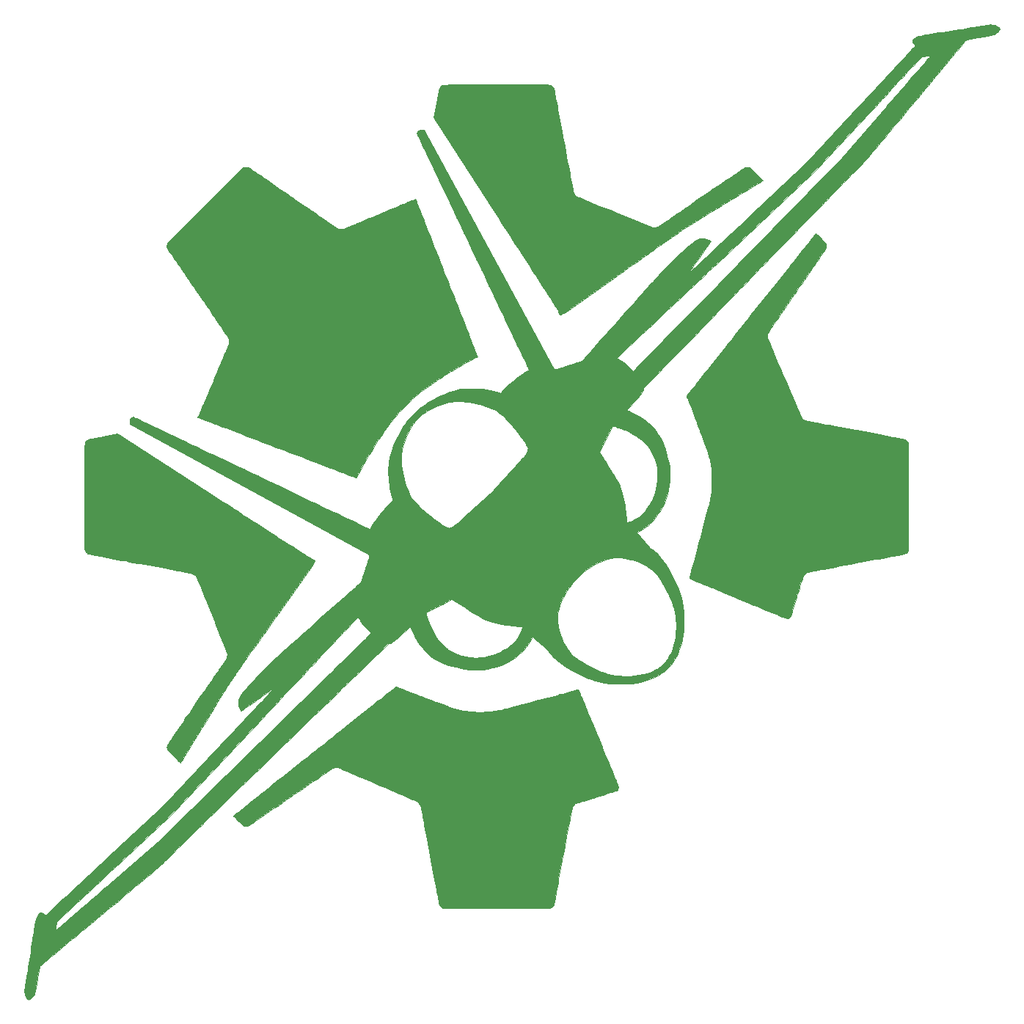
<source format=gbr>
G04 #@! TF.GenerationSoftware,KiCad,Pcbnew,(5.1.9)-1*
G04 #@! TF.CreationDate,2021-10-29T09:24:57-06:00*
G04 #@! TF.ProjectId,ABSIS_Bus_Master,41425349-535f-4427-9573-5f4d61737465,2*
G04 #@! TF.SameCoordinates,Original*
G04 #@! TF.FileFunction,Legend,Bot*
G04 #@! TF.FilePolarity,Positive*
%FSLAX46Y46*%
G04 Gerber Fmt 4.6, Leading zero omitted, Abs format (unit mm)*
G04 Created by KiCad (PCBNEW (5.1.9)-1) date 2021-10-29 09:24:57*
%MOMM*%
%LPD*%
G01*
G04 APERTURE LIST*
%ADD10C,0.010000*%
G04 APERTURE END LIST*
D10*
G36*
X121417780Y-68230839D02*
G01*
X121393374Y-68366535D01*
X121393412Y-68506222D01*
X121417221Y-68633919D01*
X121437024Y-68686545D01*
X121452124Y-68710855D01*
X121490249Y-68768659D01*
X121550445Y-68858561D01*
X121631762Y-68979168D01*
X121733246Y-69129083D01*
X121853944Y-69306911D01*
X121992906Y-69511258D01*
X122149177Y-69740728D01*
X122321806Y-69993927D01*
X122509841Y-70269459D01*
X122712328Y-70565929D01*
X122928316Y-70881943D01*
X123156853Y-71216104D01*
X123396985Y-71567019D01*
X123647761Y-71933292D01*
X123908227Y-72313528D01*
X124177433Y-72706332D01*
X124454425Y-73110310D01*
X124738252Y-73524065D01*
X124984236Y-73882506D01*
X125328274Y-74383750D01*
X125649156Y-74851307D01*
X125947695Y-75286383D01*
X126224709Y-75690184D01*
X126481013Y-76063914D01*
X126717420Y-76408780D01*
X126934747Y-76725986D01*
X127133810Y-77016738D01*
X127315423Y-77282242D01*
X127480402Y-77523705D01*
X127629563Y-77742329D01*
X127763718Y-77939321D01*
X127883686Y-78115887D01*
X127990281Y-78273232D01*
X128084318Y-78412561D01*
X128166614Y-78535081D01*
X128237981Y-78641996D01*
X128299237Y-78734512D01*
X128351197Y-78813835D01*
X128394675Y-78881169D01*
X128430488Y-78937722D01*
X128459449Y-78984696D01*
X128482376Y-79023299D01*
X128500082Y-79054736D01*
X128513383Y-79080212D01*
X128523096Y-79100933D01*
X128530034Y-79118105D01*
X128534794Y-79132211D01*
X128562236Y-79257846D01*
X128574882Y-79397708D01*
X128572523Y-79536187D01*
X128554943Y-79657676D01*
X128542502Y-79701239D01*
X128531173Y-79729845D01*
X128504378Y-79795249D01*
X128463051Y-79895223D01*
X128408127Y-80027537D01*
X128340541Y-80189963D01*
X128261227Y-80380270D01*
X128171120Y-80596231D01*
X128071154Y-80835617D01*
X127962263Y-81096197D01*
X127845383Y-81375744D01*
X127721447Y-81672028D01*
X127591389Y-81982820D01*
X127456145Y-82305891D01*
X127316649Y-82639011D01*
X127173834Y-82979953D01*
X127028637Y-83326487D01*
X126881991Y-83676384D01*
X126734831Y-84027415D01*
X126588090Y-84377349D01*
X126442704Y-84723961D01*
X126299608Y-85065019D01*
X126159736Y-85398295D01*
X126024020Y-85721559D01*
X125893398Y-86032584D01*
X125768803Y-86329138D01*
X125651169Y-86608994D01*
X125541431Y-86869923D01*
X125440523Y-87109696D01*
X125349380Y-87326083D01*
X125268936Y-87516855D01*
X125200126Y-87679784D01*
X125143885Y-87812640D01*
X125101145Y-87913194D01*
X125072844Y-87979218D01*
X125059914Y-88008482D01*
X125059806Y-88008704D01*
X125020152Y-88073053D01*
X124974454Y-88128611D01*
X124942437Y-88168699D01*
X124946227Y-88190024D01*
X124949049Y-88191434D01*
X124974381Y-88201319D01*
X125037559Y-88225629D01*
X125137083Y-88263792D01*
X125271449Y-88315232D01*
X125439154Y-88379379D01*
X125638697Y-88455659D01*
X125868574Y-88543499D01*
X126127284Y-88642325D01*
X126413323Y-88751565D01*
X126725191Y-88870647D01*
X127061382Y-88998996D01*
X127420397Y-89136041D01*
X127800731Y-89281207D01*
X128200883Y-89433923D01*
X128619349Y-89593614D01*
X129054630Y-89759708D01*
X129505219Y-89931633D01*
X129969617Y-90108814D01*
X130446320Y-90290679D01*
X130933824Y-90476656D01*
X131430631Y-90666170D01*
X131935234Y-90858650D01*
X132446134Y-91053522D01*
X132961825Y-91250212D01*
X133480808Y-91448150D01*
X134001578Y-91646760D01*
X134522634Y-91845469D01*
X135042473Y-92043707D01*
X135559593Y-92240900D01*
X136072490Y-92436472D01*
X136579664Y-92629853D01*
X137079611Y-92820470D01*
X137570828Y-93007749D01*
X138051814Y-93191116D01*
X138521065Y-93370000D01*
X138977080Y-93543828D01*
X139418356Y-93712026D01*
X139843390Y-93874020D01*
X140250681Y-94029240D01*
X140638725Y-94177111D01*
X141006020Y-94317059D01*
X141351063Y-94448514D01*
X141672353Y-94570901D01*
X141968386Y-94683648D01*
X142237660Y-94786180D01*
X142478674Y-94877927D01*
X142689924Y-94958312D01*
X142869907Y-95026766D01*
X143017122Y-95082715D01*
X143130066Y-95125584D01*
X143207236Y-95154803D01*
X143247130Y-95169797D01*
X143252643Y-95171782D01*
X143265826Y-95153819D01*
X143295229Y-95103544D01*
X143337875Y-95026377D01*
X143390790Y-94927741D01*
X143451002Y-94813056D01*
X143477349Y-94762184D01*
X143681490Y-94374184D01*
X143907346Y-93958872D01*
X144151104Y-93522706D01*
X144408948Y-93072143D01*
X144677063Y-92613636D01*
X144951634Y-92153646D01*
X145228843Y-91698626D01*
X145504877Y-91255033D01*
X145775920Y-90829324D01*
X146038156Y-90427955D01*
X146042959Y-90420711D01*
X146120080Y-90305747D01*
X146214536Y-90167041D01*
X146322169Y-90010529D01*
X146438821Y-89842147D01*
X146560332Y-89667825D01*
X146682544Y-89493501D01*
X146801298Y-89325107D01*
X146912432Y-89168577D01*
X147011791Y-89029848D01*
X147095214Y-88914852D01*
X147153079Y-88836755D01*
X147316464Y-88623585D01*
X147480337Y-88417626D01*
X147648692Y-88214407D01*
X147825524Y-88009462D01*
X148014830Y-87798322D01*
X148220604Y-87576518D01*
X148446841Y-87339583D01*
X148697536Y-87083048D01*
X148933560Y-86845528D01*
X149199139Y-86581499D01*
X149441306Y-86344499D01*
X149665133Y-86130241D01*
X149875686Y-85934436D01*
X150078037Y-85752793D01*
X150277256Y-85581022D01*
X150478411Y-85414837D01*
X150686572Y-85249945D01*
X150906809Y-85082059D01*
X151144194Y-84906889D01*
X151403791Y-84720145D01*
X151657675Y-84540699D01*
X151969315Y-84323418D01*
X152267093Y-84119310D01*
X152558067Y-83923799D01*
X152849292Y-83732308D01*
X153147825Y-83540260D01*
X153460721Y-83343080D01*
X153795039Y-83136191D01*
X154157832Y-82915016D01*
X154254251Y-82856686D01*
X154514590Y-82700690D01*
X154787118Y-82539767D01*
X155067244Y-82376492D01*
X155350376Y-82213436D01*
X155631927Y-82053175D01*
X155907302Y-81898283D01*
X156171914Y-81751333D01*
X156421169Y-81614899D01*
X156650478Y-81491556D01*
X156855251Y-81383877D01*
X157030896Y-81294436D01*
X157108517Y-81256318D01*
X157225865Y-81199620D01*
X157198107Y-81131045D01*
X157188623Y-81106992D01*
X157164184Y-81044768D01*
X157125276Y-80945618D01*
X157072389Y-80810787D01*
X157006009Y-80641521D01*
X156926625Y-80439063D01*
X156834725Y-80204660D01*
X156730797Y-79939555D01*
X156615329Y-79644995D01*
X156488808Y-79322222D01*
X156351723Y-78972484D01*
X156204561Y-78597024D01*
X156047811Y-78197089D01*
X155881960Y-77773921D01*
X155707497Y-77328767D01*
X155524908Y-76862870D01*
X155334683Y-76377477D01*
X155137309Y-75873834D01*
X154933275Y-75353183D01*
X154723066Y-74816770D01*
X154507174Y-74265841D01*
X154286084Y-73701639D01*
X154060285Y-73125411D01*
X153830264Y-72538400D01*
X153630884Y-72029573D01*
X153397838Y-71434944D01*
X153168624Y-70850309D01*
X152943724Y-70276904D01*
X152723627Y-69715958D01*
X152508817Y-69168706D01*
X152299779Y-68636379D01*
X152097001Y-68120211D01*
X151900967Y-67621434D01*
X151712164Y-67141280D01*
X151531076Y-66680983D01*
X151358192Y-66241775D01*
X151193995Y-65824888D01*
X151038971Y-65431556D01*
X150893607Y-65063011D01*
X150758388Y-64720485D01*
X150633800Y-64405212D01*
X150520329Y-64118423D01*
X150418461Y-63861352D01*
X150328682Y-63635232D01*
X150251475Y-63441293D01*
X150187330Y-63280771D01*
X150136731Y-63154897D01*
X150100162Y-63064904D01*
X150078112Y-63012024D01*
X150071112Y-62997167D01*
X150049912Y-63005281D01*
X149991486Y-63029025D01*
X149897641Y-63067643D01*
X149770183Y-63120380D01*
X149610921Y-63186484D01*
X149421662Y-63265200D01*
X149204212Y-63355773D01*
X148960381Y-63457449D01*
X148691975Y-63569473D01*
X148400803Y-63691092D01*
X148088671Y-63821551D01*
X147757386Y-63960094D01*
X147408758Y-64105969D01*
X147044591Y-64258421D01*
X146666695Y-64416696D01*
X146276878Y-64580038D01*
X145918203Y-64730394D01*
X145517964Y-64898092D01*
X145127290Y-65061552D01*
X144748040Y-65220007D01*
X144382069Y-65372689D01*
X144031236Y-65518832D01*
X143697397Y-65657666D01*
X143382410Y-65788423D01*
X143088132Y-65910338D01*
X142816419Y-66022642D01*
X142569128Y-66124566D01*
X142348117Y-66215344D01*
X142155243Y-66294208D01*
X141992363Y-66360389D01*
X141861334Y-66413122D01*
X141764012Y-66451636D01*
X141702256Y-66475166D01*
X141678994Y-66482834D01*
X141532606Y-66494903D01*
X141372102Y-66483165D01*
X141217151Y-66449317D01*
X141190234Y-66440620D01*
X141173901Y-66433573D01*
X141149190Y-66420499D01*
X141114971Y-66400631D01*
X141070110Y-66373202D01*
X141013478Y-66337445D01*
X140943946Y-66292593D01*
X140860381Y-66237880D01*
X140761653Y-66172539D01*
X140646632Y-66095802D01*
X140514186Y-66006902D01*
X140363186Y-65905073D01*
X140192500Y-65789549D01*
X140000999Y-65659562D01*
X139787550Y-65514344D01*
X139551024Y-65353130D01*
X139290290Y-65175152D01*
X139004217Y-64979644D01*
X138691675Y-64765839D01*
X138351533Y-64532969D01*
X137982661Y-64280267D01*
X137583927Y-64006968D01*
X137154200Y-63712304D01*
X136692351Y-63395507D01*
X136197249Y-63055813D01*
X135972023Y-62901260D01*
X135551488Y-62612728D01*
X135139500Y-62330172D01*
X134737458Y-62054549D01*
X134346763Y-61786816D01*
X133968814Y-61527928D01*
X133605012Y-61278841D01*
X133256756Y-61040511D01*
X132925446Y-60813895D01*
X132612482Y-60599949D01*
X132319264Y-60399628D01*
X132047193Y-60213889D01*
X131797668Y-60043688D01*
X131572088Y-59889982D01*
X131371854Y-59753726D01*
X131198366Y-59635877D01*
X131053024Y-59537389D01*
X130937226Y-59459221D01*
X130852376Y-59402328D01*
X130799870Y-59367665D01*
X130781936Y-59356502D01*
X130661564Y-59316079D01*
X130521906Y-59302232D01*
X130377279Y-59315791D01*
X130318872Y-59329747D01*
X130194321Y-59365506D01*
X121453538Y-68106288D01*
X121417780Y-68230839D01*
G37*
X121417780Y-68230839D02*
X121393374Y-68366535D01*
X121393412Y-68506222D01*
X121417221Y-68633919D01*
X121437024Y-68686545D01*
X121452124Y-68710855D01*
X121490249Y-68768659D01*
X121550445Y-68858561D01*
X121631762Y-68979168D01*
X121733246Y-69129083D01*
X121853944Y-69306911D01*
X121992906Y-69511258D01*
X122149177Y-69740728D01*
X122321806Y-69993927D01*
X122509841Y-70269459D01*
X122712328Y-70565929D01*
X122928316Y-70881943D01*
X123156853Y-71216104D01*
X123396985Y-71567019D01*
X123647761Y-71933292D01*
X123908227Y-72313528D01*
X124177433Y-72706332D01*
X124454425Y-73110310D01*
X124738252Y-73524065D01*
X124984236Y-73882506D01*
X125328274Y-74383750D01*
X125649156Y-74851307D01*
X125947695Y-75286383D01*
X126224709Y-75690184D01*
X126481013Y-76063914D01*
X126717420Y-76408780D01*
X126934747Y-76725986D01*
X127133810Y-77016738D01*
X127315423Y-77282242D01*
X127480402Y-77523705D01*
X127629563Y-77742329D01*
X127763718Y-77939321D01*
X127883686Y-78115887D01*
X127990281Y-78273232D01*
X128084318Y-78412561D01*
X128166614Y-78535081D01*
X128237981Y-78641996D01*
X128299237Y-78734512D01*
X128351197Y-78813835D01*
X128394675Y-78881169D01*
X128430488Y-78937722D01*
X128459449Y-78984696D01*
X128482376Y-79023299D01*
X128500082Y-79054736D01*
X128513383Y-79080212D01*
X128523096Y-79100933D01*
X128530034Y-79118105D01*
X128534794Y-79132211D01*
X128562236Y-79257846D01*
X128574882Y-79397708D01*
X128572523Y-79536187D01*
X128554943Y-79657676D01*
X128542502Y-79701239D01*
X128531173Y-79729845D01*
X128504378Y-79795249D01*
X128463051Y-79895223D01*
X128408127Y-80027537D01*
X128340541Y-80189963D01*
X128261227Y-80380270D01*
X128171120Y-80596231D01*
X128071154Y-80835617D01*
X127962263Y-81096197D01*
X127845383Y-81375744D01*
X127721447Y-81672028D01*
X127591389Y-81982820D01*
X127456145Y-82305891D01*
X127316649Y-82639011D01*
X127173834Y-82979953D01*
X127028637Y-83326487D01*
X126881991Y-83676384D01*
X126734831Y-84027415D01*
X126588090Y-84377349D01*
X126442704Y-84723961D01*
X126299608Y-85065019D01*
X126159736Y-85398295D01*
X126024020Y-85721559D01*
X125893398Y-86032584D01*
X125768803Y-86329138D01*
X125651169Y-86608994D01*
X125541431Y-86869923D01*
X125440523Y-87109696D01*
X125349380Y-87326083D01*
X125268936Y-87516855D01*
X125200126Y-87679784D01*
X125143885Y-87812640D01*
X125101145Y-87913194D01*
X125072844Y-87979218D01*
X125059914Y-88008482D01*
X125059806Y-88008704D01*
X125020152Y-88073053D01*
X124974454Y-88128611D01*
X124942437Y-88168699D01*
X124946227Y-88190024D01*
X124949049Y-88191434D01*
X124974381Y-88201319D01*
X125037559Y-88225629D01*
X125137083Y-88263792D01*
X125271449Y-88315232D01*
X125439154Y-88379379D01*
X125638697Y-88455659D01*
X125868574Y-88543499D01*
X126127284Y-88642325D01*
X126413323Y-88751565D01*
X126725191Y-88870647D01*
X127061382Y-88998996D01*
X127420397Y-89136041D01*
X127800731Y-89281207D01*
X128200883Y-89433923D01*
X128619349Y-89593614D01*
X129054630Y-89759708D01*
X129505219Y-89931633D01*
X129969617Y-90108814D01*
X130446320Y-90290679D01*
X130933824Y-90476656D01*
X131430631Y-90666170D01*
X131935234Y-90858650D01*
X132446134Y-91053522D01*
X132961825Y-91250212D01*
X133480808Y-91448150D01*
X134001578Y-91646760D01*
X134522634Y-91845469D01*
X135042473Y-92043707D01*
X135559593Y-92240900D01*
X136072490Y-92436472D01*
X136579664Y-92629853D01*
X137079611Y-92820470D01*
X137570828Y-93007749D01*
X138051814Y-93191116D01*
X138521065Y-93370000D01*
X138977080Y-93543828D01*
X139418356Y-93712026D01*
X139843390Y-93874020D01*
X140250681Y-94029240D01*
X140638725Y-94177111D01*
X141006020Y-94317059D01*
X141351063Y-94448514D01*
X141672353Y-94570901D01*
X141968386Y-94683648D01*
X142237660Y-94786180D01*
X142478674Y-94877927D01*
X142689924Y-94958312D01*
X142869907Y-95026766D01*
X143017122Y-95082715D01*
X143130066Y-95125584D01*
X143207236Y-95154803D01*
X143247130Y-95169797D01*
X143252643Y-95171782D01*
X143265826Y-95153819D01*
X143295229Y-95103544D01*
X143337875Y-95026377D01*
X143390790Y-94927741D01*
X143451002Y-94813056D01*
X143477349Y-94762184D01*
X143681490Y-94374184D01*
X143907346Y-93958872D01*
X144151104Y-93522706D01*
X144408948Y-93072143D01*
X144677063Y-92613636D01*
X144951634Y-92153646D01*
X145228843Y-91698626D01*
X145504877Y-91255033D01*
X145775920Y-90829324D01*
X146038156Y-90427955D01*
X146042959Y-90420711D01*
X146120080Y-90305747D01*
X146214536Y-90167041D01*
X146322169Y-90010529D01*
X146438821Y-89842147D01*
X146560332Y-89667825D01*
X146682544Y-89493501D01*
X146801298Y-89325107D01*
X146912432Y-89168577D01*
X147011791Y-89029848D01*
X147095214Y-88914852D01*
X147153079Y-88836755D01*
X147316464Y-88623585D01*
X147480337Y-88417626D01*
X147648692Y-88214407D01*
X147825524Y-88009462D01*
X148014830Y-87798322D01*
X148220604Y-87576518D01*
X148446841Y-87339583D01*
X148697536Y-87083048D01*
X148933560Y-86845528D01*
X149199139Y-86581499D01*
X149441306Y-86344499D01*
X149665133Y-86130241D01*
X149875686Y-85934436D01*
X150078037Y-85752793D01*
X150277256Y-85581022D01*
X150478411Y-85414837D01*
X150686572Y-85249945D01*
X150906809Y-85082059D01*
X151144194Y-84906889D01*
X151403791Y-84720145D01*
X151657675Y-84540699D01*
X151969315Y-84323418D01*
X152267093Y-84119310D01*
X152558067Y-83923799D01*
X152849292Y-83732308D01*
X153147825Y-83540260D01*
X153460721Y-83343080D01*
X153795039Y-83136191D01*
X154157832Y-82915016D01*
X154254251Y-82856686D01*
X154514590Y-82700690D01*
X154787118Y-82539767D01*
X155067244Y-82376492D01*
X155350376Y-82213436D01*
X155631927Y-82053175D01*
X155907302Y-81898283D01*
X156171914Y-81751333D01*
X156421169Y-81614899D01*
X156650478Y-81491556D01*
X156855251Y-81383877D01*
X157030896Y-81294436D01*
X157108517Y-81256318D01*
X157225865Y-81199620D01*
X157198107Y-81131045D01*
X157188623Y-81106992D01*
X157164184Y-81044768D01*
X157125276Y-80945618D01*
X157072389Y-80810787D01*
X157006009Y-80641521D01*
X156926625Y-80439063D01*
X156834725Y-80204660D01*
X156730797Y-79939555D01*
X156615329Y-79644995D01*
X156488808Y-79322222D01*
X156351723Y-78972484D01*
X156204561Y-78597024D01*
X156047811Y-78197089D01*
X155881960Y-77773921D01*
X155707497Y-77328767D01*
X155524908Y-76862870D01*
X155334683Y-76377477D01*
X155137309Y-75873834D01*
X154933275Y-75353183D01*
X154723066Y-74816770D01*
X154507174Y-74265841D01*
X154286084Y-73701639D01*
X154060285Y-73125411D01*
X153830264Y-72538400D01*
X153630884Y-72029573D01*
X153397838Y-71434944D01*
X153168624Y-70850309D01*
X152943724Y-70276904D01*
X152723627Y-69715958D01*
X152508817Y-69168706D01*
X152299779Y-68636379D01*
X152097001Y-68120211D01*
X151900967Y-67621434D01*
X151712164Y-67141280D01*
X151531076Y-66680983D01*
X151358192Y-66241775D01*
X151193995Y-65824888D01*
X151038971Y-65431556D01*
X150893607Y-65063011D01*
X150758388Y-64720485D01*
X150633800Y-64405212D01*
X150520329Y-64118423D01*
X150418461Y-63861352D01*
X150328682Y-63635232D01*
X150251475Y-63441293D01*
X150187330Y-63280771D01*
X150136731Y-63154897D01*
X150100162Y-63064904D01*
X150078112Y-63012024D01*
X150071112Y-62997167D01*
X150049912Y-63005281D01*
X149991486Y-63029025D01*
X149897641Y-63067643D01*
X149770183Y-63120380D01*
X149610921Y-63186484D01*
X149421662Y-63265200D01*
X149204212Y-63355773D01*
X148960381Y-63457449D01*
X148691975Y-63569473D01*
X148400803Y-63691092D01*
X148088671Y-63821551D01*
X147757386Y-63960094D01*
X147408758Y-64105969D01*
X147044591Y-64258421D01*
X146666695Y-64416696D01*
X146276878Y-64580038D01*
X145918203Y-64730394D01*
X145517964Y-64898092D01*
X145127290Y-65061552D01*
X144748040Y-65220007D01*
X144382069Y-65372689D01*
X144031236Y-65518832D01*
X143697397Y-65657666D01*
X143382410Y-65788423D01*
X143088132Y-65910338D01*
X142816419Y-66022642D01*
X142569128Y-66124566D01*
X142348117Y-66215344D01*
X142155243Y-66294208D01*
X141992363Y-66360389D01*
X141861334Y-66413122D01*
X141764012Y-66451636D01*
X141702256Y-66475166D01*
X141678994Y-66482834D01*
X141532606Y-66494903D01*
X141372102Y-66483165D01*
X141217151Y-66449317D01*
X141190234Y-66440620D01*
X141173901Y-66433573D01*
X141149190Y-66420499D01*
X141114971Y-66400631D01*
X141070110Y-66373202D01*
X141013478Y-66337445D01*
X140943946Y-66292593D01*
X140860381Y-66237880D01*
X140761653Y-66172539D01*
X140646632Y-66095802D01*
X140514186Y-66006902D01*
X140363186Y-65905073D01*
X140192500Y-65789549D01*
X140000999Y-65659562D01*
X139787550Y-65514344D01*
X139551024Y-65353130D01*
X139290290Y-65175152D01*
X139004217Y-64979644D01*
X138691675Y-64765839D01*
X138351533Y-64532969D01*
X137982661Y-64280267D01*
X137583927Y-64006968D01*
X137154200Y-63712304D01*
X136692351Y-63395507D01*
X136197249Y-63055813D01*
X135972023Y-62901260D01*
X135551488Y-62612728D01*
X135139500Y-62330172D01*
X134737458Y-62054549D01*
X134346763Y-61786816D01*
X133968814Y-61527928D01*
X133605012Y-61278841D01*
X133256756Y-61040511D01*
X132925446Y-60813895D01*
X132612482Y-60599949D01*
X132319264Y-60399628D01*
X132047193Y-60213889D01*
X131797668Y-60043688D01*
X131572088Y-59889982D01*
X131371854Y-59753726D01*
X131198366Y-59635877D01*
X131053024Y-59537389D01*
X130937226Y-59459221D01*
X130852376Y-59402328D01*
X130799870Y-59367665D01*
X130781936Y-59356502D01*
X130661564Y-59316079D01*
X130521906Y-59302232D01*
X130377279Y-59315791D01*
X130318872Y-59329747D01*
X130194321Y-59365506D01*
X121453538Y-68106288D01*
X121417780Y-68230839D01*
G36*
X111994807Y-90983329D02*
G01*
X111981533Y-91001883D01*
X111969329Y-91024888D01*
X111958149Y-91053795D01*
X111947949Y-91090052D01*
X111938688Y-91135112D01*
X111930318Y-91190425D01*
X111922798Y-91257439D01*
X111916083Y-91337605D01*
X111910128Y-91432375D01*
X111904892Y-91543197D01*
X111900328Y-91671521D01*
X111896394Y-91818800D01*
X111893043Y-91986482D01*
X111890236Y-92176018D01*
X111887925Y-92388857D01*
X111886068Y-92626450D01*
X111884621Y-92890249D01*
X111883538Y-93181700D01*
X111882778Y-93502258D01*
X111882295Y-93853370D01*
X111882046Y-94236487D01*
X111881986Y-94653060D01*
X111882073Y-95104539D01*
X111882261Y-95592372D01*
X111882507Y-96118012D01*
X111882768Y-96682909D01*
X111882998Y-97288512D01*
X111883022Y-97365114D01*
X111883306Y-98032538D01*
X111883746Y-98658282D01*
X111884343Y-99243001D01*
X111885101Y-99787351D01*
X111886025Y-100291982D01*
X111887118Y-100757551D01*
X111888384Y-101184712D01*
X111889826Y-101574117D01*
X111891447Y-101926423D01*
X111893253Y-102242281D01*
X111895244Y-102522347D01*
X111897427Y-102767275D01*
X111899803Y-102977717D01*
X111902378Y-103154330D01*
X111905154Y-103297766D01*
X111908135Y-103408680D01*
X111911324Y-103487726D01*
X111914727Y-103535557D01*
X111917190Y-103550675D01*
X111938042Y-103606174D01*
X111966529Y-103655855D01*
X112010241Y-103710353D01*
X112076761Y-103780308D01*
X112091662Y-103795281D01*
X112170559Y-103870937D01*
X112231065Y-103920221D01*
X112281634Y-103949498D01*
X112310470Y-103960035D01*
X112337463Y-103965746D01*
X112404397Y-103978870D01*
X112509594Y-103999094D01*
X112651372Y-104026101D01*
X112828053Y-104059579D01*
X113037954Y-104099210D01*
X113279396Y-104144682D01*
X113550700Y-104195678D01*
X113850185Y-104251886D01*
X114176171Y-104312987D01*
X114526978Y-104378670D01*
X114900926Y-104448618D01*
X115296335Y-104522517D01*
X115711524Y-104600053D01*
X116144814Y-104680910D01*
X116594526Y-104764773D01*
X117058977Y-104851328D01*
X117536489Y-104940260D01*
X118025382Y-105031254D01*
X118310539Y-105084303D01*
X118805640Y-105176460D01*
X119290533Y-105266854D01*
X119763524Y-105355163D01*
X120222920Y-105441069D01*
X120667031Y-105524249D01*
X121094161Y-105604384D01*
X121502621Y-105681153D01*
X121890716Y-105754236D01*
X122256754Y-105823313D01*
X122599042Y-105888062D01*
X122915888Y-105948165D01*
X123205600Y-106003299D01*
X123466485Y-106053145D01*
X123696850Y-106097383D01*
X123895002Y-106135692D01*
X124059249Y-106167751D01*
X124187900Y-106193241D01*
X124279260Y-106211839D01*
X124331637Y-106223229D01*
X124343322Y-106226341D01*
X124499248Y-106302511D01*
X124642830Y-106408042D01*
X124760019Y-106532441D01*
X124768533Y-106543849D01*
X124781386Y-106565097D01*
X124800310Y-106602340D01*
X124825830Y-106656872D01*
X124858474Y-106729979D01*
X124898769Y-106822957D01*
X124947243Y-106937094D01*
X125004422Y-107073681D01*
X125070834Y-107234011D01*
X125147006Y-107419373D01*
X125233464Y-107631058D01*
X125330737Y-107870360D01*
X125439350Y-108138565D01*
X125559833Y-108436968D01*
X125692710Y-108766859D01*
X125838510Y-109129528D01*
X125997760Y-109526266D01*
X126170987Y-109958365D01*
X126358718Y-110427116D01*
X126561479Y-110933809D01*
X126580802Y-110982113D01*
X126744999Y-111392771D01*
X126905142Y-111793623D01*
X127060507Y-112182850D01*
X127210374Y-112558630D01*
X127354022Y-112919145D01*
X127490727Y-113262574D01*
X127619770Y-113587098D01*
X127740426Y-113890897D01*
X127851977Y-114172150D01*
X127953698Y-114429039D01*
X128044870Y-114659742D01*
X128124769Y-114862441D01*
X128192676Y-115035314D01*
X128247866Y-115176544D01*
X128289620Y-115284309D01*
X128317215Y-115356790D01*
X128329930Y-115392166D01*
X128330631Y-115394659D01*
X128343951Y-115501641D01*
X128344452Y-115630710D01*
X128333161Y-115763950D01*
X128311109Y-115883445D01*
X128300428Y-115920587D01*
X128294124Y-115936219D01*
X128283005Y-115958427D01*
X128266270Y-115988390D01*
X128243122Y-116027287D01*
X128212759Y-116076298D01*
X128174383Y-116136602D01*
X128127194Y-116209378D01*
X128070393Y-116295805D01*
X128003181Y-116397062D01*
X127924758Y-116514329D01*
X127834324Y-116648785D01*
X127731080Y-116801609D01*
X127614228Y-116973981D01*
X127482967Y-117167080D01*
X127336497Y-117382084D01*
X127174020Y-117620173D01*
X126994737Y-117882527D01*
X126797848Y-118170324D01*
X126582552Y-118484744D01*
X126348051Y-118826967D01*
X126093546Y-119198171D01*
X125818237Y-119599535D01*
X125521325Y-120032240D01*
X125202011Y-120497463D01*
X124860686Y-120994647D01*
X124576316Y-121408961D01*
X124298018Y-121814685D01*
X124026756Y-122210400D01*
X123763498Y-122594688D01*
X123509209Y-122966131D01*
X123264857Y-123323310D01*
X123031407Y-123664809D01*
X122809826Y-123989209D01*
X122601080Y-124295091D01*
X122406137Y-124581039D01*
X122225962Y-124845634D01*
X122061521Y-125087458D01*
X121913782Y-125305093D01*
X121783709Y-125497121D01*
X121672271Y-125662125D01*
X121580434Y-125798686D01*
X121509163Y-125905385D01*
X121459424Y-125980806D01*
X121432186Y-126023530D01*
X121427173Y-126032509D01*
X121397143Y-126151945D01*
X121389114Y-126288979D01*
X121403470Y-126424808D01*
X121417922Y-126482433D01*
X121453538Y-126597690D01*
X122193879Y-127346575D01*
X122366782Y-127521208D01*
X122512345Y-127667577D01*
X122632735Y-127787766D01*
X122730126Y-127883860D01*
X122806687Y-127957947D01*
X122864590Y-128012109D01*
X122906006Y-128048432D01*
X122933104Y-128069003D01*
X122948057Y-128075905D01*
X122951881Y-128074643D01*
X122964503Y-128054707D01*
X122998027Y-128000355D01*
X123051377Y-127913348D01*
X123123478Y-127795453D01*
X123213256Y-127648435D01*
X123319636Y-127474057D01*
X123441542Y-127274084D01*
X123577899Y-127050282D01*
X123727634Y-126804414D01*
X123889671Y-126538245D01*
X124062934Y-126253541D01*
X124246351Y-125952064D01*
X124438845Y-125635582D01*
X124639341Y-125305856D01*
X124846764Y-124964654D01*
X125060040Y-124613738D01*
X125074091Y-124590616D01*
X125370867Y-124102313D01*
X125646903Y-123648299D01*
X125903399Y-123226657D01*
X126141552Y-122835471D01*
X126362559Y-122472822D01*
X126567618Y-122136793D01*
X126757928Y-121825468D01*
X126934684Y-121536930D01*
X127099086Y-121269260D01*
X127252330Y-121020542D01*
X127395613Y-120788858D01*
X127530135Y-120572293D01*
X127657092Y-120368926D01*
X127777682Y-120176843D01*
X127893102Y-119994125D01*
X128004550Y-119818855D01*
X128113224Y-119649117D01*
X128220321Y-119482993D01*
X128327039Y-119318564D01*
X128434575Y-119153916D01*
X128544128Y-118987130D01*
X128656894Y-118816288D01*
X128774071Y-118639474D01*
X128896858Y-118454771D01*
X129026450Y-118260261D01*
X129056262Y-118215558D01*
X129132834Y-118100828D01*
X129206694Y-117990356D01*
X129278757Y-117882844D01*
X129349939Y-117776991D01*
X129421158Y-117671498D01*
X129493330Y-117565067D01*
X129567369Y-117456397D01*
X129644193Y-117344190D01*
X129724718Y-117227145D01*
X129809860Y-117103965D01*
X129900535Y-116973348D01*
X129997658Y-116833997D01*
X130102147Y-116684610D01*
X130214917Y-116523891D01*
X130336886Y-116350538D01*
X130468968Y-116163253D01*
X130612080Y-115960736D01*
X130767137Y-115741688D01*
X130935058Y-115504808D01*
X131116757Y-115248799D01*
X131313150Y-114972361D01*
X131525154Y-114674195D01*
X131753684Y-114353001D01*
X131999659Y-114007479D01*
X132263991Y-113636330D01*
X132547600Y-113238255D01*
X132851400Y-112811956D01*
X133176308Y-112356132D01*
X133523239Y-111869483D01*
X133893110Y-111350711D01*
X134205673Y-110912347D01*
X138118055Y-105425394D01*
X138300828Y-105061869D01*
X138357232Y-104949000D01*
X138406086Y-104849919D01*
X138444557Y-104770484D01*
X138469810Y-104716555D01*
X138479011Y-104693989D01*
X138478953Y-104693694D01*
X138458856Y-104683943D01*
X138407939Y-104661076D01*
X138334283Y-104628682D01*
X138260317Y-104596546D01*
X138144647Y-104543198D01*
X138017416Y-104479249D01*
X137899593Y-104415407D01*
X137856932Y-104390585D01*
X137828467Y-104372716D01*
X137765416Y-104332521D01*
X137668756Y-104270632D01*
X137539470Y-104187681D01*
X137378537Y-104084299D01*
X137186937Y-103961118D01*
X136965650Y-103818771D01*
X136715657Y-103657888D01*
X136437937Y-103479101D01*
X136133472Y-103283044D01*
X135803241Y-103070345D01*
X135448224Y-102841639D01*
X135069401Y-102597556D01*
X134667753Y-102338728D01*
X134244262Y-102065786D01*
X133799904Y-101779364D01*
X133335663Y-101480091D01*
X132852516Y-101168601D01*
X132351445Y-100845524D01*
X131833430Y-100511493D01*
X131299452Y-100167139D01*
X130750490Y-99813094D01*
X130187524Y-99449991D01*
X129611535Y-99078458D01*
X129023503Y-98699131D01*
X128424409Y-98312639D01*
X127815231Y-97919616D01*
X127196951Y-97520690D01*
X126683979Y-97189691D01*
X115700426Y-90102259D01*
X114028436Y-90413613D01*
X113766166Y-90462702D01*
X113514458Y-90510298D01*
X113276636Y-90555746D01*
X113056019Y-90598386D01*
X112855931Y-90637562D01*
X112679695Y-90672617D01*
X112530632Y-90702893D01*
X112412064Y-90727734D01*
X112327314Y-90746483D01*
X112279703Y-90758481D01*
X112272374Y-90760987D01*
X112202765Y-90801662D01*
X112122201Y-90865664D01*
X112078742Y-90906567D01*
X112059466Y-90924619D01*
X112041478Y-90939871D01*
X112024735Y-90953772D01*
X112009192Y-90967775D01*
X111994807Y-90983329D01*
G37*
X111994807Y-90983329D02*
X111981533Y-91001883D01*
X111969329Y-91024888D01*
X111958149Y-91053795D01*
X111947949Y-91090052D01*
X111938688Y-91135112D01*
X111930318Y-91190425D01*
X111922798Y-91257439D01*
X111916083Y-91337605D01*
X111910128Y-91432375D01*
X111904892Y-91543197D01*
X111900328Y-91671521D01*
X111896394Y-91818800D01*
X111893043Y-91986482D01*
X111890236Y-92176018D01*
X111887925Y-92388857D01*
X111886068Y-92626450D01*
X111884621Y-92890249D01*
X111883538Y-93181700D01*
X111882778Y-93502258D01*
X111882295Y-93853370D01*
X111882046Y-94236487D01*
X111881986Y-94653060D01*
X111882073Y-95104539D01*
X111882261Y-95592372D01*
X111882507Y-96118012D01*
X111882768Y-96682909D01*
X111882998Y-97288512D01*
X111883022Y-97365114D01*
X111883306Y-98032538D01*
X111883746Y-98658282D01*
X111884343Y-99243001D01*
X111885101Y-99787351D01*
X111886025Y-100291982D01*
X111887118Y-100757551D01*
X111888384Y-101184712D01*
X111889826Y-101574117D01*
X111891447Y-101926423D01*
X111893253Y-102242281D01*
X111895244Y-102522347D01*
X111897427Y-102767275D01*
X111899803Y-102977717D01*
X111902378Y-103154330D01*
X111905154Y-103297766D01*
X111908135Y-103408680D01*
X111911324Y-103487726D01*
X111914727Y-103535557D01*
X111917190Y-103550675D01*
X111938042Y-103606174D01*
X111966529Y-103655855D01*
X112010241Y-103710353D01*
X112076761Y-103780308D01*
X112091662Y-103795281D01*
X112170559Y-103870937D01*
X112231065Y-103920221D01*
X112281634Y-103949498D01*
X112310470Y-103960035D01*
X112337463Y-103965746D01*
X112404397Y-103978870D01*
X112509594Y-103999094D01*
X112651372Y-104026101D01*
X112828053Y-104059579D01*
X113037954Y-104099210D01*
X113279396Y-104144682D01*
X113550700Y-104195678D01*
X113850185Y-104251886D01*
X114176171Y-104312987D01*
X114526978Y-104378670D01*
X114900926Y-104448618D01*
X115296335Y-104522517D01*
X115711524Y-104600053D01*
X116144814Y-104680910D01*
X116594526Y-104764773D01*
X117058977Y-104851328D01*
X117536489Y-104940260D01*
X118025382Y-105031254D01*
X118310539Y-105084303D01*
X118805640Y-105176460D01*
X119290533Y-105266854D01*
X119763524Y-105355163D01*
X120222920Y-105441069D01*
X120667031Y-105524249D01*
X121094161Y-105604384D01*
X121502621Y-105681153D01*
X121890716Y-105754236D01*
X122256754Y-105823313D01*
X122599042Y-105888062D01*
X122915888Y-105948165D01*
X123205600Y-106003299D01*
X123466485Y-106053145D01*
X123696850Y-106097383D01*
X123895002Y-106135692D01*
X124059249Y-106167751D01*
X124187900Y-106193241D01*
X124279260Y-106211839D01*
X124331637Y-106223229D01*
X124343322Y-106226341D01*
X124499248Y-106302511D01*
X124642830Y-106408042D01*
X124760019Y-106532441D01*
X124768533Y-106543849D01*
X124781386Y-106565097D01*
X124800310Y-106602340D01*
X124825830Y-106656872D01*
X124858474Y-106729979D01*
X124898769Y-106822957D01*
X124947243Y-106937094D01*
X125004422Y-107073681D01*
X125070834Y-107234011D01*
X125147006Y-107419373D01*
X125233464Y-107631058D01*
X125330737Y-107870360D01*
X125439350Y-108138565D01*
X125559833Y-108436968D01*
X125692710Y-108766859D01*
X125838510Y-109129528D01*
X125997760Y-109526266D01*
X126170987Y-109958365D01*
X126358718Y-110427116D01*
X126561479Y-110933809D01*
X126580802Y-110982113D01*
X126744999Y-111392771D01*
X126905142Y-111793623D01*
X127060507Y-112182850D01*
X127210374Y-112558630D01*
X127354022Y-112919145D01*
X127490727Y-113262574D01*
X127619770Y-113587098D01*
X127740426Y-113890897D01*
X127851977Y-114172150D01*
X127953698Y-114429039D01*
X128044870Y-114659742D01*
X128124769Y-114862441D01*
X128192676Y-115035314D01*
X128247866Y-115176544D01*
X128289620Y-115284309D01*
X128317215Y-115356790D01*
X128329930Y-115392166D01*
X128330631Y-115394659D01*
X128343951Y-115501641D01*
X128344452Y-115630710D01*
X128333161Y-115763950D01*
X128311109Y-115883445D01*
X128300428Y-115920587D01*
X128294124Y-115936219D01*
X128283005Y-115958427D01*
X128266270Y-115988390D01*
X128243122Y-116027287D01*
X128212759Y-116076298D01*
X128174383Y-116136602D01*
X128127194Y-116209378D01*
X128070393Y-116295805D01*
X128003181Y-116397062D01*
X127924758Y-116514329D01*
X127834324Y-116648785D01*
X127731080Y-116801609D01*
X127614228Y-116973981D01*
X127482967Y-117167080D01*
X127336497Y-117382084D01*
X127174020Y-117620173D01*
X126994737Y-117882527D01*
X126797848Y-118170324D01*
X126582552Y-118484744D01*
X126348051Y-118826967D01*
X126093546Y-119198171D01*
X125818237Y-119599535D01*
X125521325Y-120032240D01*
X125202011Y-120497463D01*
X124860686Y-120994647D01*
X124576316Y-121408961D01*
X124298018Y-121814685D01*
X124026756Y-122210400D01*
X123763498Y-122594688D01*
X123509209Y-122966131D01*
X123264857Y-123323310D01*
X123031407Y-123664809D01*
X122809826Y-123989209D01*
X122601080Y-124295091D01*
X122406137Y-124581039D01*
X122225962Y-124845634D01*
X122061521Y-125087458D01*
X121913782Y-125305093D01*
X121783709Y-125497121D01*
X121672271Y-125662125D01*
X121580434Y-125798686D01*
X121509163Y-125905385D01*
X121459424Y-125980806D01*
X121432186Y-126023530D01*
X121427173Y-126032509D01*
X121397143Y-126151945D01*
X121389114Y-126288979D01*
X121403470Y-126424808D01*
X121417922Y-126482433D01*
X121453538Y-126597690D01*
X122193879Y-127346575D01*
X122366782Y-127521208D01*
X122512345Y-127667577D01*
X122632735Y-127787766D01*
X122730126Y-127883860D01*
X122806687Y-127957947D01*
X122864590Y-128012109D01*
X122906006Y-128048432D01*
X122933104Y-128069003D01*
X122948057Y-128075905D01*
X122951881Y-128074643D01*
X122964503Y-128054707D01*
X122998027Y-128000355D01*
X123051377Y-127913348D01*
X123123478Y-127795453D01*
X123213256Y-127648435D01*
X123319636Y-127474057D01*
X123441542Y-127274084D01*
X123577899Y-127050282D01*
X123727634Y-126804414D01*
X123889671Y-126538245D01*
X124062934Y-126253541D01*
X124246351Y-125952064D01*
X124438845Y-125635582D01*
X124639341Y-125305856D01*
X124846764Y-124964654D01*
X125060040Y-124613738D01*
X125074091Y-124590616D01*
X125370867Y-124102313D01*
X125646903Y-123648299D01*
X125903399Y-123226657D01*
X126141552Y-122835471D01*
X126362559Y-122472822D01*
X126567618Y-122136793D01*
X126757928Y-121825468D01*
X126934684Y-121536930D01*
X127099086Y-121269260D01*
X127252330Y-121020542D01*
X127395613Y-120788858D01*
X127530135Y-120572293D01*
X127657092Y-120368926D01*
X127777682Y-120176843D01*
X127893102Y-119994125D01*
X128004550Y-119818855D01*
X128113224Y-119649117D01*
X128220321Y-119482993D01*
X128327039Y-119318564D01*
X128434575Y-119153916D01*
X128544128Y-118987130D01*
X128656894Y-118816288D01*
X128774071Y-118639474D01*
X128896858Y-118454771D01*
X129026450Y-118260261D01*
X129056262Y-118215558D01*
X129132834Y-118100828D01*
X129206694Y-117990356D01*
X129278757Y-117882844D01*
X129349939Y-117776991D01*
X129421158Y-117671498D01*
X129493330Y-117565067D01*
X129567369Y-117456397D01*
X129644193Y-117344190D01*
X129724718Y-117227145D01*
X129809860Y-117103965D01*
X129900535Y-116973348D01*
X129997658Y-116833997D01*
X130102147Y-116684610D01*
X130214917Y-116523891D01*
X130336886Y-116350538D01*
X130468968Y-116163253D01*
X130612080Y-115960736D01*
X130767137Y-115741688D01*
X130935058Y-115504808D01*
X131116757Y-115248799D01*
X131313150Y-114972361D01*
X131525154Y-114674195D01*
X131753684Y-114353001D01*
X131999659Y-114007479D01*
X132263991Y-113636330D01*
X132547600Y-113238255D01*
X132851400Y-112811956D01*
X133176308Y-112356132D01*
X133523239Y-111869483D01*
X133893110Y-111350711D01*
X134205673Y-110912347D01*
X138118055Y-105425394D01*
X138300828Y-105061869D01*
X138357232Y-104949000D01*
X138406086Y-104849919D01*
X138444557Y-104770484D01*
X138469810Y-104716555D01*
X138479011Y-104693989D01*
X138478953Y-104693694D01*
X138458856Y-104683943D01*
X138407939Y-104661076D01*
X138334283Y-104628682D01*
X138260317Y-104596546D01*
X138144647Y-104543198D01*
X138017416Y-104479249D01*
X137899593Y-104415407D01*
X137856932Y-104390585D01*
X137828467Y-104372716D01*
X137765416Y-104332521D01*
X137668756Y-104270632D01*
X137539470Y-104187681D01*
X137378537Y-104084299D01*
X137186937Y-103961118D01*
X136965650Y-103818771D01*
X136715657Y-103657888D01*
X136437937Y-103479101D01*
X136133472Y-103283044D01*
X135803241Y-103070345D01*
X135448224Y-102841639D01*
X135069401Y-102597556D01*
X134667753Y-102338728D01*
X134244262Y-102065786D01*
X133799904Y-101779364D01*
X133335663Y-101480091D01*
X132852516Y-101168601D01*
X132351445Y-100845524D01*
X131833430Y-100511493D01*
X131299452Y-100167139D01*
X130750490Y-99813094D01*
X130187524Y-99449991D01*
X129611535Y-99078458D01*
X129023503Y-98699131D01*
X128424409Y-98312639D01*
X127815231Y-97919616D01*
X127196951Y-97520690D01*
X126683979Y-97189691D01*
X115700426Y-90102259D01*
X114028436Y-90413613D01*
X113766166Y-90462702D01*
X113514458Y-90510298D01*
X113276636Y-90555746D01*
X113056019Y-90598386D01*
X112855931Y-90637562D01*
X112679695Y-90672617D01*
X112530632Y-90702893D01*
X112412064Y-90727734D01*
X112327314Y-90746483D01*
X112279703Y-90758481D01*
X112272374Y-90760987D01*
X112202765Y-90801662D01*
X112122201Y-90865664D01*
X112078742Y-90906567D01*
X112059466Y-90924619D01*
X112041478Y-90939871D01*
X112024735Y-90953772D01*
X112009192Y-90967775D01*
X111994807Y-90983329D01*
G36*
X153036577Y-49933154D02*
G01*
X153023651Y-49949919D01*
X153011046Y-49968007D01*
X152997312Y-49987467D01*
X152981003Y-50008350D01*
X152970878Y-50019948D01*
X152896883Y-50109237D01*
X152845828Y-50187931D01*
X152829230Y-50225275D01*
X152821311Y-50258127D01*
X152806367Y-50329284D01*
X152785039Y-50435418D01*
X152757967Y-50573200D01*
X152725792Y-50739301D01*
X152689153Y-50930394D01*
X152648692Y-51143149D01*
X152605048Y-51374239D01*
X152558862Y-51620334D01*
X152510774Y-51878106D01*
X152496080Y-51957175D01*
X152189109Y-53610485D01*
X159276945Y-64595178D01*
X159680139Y-65220060D01*
X160077915Y-65836577D01*
X160469644Y-66443751D01*
X160854697Y-67040605D01*
X161232442Y-67626163D01*
X161602250Y-68199445D01*
X161963489Y-68759474D01*
X162315531Y-69305273D01*
X162657744Y-69835863D01*
X162989498Y-70350268D01*
X163310164Y-70847510D01*
X163619109Y-71326611D01*
X163915706Y-71786593D01*
X164199322Y-72226479D01*
X164469329Y-72645291D01*
X164725095Y-73042052D01*
X164965990Y-73415784D01*
X165191384Y-73765509D01*
X165400648Y-74090250D01*
X165593150Y-74389029D01*
X165768260Y-74660868D01*
X165925348Y-74904790D01*
X166063783Y-75119818D01*
X166182937Y-75304973D01*
X166282177Y-75459279D01*
X166360874Y-75581757D01*
X166418398Y-75671428D01*
X166454118Y-75727318D01*
X166466739Y-75747323D01*
X166531164Y-75860894D01*
X166604030Y-76002306D01*
X166679436Y-76159568D01*
X166751486Y-76320690D01*
X166769152Y-76362234D01*
X166779523Y-76371792D01*
X166802123Y-76371387D01*
X166841729Y-76359148D01*
X166903116Y-76333201D01*
X166991061Y-76291674D01*
X167110341Y-76232697D01*
X167148612Y-76213500D01*
X167513505Y-76030101D01*
X173000428Y-72117689D01*
X173439391Y-71804727D01*
X173872471Y-71496030D01*
X174298202Y-71192641D01*
X174715121Y-70895602D01*
X175121764Y-70605953D01*
X175516664Y-70324737D01*
X175898357Y-70052995D01*
X176265379Y-69791769D01*
X176616264Y-69542100D01*
X176949548Y-69305031D01*
X177263767Y-69081602D01*
X177557455Y-68872856D01*
X177829147Y-68679834D01*
X178077380Y-68503578D01*
X178300687Y-68345128D01*
X178497604Y-68205527D01*
X178666667Y-68085817D01*
X178806411Y-67987040D01*
X178915371Y-67910236D01*
X178992082Y-67856448D01*
X179018314Y-67838214D01*
X179354559Y-67607377D01*
X179719752Y-67359603D01*
X180106542Y-67099744D01*
X180507579Y-66832651D01*
X180915514Y-66563173D01*
X181322998Y-66296165D01*
X181722679Y-66036474D01*
X182107209Y-65788952D01*
X182469240Y-65558451D01*
X182543667Y-65511434D01*
X182590803Y-65482088D01*
X182671920Y-65432053D01*
X182784839Y-65362658D01*
X182927383Y-65275229D01*
X183097375Y-65171096D01*
X183292636Y-65051586D01*
X183510990Y-64918027D01*
X183750260Y-64771747D01*
X184008269Y-64614076D01*
X184282837Y-64446340D01*
X184571789Y-64269869D01*
X184872947Y-64085989D01*
X185184132Y-63896032D01*
X185503170Y-63701321D01*
X185827881Y-63503189D01*
X186156089Y-63302960D01*
X186485615Y-63101965D01*
X186814283Y-62901530D01*
X187139914Y-62702986D01*
X187460332Y-62507659D01*
X187773361Y-62316878D01*
X188076821Y-62131971D01*
X188368535Y-61954265D01*
X188646327Y-61785091D01*
X188908019Y-61625774D01*
X189151433Y-61477644D01*
X189374392Y-61342030D01*
X189574718Y-61220258D01*
X189750235Y-61113656D01*
X189898765Y-61023555D01*
X190018131Y-60951280D01*
X190106153Y-60898161D01*
X190138033Y-60879019D01*
X190187015Y-60849693D01*
X189436369Y-60107599D01*
X188685723Y-59365506D01*
X188583108Y-59333417D01*
X188434355Y-59303691D01*
X188282570Y-59303111D01*
X188154884Y-59328581D01*
X188137260Y-59336852D01*
X188105605Y-59355017D01*
X188058917Y-59383754D01*
X187996192Y-59423747D01*
X187916428Y-59475677D01*
X187818621Y-59540224D01*
X187701771Y-59618072D01*
X187564873Y-59709900D01*
X187406925Y-59816391D01*
X187226923Y-59938226D01*
X187023866Y-60076087D01*
X186796750Y-60230653D01*
X186544575Y-60402609D01*
X186266334Y-60592634D01*
X185961027Y-60801411D01*
X185627651Y-61029620D01*
X185265203Y-61277943D01*
X184872679Y-61547062D01*
X184449078Y-61837657D01*
X183993398Y-62150411D01*
X183504635Y-62486006D01*
X183111171Y-62756243D01*
X182610169Y-63100438D01*
X182142889Y-63421551D01*
X181708094Y-63720374D01*
X181304548Y-63997702D01*
X180931014Y-64254327D01*
X180586256Y-64491043D01*
X180269036Y-64708643D01*
X179978119Y-64907920D01*
X179712268Y-65089667D01*
X179470247Y-65254679D01*
X179250820Y-65403748D01*
X179052748Y-65537667D01*
X178874797Y-65657230D01*
X178715729Y-65763228D01*
X178574308Y-65856458D01*
X178449298Y-65937711D01*
X178339462Y-66007779D01*
X178243562Y-66067458D01*
X178160366Y-66117539D01*
X178088632Y-66158817D01*
X178027128Y-66192084D01*
X177974614Y-66218135D01*
X177929855Y-66237761D01*
X177891616Y-66251756D01*
X177858657Y-66260915D01*
X177829745Y-66266029D01*
X177803642Y-66267891D01*
X177779110Y-66267297D01*
X177754915Y-66265037D01*
X177729820Y-66261906D01*
X177702586Y-66258697D01*
X177671980Y-66256203D01*
X177656544Y-66255519D01*
X177459345Y-66249312D01*
X173108335Y-64509772D01*
X172550035Y-64286424D01*
X172028098Y-64077334D01*
X171542743Y-63882593D01*
X171094190Y-63702290D01*
X170682653Y-63536512D01*
X170308354Y-63385348D01*
X169971510Y-63248889D01*
X169672340Y-63127221D01*
X169411062Y-63020434D01*
X169187893Y-62928617D01*
X169003052Y-62851859D01*
X168856759Y-62790247D01*
X168749230Y-62743872D01*
X168680684Y-62712821D01*
X168652595Y-62698115D01*
X168530464Y-62593527D01*
X168420093Y-62459806D01*
X168337168Y-62319885D01*
X168328227Y-62290809D01*
X168313121Y-62227407D01*
X168291766Y-62129249D01*
X168264078Y-61995898D01*
X168229977Y-61826925D01*
X168189379Y-61621893D01*
X168142199Y-61380373D01*
X168088357Y-61101927D01*
X168027769Y-60786125D01*
X167960352Y-60432532D01*
X167886023Y-60040717D01*
X167804700Y-59610245D01*
X167716299Y-59140685D01*
X167620738Y-58631600D01*
X167517935Y-58082560D01*
X167407805Y-57493132D01*
X167290267Y-56862881D01*
X167176235Y-56250485D01*
X167083855Y-55754168D01*
X166993370Y-55268306D01*
X166905095Y-54794571D01*
X166819342Y-54334635D01*
X166736425Y-53890169D01*
X166656656Y-53462845D01*
X166580349Y-53054335D01*
X166507816Y-52666308D01*
X166439371Y-52300438D01*
X166375325Y-51958395D01*
X166315995Y-51641851D01*
X166261690Y-51352478D01*
X166212726Y-51091946D01*
X166169415Y-50861927D01*
X166132069Y-50664094D01*
X166101003Y-50500117D01*
X166076529Y-50371667D01*
X166058960Y-50280416D01*
X166048609Y-50228037D01*
X166045908Y-50215651D01*
X166023583Y-50166438D01*
X165980161Y-50107167D01*
X165910311Y-50030881D01*
X165883355Y-50003589D01*
X165812628Y-49934658D01*
X165759495Y-49889312D01*
X165712841Y-49860026D01*
X165661549Y-49839276D01*
X165623379Y-49827639D01*
X165598241Y-49824036D01*
X165548207Y-49820675D01*
X165472353Y-49817552D01*
X165369757Y-49814660D01*
X165239495Y-49811997D01*
X165080644Y-49809557D01*
X164892282Y-49807336D01*
X164673485Y-49805329D01*
X164423332Y-49803530D01*
X164140898Y-49801936D01*
X163825262Y-49800542D01*
X163475499Y-49799344D01*
X163090688Y-49798336D01*
X162669905Y-49797513D01*
X162212227Y-49796871D01*
X161716731Y-49796407D01*
X161182496Y-49796113D01*
X160608596Y-49795987D01*
X159994111Y-49796024D01*
X159410521Y-49796190D01*
X158800437Y-49796370D01*
X158231238Y-49796461D01*
X157701475Y-49796516D01*
X157209700Y-49796585D01*
X156754462Y-49796718D01*
X156334314Y-49796964D01*
X155947807Y-49797375D01*
X155593493Y-49798001D01*
X155269920Y-49798892D01*
X154975645Y-49800099D01*
X154709214Y-49801671D01*
X154469181Y-49803659D01*
X154254097Y-49806115D01*
X154062514Y-49809086D01*
X153892981Y-49812626D01*
X153744051Y-49816783D01*
X153614275Y-49821607D01*
X153502205Y-49827150D01*
X153406391Y-49833462D01*
X153325384Y-49840592D01*
X153257737Y-49848591D01*
X153202002Y-49857510D01*
X153156727Y-49867399D01*
X153120465Y-49878308D01*
X153091768Y-49890288D01*
X153069187Y-49903389D01*
X153051273Y-49917660D01*
X153036577Y-49933154D01*
G37*
X153036577Y-49933154D02*
X153023651Y-49949919D01*
X153011046Y-49968007D01*
X152997312Y-49987467D01*
X152981003Y-50008350D01*
X152970878Y-50019948D01*
X152896883Y-50109237D01*
X152845828Y-50187931D01*
X152829230Y-50225275D01*
X152821311Y-50258127D01*
X152806367Y-50329284D01*
X152785039Y-50435418D01*
X152757967Y-50573200D01*
X152725792Y-50739301D01*
X152689153Y-50930394D01*
X152648692Y-51143149D01*
X152605048Y-51374239D01*
X152558862Y-51620334D01*
X152510774Y-51878106D01*
X152496080Y-51957175D01*
X152189109Y-53610485D01*
X159276945Y-64595178D01*
X159680139Y-65220060D01*
X160077915Y-65836577D01*
X160469644Y-66443751D01*
X160854697Y-67040605D01*
X161232442Y-67626163D01*
X161602250Y-68199445D01*
X161963489Y-68759474D01*
X162315531Y-69305273D01*
X162657744Y-69835863D01*
X162989498Y-70350268D01*
X163310164Y-70847510D01*
X163619109Y-71326611D01*
X163915706Y-71786593D01*
X164199322Y-72226479D01*
X164469329Y-72645291D01*
X164725095Y-73042052D01*
X164965990Y-73415784D01*
X165191384Y-73765509D01*
X165400648Y-74090250D01*
X165593150Y-74389029D01*
X165768260Y-74660868D01*
X165925348Y-74904790D01*
X166063783Y-75119818D01*
X166182937Y-75304973D01*
X166282177Y-75459279D01*
X166360874Y-75581757D01*
X166418398Y-75671428D01*
X166454118Y-75727318D01*
X166466739Y-75747323D01*
X166531164Y-75860894D01*
X166604030Y-76002306D01*
X166679436Y-76159568D01*
X166751486Y-76320690D01*
X166769152Y-76362234D01*
X166779523Y-76371792D01*
X166802123Y-76371387D01*
X166841729Y-76359148D01*
X166903116Y-76333201D01*
X166991061Y-76291674D01*
X167110341Y-76232697D01*
X167148612Y-76213500D01*
X167513505Y-76030101D01*
X173000428Y-72117689D01*
X173439391Y-71804727D01*
X173872471Y-71496030D01*
X174298202Y-71192641D01*
X174715121Y-70895602D01*
X175121764Y-70605953D01*
X175516664Y-70324737D01*
X175898357Y-70052995D01*
X176265379Y-69791769D01*
X176616264Y-69542100D01*
X176949548Y-69305031D01*
X177263767Y-69081602D01*
X177557455Y-68872856D01*
X177829147Y-68679834D01*
X178077380Y-68503578D01*
X178300687Y-68345128D01*
X178497604Y-68205527D01*
X178666667Y-68085817D01*
X178806411Y-67987040D01*
X178915371Y-67910236D01*
X178992082Y-67856448D01*
X179018314Y-67838214D01*
X179354559Y-67607377D01*
X179719752Y-67359603D01*
X180106542Y-67099744D01*
X180507579Y-66832651D01*
X180915514Y-66563173D01*
X181322998Y-66296165D01*
X181722679Y-66036474D01*
X182107209Y-65788952D01*
X182469240Y-65558451D01*
X182543667Y-65511434D01*
X182590803Y-65482088D01*
X182671920Y-65432053D01*
X182784839Y-65362658D01*
X182927383Y-65275229D01*
X183097375Y-65171096D01*
X183292636Y-65051586D01*
X183510990Y-64918027D01*
X183750260Y-64771747D01*
X184008269Y-64614076D01*
X184282837Y-64446340D01*
X184571789Y-64269869D01*
X184872947Y-64085989D01*
X185184132Y-63896032D01*
X185503170Y-63701321D01*
X185827881Y-63503189D01*
X186156089Y-63302960D01*
X186485615Y-63101965D01*
X186814283Y-62901530D01*
X187139914Y-62702986D01*
X187460332Y-62507659D01*
X187773361Y-62316878D01*
X188076821Y-62131971D01*
X188368535Y-61954265D01*
X188646327Y-61785091D01*
X188908019Y-61625774D01*
X189151433Y-61477644D01*
X189374392Y-61342030D01*
X189574718Y-61220258D01*
X189750235Y-61113656D01*
X189898765Y-61023555D01*
X190018131Y-60951280D01*
X190106153Y-60898161D01*
X190138033Y-60879019D01*
X190187015Y-60849693D01*
X189436369Y-60107599D01*
X188685723Y-59365506D01*
X188583108Y-59333417D01*
X188434355Y-59303691D01*
X188282570Y-59303111D01*
X188154884Y-59328581D01*
X188137260Y-59336852D01*
X188105605Y-59355017D01*
X188058917Y-59383754D01*
X187996192Y-59423747D01*
X187916428Y-59475677D01*
X187818621Y-59540224D01*
X187701771Y-59618072D01*
X187564873Y-59709900D01*
X187406925Y-59816391D01*
X187226923Y-59938226D01*
X187023866Y-60076087D01*
X186796750Y-60230653D01*
X186544575Y-60402609D01*
X186266334Y-60592634D01*
X185961027Y-60801411D01*
X185627651Y-61029620D01*
X185265203Y-61277943D01*
X184872679Y-61547062D01*
X184449078Y-61837657D01*
X183993398Y-62150411D01*
X183504635Y-62486006D01*
X183111171Y-62756243D01*
X182610169Y-63100438D01*
X182142889Y-63421551D01*
X181708094Y-63720374D01*
X181304548Y-63997702D01*
X180931014Y-64254327D01*
X180586256Y-64491043D01*
X180269036Y-64708643D01*
X179978119Y-64907920D01*
X179712268Y-65089667D01*
X179470247Y-65254679D01*
X179250820Y-65403748D01*
X179052748Y-65537667D01*
X178874797Y-65657230D01*
X178715729Y-65763228D01*
X178574308Y-65856458D01*
X178449298Y-65937711D01*
X178339462Y-66007779D01*
X178243562Y-66067458D01*
X178160366Y-66117539D01*
X178088632Y-66158817D01*
X178027128Y-66192084D01*
X177974614Y-66218135D01*
X177929855Y-66237761D01*
X177891616Y-66251756D01*
X177858657Y-66260915D01*
X177829745Y-66266029D01*
X177803642Y-66267891D01*
X177779110Y-66267297D01*
X177754915Y-66265037D01*
X177729820Y-66261906D01*
X177702586Y-66258697D01*
X177671980Y-66256203D01*
X177656544Y-66255519D01*
X177459345Y-66249312D01*
X173108335Y-64509772D01*
X172550035Y-64286424D01*
X172028098Y-64077334D01*
X171542743Y-63882593D01*
X171094190Y-63702290D01*
X170682653Y-63536512D01*
X170308354Y-63385348D01*
X169971510Y-63248889D01*
X169672340Y-63127221D01*
X169411062Y-63020434D01*
X169187893Y-62928617D01*
X169003052Y-62851859D01*
X168856759Y-62790247D01*
X168749230Y-62743872D01*
X168680684Y-62712821D01*
X168652595Y-62698115D01*
X168530464Y-62593527D01*
X168420093Y-62459806D01*
X168337168Y-62319885D01*
X168328227Y-62290809D01*
X168313121Y-62227407D01*
X168291766Y-62129249D01*
X168264078Y-61995898D01*
X168229977Y-61826925D01*
X168189379Y-61621893D01*
X168142199Y-61380373D01*
X168088357Y-61101927D01*
X168027769Y-60786125D01*
X167960352Y-60432532D01*
X167886023Y-60040717D01*
X167804700Y-59610245D01*
X167716299Y-59140685D01*
X167620738Y-58631600D01*
X167517935Y-58082560D01*
X167407805Y-57493132D01*
X167290267Y-56862881D01*
X167176235Y-56250485D01*
X167083855Y-55754168D01*
X166993370Y-55268306D01*
X166905095Y-54794571D01*
X166819342Y-54334635D01*
X166736425Y-53890169D01*
X166656656Y-53462845D01*
X166580349Y-53054335D01*
X166507816Y-52666308D01*
X166439371Y-52300438D01*
X166375325Y-51958395D01*
X166315995Y-51641851D01*
X166261690Y-51352478D01*
X166212726Y-51091946D01*
X166169415Y-50861927D01*
X166132069Y-50664094D01*
X166101003Y-50500117D01*
X166076529Y-50371667D01*
X166058960Y-50280416D01*
X166048609Y-50228037D01*
X166045908Y-50215651D01*
X166023583Y-50166438D01*
X165980161Y-50107167D01*
X165910311Y-50030881D01*
X165883355Y-50003589D01*
X165812628Y-49934658D01*
X165759495Y-49889312D01*
X165712841Y-49860026D01*
X165661549Y-49839276D01*
X165623379Y-49827639D01*
X165598241Y-49824036D01*
X165548207Y-49820675D01*
X165472353Y-49817552D01*
X165369757Y-49814660D01*
X165239495Y-49811997D01*
X165080644Y-49809557D01*
X164892282Y-49807336D01*
X164673485Y-49805329D01*
X164423332Y-49803530D01*
X164140898Y-49801936D01*
X163825262Y-49800542D01*
X163475499Y-49799344D01*
X163090688Y-49798336D01*
X162669905Y-49797513D01*
X162212227Y-49796871D01*
X161716731Y-49796407D01*
X161182496Y-49796113D01*
X160608596Y-49795987D01*
X159994111Y-49796024D01*
X159410521Y-49796190D01*
X158800437Y-49796370D01*
X158231238Y-49796461D01*
X157701475Y-49796516D01*
X157209700Y-49796585D01*
X156754462Y-49796718D01*
X156334314Y-49796964D01*
X155947807Y-49797375D01*
X155593493Y-49798001D01*
X155269920Y-49798892D01*
X154975645Y-49800099D01*
X154709214Y-49801671D01*
X154469181Y-49803659D01*
X154254097Y-49806115D01*
X154062514Y-49809086D01*
X153892981Y-49812626D01*
X153744051Y-49816783D01*
X153614275Y-49821607D01*
X153502205Y-49827150D01*
X153406391Y-49833462D01*
X153325384Y-49840592D01*
X153257737Y-49848591D01*
X153202002Y-49857510D01*
X153156727Y-49867399D01*
X153120465Y-49878308D01*
X153091768Y-49890288D01*
X153069187Y-49903389D01*
X153051273Y-49917660D01*
X153036577Y-49933154D01*
G36*
X150276308Y-55292408D02*
G01*
X150250414Y-55365053D01*
X150255282Y-55437731D01*
X150255560Y-55438793D01*
X150267638Y-55469463D01*
X150296452Y-55535053D01*
X150340481Y-55632291D01*
X150398204Y-55757903D01*
X150468098Y-55908617D01*
X150548643Y-56081160D01*
X150638317Y-56272257D01*
X150735597Y-56478637D01*
X150838962Y-56697026D01*
X150911029Y-56848783D01*
X150995816Y-57027123D01*
X151095649Y-57237175D01*
X151209961Y-57477742D01*
X151338182Y-57747628D01*
X151479745Y-58045634D01*
X151634082Y-58370565D01*
X151800625Y-58721223D01*
X151978806Y-59096412D01*
X152168056Y-59494933D01*
X152367807Y-59915592D01*
X152577493Y-60357190D01*
X152796542Y-60818530D01*
X153024390Y-61298415D01*
X153260466Y-61795650D01*
X153504203Y-62309036D01*
X153755033Y-62837375D01*
X154012388Y-63379474D01*
X154275699Y-63934133D01*
X154544399Y-64500155D01*
X154817919Y-65076344D01*
X155095692Y-65661503D01*
X155377149Y-66254435D01*
X155661722Y-66853942D01*
X155948843Y-67458829D01*
X156237944Y-68067897D01*
X156528457Y-68679951D01*
X156819813Y-69293791D01*
X157111445Y-69908223D01*
X157402784Y-70522050D01*
X157693263Y-71134073D01*
X157982313Y-71743097D01*
X158269367Y-72347923D01*
X158553855Y-72947355D01*
X158835210Y-73540198D01*
X159112865Y-74125252D01*
X159386250Y-74701323D01*
X159654798Y-75267210D01*
X159917941Y-75821719D01*
X160175109Y-76363652D01*
X160425737Y-76891813D01*
X160669253Y-77405005D01*
X160905093Y-77902031D01*
X161132686Y-78381692D01*
X161351467Y-78842793D01*
X161560864Y-79284136D01*
X161760311Y-79704526D01*
X161949241Y-80102764D01*
X162127083Y-80477653D01*
X162293271Y-80827998D01*
X162447236Y-81152600D01*
X162588411Y-81450263D01*
X162716226Y-81719790D01*
X162830115Y-81959984D01*
X162929508Y-82169647D01*
X163013839Y-82347584D01*
X163082538Y-82492596D01*
X163135038Y-82603488D01*
X163170770Y-82679061D01*
X163189167Y-82718120D01*
X163191629Y-82723440D01*
X163195205Y-82743644D01*
X163180207Y-82760493D01*
X163138823Y-82779308D01*
X163078841Y-82800225D01*
X162944652Y-82855800D01*
X162783141Y-82941755D01*
X162595507Y-83057187D01*
X162382947Y-83201189D01*
X162146656Y-83372858D01*
X161887833Y-83571286D01*
X161607673Y-83795569D01*
X161307375Y-84044800D01*
X160988135Y-84318077D01*
X160651149Y-84614492D01*
X160493600Y-84755578D01*
X160380965Y-84858471D01*
X160269177Y-84963266D01*
X160165658Y-85062807D01*
X160077831Y-85149942D01*
X160013120Y-85217518D01*
X160004913Y-85226589D01*
X159862780Y-85385602D01*
X159668598Y-85319860D01*
X159363580Y-85227276D01*
X159023406Y-85143294D01*
X158654547Y-85068820D01*
X158263475Y-85004758D01*
X157856660Y-84952013D01*
X157440574Y-84911488D01*
X157021689Y-84884090D01*
X156606476Y-84870722D01*
X156446676Y-84869506D01*
X156114160Y-84873397D01*
X155813384Y-84886399D01*
X155534844Y-84910117D01*
X155269032Y-84946154D01*
X155006443Y-84996118D01*
X154737572Y-85061612D01*
X154452912Y-85144244D01*
X154142958Y-85245618D01*
X154069269Y-85270997D01*
X153556312Y-85462710D01*
X153047267Y-85679596D01*
X152546734Y-85918907D01*
X152059312Y-86177897D01*
X151589599Y-86453816D01*
X151142195Y-86743920D01*
X150721699Y-87045457D01*
X150332709Y-87355683D01*
X149979826Y-87671849D01*
X149868565Y-87780533D01*
X149549696Y-88121495D01*
X149236148Y-88500045D01*
X148930671Y-88911511D01*
X148636018Y-89351226D01*
X148354937Y-89814522D01*
X148090180Y-90296729D01*
X147844497Y-90793179D01*
X147620639Y-91299203D01*
X147421356Y-91810132D01*
X147316106Y-92112937D01*
X147227500Y-92388748D01*
X147155003Y-92635688D01*
X147096839Y-92863254D01*
X147051228Y-93080943D01*
X147016395Y-93298253D01*
X146990560Y-93524681D01*
X146971947Y-93769724D01*
X146959796Y-94016658D01*
X146953317Y-94379502D01*
X146961146Y-94761095D01*
X146982410Y-95154492D01*
X147016235Y-95552748D01*
X147061748Y-95948921D01*
X147118077Y-96336066D01*
X147184347Y-96707238D01*
X147259688Y-97055493D01*
X147343223Y-97373887D01*
X147407893Y-97580565D01*
X147473635Y-97774747D01*
X147314622Y-97916880D01*
X147251105Y-97976900D01*
X147166805Y-98061303D01*
X147068875Y-98162666D01*
X146964472Y-98273568D01*
X146860748Y-98386583D01*
X146843610Y-98405568D01*
X146533254Y-98754439D01*
X146246563Y-99085179D01*
X145984365Y-99396695D01*
X145747489Y-99687890D01*
X145536760Y-99957672D01*
X145353008Y-100204947D01*
X145197058Y-100428617D01*
X145069739Y-100627592D01*
X144971878Y-100800775D01*
X144904300Y-100947071D01*
X144887388Y-100993416D01*
X144857922Y-101070874D01*
X144834178Y-101108535D01*
X144819762Y-101112012D01*
X144798571Y-101101938D01*
X144739910Y-101074078D01*
X144644554Y-101028796D01*
X144513275Y-100966462D01*
X144346847Y-100887443D01*
X144146043Y-100792105D01*
X143911637Y-100680815D01*
X143644401Y-100553941D01*
X143345111Y-100411851D01*
X143014539Y-100254910D01*
X142653458Y-100083487D01*
X142262642Y-99897948D01*
X141842865Y-99698661D01*
X141394899Y-99485994D01*
X140919519Y-99260311D01*
X140417498Y-99021983D01*
X139889609Y-98771375D01*
X139336625Y-98508855D01*
X138759321Y-98234789D01*
X138158469Y-97949545D01*
X137534843Y-97653491D01*
X136889217Y-97346994D01*
X136222364Y-97030418D01*
X135535057Y-96704135D01*
X134828070Y-96368509D01*
X134102177Y-96023909D01*
X133358149Y-95670701D01*
X132596763Y-95309252D01*
X131818790Y-94939931D01*
X131025004Y-94563103D01*
X130216178Y-94179135D01*
X129393087Y-93788397D01*
X128556503Y-93391254D01*
X127707200Y-92988073D01*
X127115912Y-92707377D01*
X126619573Y-92471751D01*
X126122028Y-92235544D01*
X125625380Y-91999755D01*
X125131733Y-91765382D01*
X124643190Y-91533425D01*
X124161853Y-91304881D01*
X123689828Y-91080751D01*
X123229217Y-90862032D01*
X122782123Y-90649725D01*
X122350650Y-90444827D01*
X121936902Y-90248338D01*
X121542980Y-90061257D01*
X121170990Y-89884580D01*
X120823034Y-89719310D01*
X120501216Y-89566443D01*
X120207638Y-89426980D01*
X119944405Y-89301918D01*
X119713620Y-89192256D01*
X119517387Y-89098995D01*
X119393316Y-89040015D01*
X119133139Y-88916471D01*
X118882780Y-88797896D01*
X118645020Y-88685587D01*
X118422637Y-88580842D01*
X118218410Y-88484964D01*
X118035117Y-88399246D01*
X117875537Y-88324991D01*
X117742450Y-88263497D01*
X117638632Y-88216063D01*
X117566865Y-88183987D01*
X117529926Y-88168568D01*
X117526800Y-88167553D01*
X117454428Y-88162175D01*
X117382207Y-88187264D01*
X117304965Y-88245751D01*
X117217530Y-88340567D01*
X117213999Y-88344852D01*
X117158605Y-88415636D01*
X117124648Y-88471807D01*
X117104617Y-88529645D01*
X117091001Y-88605426D01*
X117089776Y-88614086D01*
X117080911Y-88711588D01*
X117078792Y-88814524D01*
X117082004Y-88877960D01*
X117094080Y-88999639D01*
X130922906Y-96507771D01*
X144751732Y-104015904D01*
X144743476Y-104092885D01*
X144734337Y-104164940D01*
X144721379Y-104242931D01*
X144703745Y-104329764D01*
X144680574Y-104428350D01*
X144651012Y-104541596D01*
X144614197Y-104672412D01*
X144569274Y-104823705D01*
X144515384Y-104998385D01*
X144451670Y-105199358D01*
X144377273Y-105429535D01*
X144291335Y-105691824D01*
X144192999Y-105989133D01*
X144115028Y-106223543D01*
X144041141Y-106444861D01*
X143979039Y-106629619D01*
X143927317Y-106781478D01*
X143884563Y-106904102D01*
X143849370Y-107001156D01*
X143820332Y-107076301D01*
X143796039Y-107133202D01*
X143775084Y-107175522D01*
X143756058Y-107206924D01*
X143737552Y-107231071D01*
X143720900Y-107248909D01*
X143695151Y-107272922D01*
X143639796Y-107323215D01*
X143556882Y-107397961D01*
X143448453Y-107495330D01*
X143316560Y-107613492D01*
X143163247Y-107750620D01*
X142990562Y-107904885D01*
X142800552Y-108074457D01*
X142595264Y-108257508D01*
X142376744Y-108452208D01*
X142147039Y-108656729D01*
X141908197Y-108869241D01*
X141750382Y-109009582D01*
X141141714Y-109550906D01*
X140544024Y-110082807D01*
X139958570Y-110604155D01*
X139386608Y-111113828D01*
X138829398Y-111610698D01*
X138288197Y-112093640D01*
X137764265Y-112561529D01*
X137258858Y-113013238D01*
X136773235Y-113447642D01*
X136308654Y-113863616D01*
X135866374Y-114260034D01*
X135447652Y-114635769D01*
X135053746Y-114989697D01*
X134685915Y-115320692D01*
X134345417Y-115627626D01*
X134033509Y-115909377D01*
X133751451Y-116164817D01*
X133620297Y-116283874D01*
X133398567Y-116488924D01*
X133161647Y-116714623D01*
X132912640Y-116957643D01*
X132654649Y-117214663D01*
X132390778Y-117482355D01*
X132124128Y-117757395D01*
X131857804Y-118036459D01*
X131594908Y-118316221D01*
X131338543Y-118593357D01*
X131091813Y-118864541D01*
X130857820Y-119126449D01*
X130639667Y-119375756D01*
X130440458Y-119609135D01*
X130263296Y-119823265D01*
X130111283Y-120014818D01*
X130000444Y-120162534D01*
X129879916Y-120333961D01*
X129785793Y-120480577D01*
X129715484Y-120608422D01*
X129666400Y-120723528D01*
X129635952Y-120831936D01*
X129621550Y-120939681D01*
X129620433Y-121048504D01*
X129630453Y-121202091D01*
X129649850Y-121337563D01*
X129682088Y-121472186D01*
X129730633Y-121623230D01*
X129742336Y-121656186D01*
X129776916Y-121745294D01*
X129817195Y-121838165D01*
X129859038Y-121926526D01*
X129898315Y-122002105D01*
X129930891Y-122056629D01*
X129952635Y-122081825D01*
X129955347Y-122082616D01*
X129973321Y-122070624D01*
X130023622Y-122035682D01*
X130104052Y-121979340D01*
X130212413Y-121903151D01*
X130346510Y-121808665D01*
X130504147Y-121697432D01*
X130683125Y-121571006D01*
X130881250Y-121430936D01*
X131096324Y-121278774D01*
X131326149Y-121116070D01*
X131568531Y-120944376D01*
X131821272Y-120765243D01*
X131895062Y-120712926D01*
X132149532Y-120532630D01*
X132393773Y-120359856D01*
X132625638Y-120196110D01*
X132842981Y-120042892D01*
X133043656Y-119901709D01*
X133225519Y-119774061D01*
X133386424Y-119661454D01*
X133524223Y-119565389D01*
X133636773Y-119487370D01*
X133721927Y-119428901D01*
X133777539Y-119391485D01*
X133801463Y-119376625D01*
X133802103Y-119376843D01*
X133786102Y-119394368D01*
X133742035Y-119441755D01*
X133670826Y-119518020D01*
X133573403Y-119622174D01*
X133450690Y-119753235D01*
X133303611Y-119910214D01*
X133133093Y-120092126D01*
X132940061Y-120297987D01*
X132725441Y-120526809D01*
X132490156Y-120777606D01*
X132235132Y-121049394D01*
X131961297Y-121341186D01*
X131669572Y-121651997D01*
X131360885Y-121980839D01*
X131036161Y-122326728D01*
X130696325Y-122688678D01*
X130342302Y-123065703D01*
X129975017Y-123456817D01*
X129595396Y-123861035D01*
X129204364Y-124277370D01*
X128802847Y-124704836D01*
X128391769Y-125142449D01*
X127972055Y-125589221D01*
X127544633Y-126044167D01*
X127335359Y-126266904D01*
X120893251Y-133123357D01*
X114150357Y-139376124D01*
X113694257Y-139799075D01*
X113245922Y-140214834D01*
X112806353Y-140622469D01*
X112376554Y-141021054D01*
X111957530Y-141409654D01*
X111550281Y-141787340D01*
X111155812Y-142153183D01*
X110775126Y-142506251D01*
X110409226Y-142845613D01*
X110059114Y-143170341D01*
X109725796Y-143479500D01*
X109410272Y-143772165D01*
X109113547Y-144047401D01*
X108836623Y-144304281D01*
X108580505Y-144541872D01*
X108346194Y-144759244D01*
X108134694Y-144955468D01*
X107947008Y-145129611D01*
X107784141Y-145280745D01*
X107647094Y-145407938D01*
X107536870Y-145510260D01*
X107454473Y-145586780D01*
X107400906Y-145636569D01*
X107377172Y-145658694D01*
X107376083Y-145659729D01*
X107360237Y-145671857D01*
X107342414Y-145671939D01*
X107316181Y-145655641D01*
X107275110Y-145618628D01*
X107212769Y-145556568D01*
X107192465Y-145535980D01*
X107087528Y-145437946D01*
X106996849Y-145373836D01*
X106913949Y-145340664D01*
X106832350Y-145335449D01*
X106778305Y-145345276D01*
X106684367Y-145390488D01*
X106591164Y-145474954D01*
X106500728Y-145595614D01*
X106415098Y-145749407D01*
X106336308Y-145933275D01*
X106282504Y-146090444D01*
X106267325Y-146150636D01*
X106246315Y-146251794D01*
X106219634Y-146392978D01*
X106187438Y-146573247D01*
X106149889Y-146791663D01*
X106107147Y-147047281D01*
X106059368Y-147339163D01*
X106006713Y-147666368D01*
X105949342Y-148027955D01*
X105887411Y-148422984D01*
X105881845Y-148458698D01*
X105802320Y-148968456D01*
X105724578Y-149465413D01*
X105648955Y-149947459D01*
X105575785Y-150412491D01*
X105505407Y-150858402D01*
X105438155Y-151283086D01*
X105374365Y-151684437D01*
X105314374Y-152060349D01*
X105258516Y-152408717D01*
X105207129Y-152727433D01*
X105160548Y-153014393D01*
X105119109Y-153267491D01*
X105083147Y-153484619D01*
X105053001Y-153663672D01*
X105033517Y-153776812D01*
X105002996Y-153955459D01*
X104980335Y-154099668D01*
X104965032Y-154216504D01*
X104956590Y-154313030D01*
X104954505Y-154396307D01*
X104958278Y-154473400D01*
X104967408Y-154551371D01*
X104975125Y-154600765D01*
X105025173Y-154823578D01*
X105096106Y-155021418D01*
X105185753Y-155189341D01*
X105291943Y-155322408D01*
X105292474Y-155322939D01*
X105356452Y-155378308D01*
X105416960Y-155408826D01*
X105478588Y-155412837D01*
X105545925Y-155388689D01*
X105623562Y-155334726D01*
X105716087Y-155249294D01*
X105828091Y-155130737D01*
X105829290Y-155129416D01*
X105884717Y-155069246D01*
X105932961Y-155017311D01*
X105974962Y-154970466D01*
X106011656Y-154925569D01*
X106043980Y-154879475D01*
X106072875Y-154829042D01*
X106099275Y-154771125D01*
X106124119Y-154702582D01*
X106148345Y-154620268D01*
X106172890Y-154521040D01*
X106198693Y-154401755D01*
X106226690Y-154259269D01*
X106257817Y-154090438D01*
X106293016Y-153892119D01*
X106333222Y-153661169D01*
X106379372Y-153394444D01*
X106424652Y-153133359D01*
X106476054Y-152837952D01*
X106520819Y-152581409D01*
X106559549Y-152360884D01*
X106592838Y-152173529D01*
X106621287Y-152016498D01*
X106645493Y-151886945D01*
X106666053Y-151782022D01*
X106683567Y-151698885D01*
X106698633Y-151634684D01*
X106711848Y-151586574D01*
X106723810Y-151551709D01*
X106735119Y-151527241D01*
X106746371Y-151510324D01*
X106758165Y-151498111D01*
X106770287Y-151488371D01*
X106798229Y-151465970D01*
X106857226Y-151417681D01*
X106945815Y-151344720D01*
X107062533Y-151248304D01*
X107205918Y-151129651D01*
X107374508Y-150989979D01*
X107566839Y-150830503D01*
X107781449Y-150652442D01*
X108016876Y-150457012D01*
X108271657Y-150245430D01*
X108544329Y-150018914D01*
X108833430Y-149778682D01*
X109137496Y-149525949D01*
X109455066Y-149261933D01*
X109784676Y-148987852D01*
X110124865Y-148704922D01*
X110474169Y-148414360D01*
X110831127Y-148117386D01*
X111194273Y-147815213D01*
X111562148Y-147509061D01*
X111933288Y-147200146D01*
X112306229Y-146889686D01*
X112679511Y-146578896D01*
X113051670Y-146268996D01*
X113421243Y-145961202D01*
X113786768Y-145656730D01*
X114146783Y-145356800D01*
X114499824Y-145062626D01*
X114844428Y-144775426D01*
X115179135Y-144496419D01*
X115502480Y-144226820D01*
X115813001Y-143967847D01*
X116109235Y-143720718D01*
X116389721Y-143486649D01*
X116652994Y-143266856D01*
X116897594Y-143062559D01*
X117122056Y-142874974D01*
X117324919Y-142705317D01*
X117374211Y-142664071D01*
X117753827Y-142346419D01*
X118102855Y-142054401D01*
X118423110Y-141786412D01*
X118716409Y-141540848D01*
X118984571Y-141316104D01*
X119229411Y-141110575D01*
X119452748Y-140922657D01*
X119656397Y-140750745D01*
X119842177Y-140593235D01*
X120011905Y-140448521D01*
X120167398Y-140315000D01*
X120310471Y-140191066D01*
X120442944Y-140075116D01*
X120566633Y-139965545D01*
X120683354Y-139860747D01*
X120794927Y-139759118D01*
X120903166Y-139659056D01*
X121009890Y-139558952D01*
X121116915Y-139457204D01*
X121226059Y-139352208D01*
X121339139Y-139242358D01*
X121457971Y-139126049D01*
X121584374Y-139001678D01*
X121720164Y-138867640D01*
X121867158Y-138722329D01*
X122027174Y-138564142D01*
X122111432Y-138480904D01*
X122292856Y-138301808D01*
X122474689Y-138122457D01*
X122658079Y-137941730D01*
X122844173Y-137758507D01*
X123034117Y-137571666D01*
X123229060Y-137380088D01*
X123430149Y-137182651D01*
X123638530Y-136978235D01*
X123855353Y-136765719D01*
X124081762Y-136543984D01*
X124318906Y-136311906D01*
X124567932Y-136068367D01*
X124829989Y-135812246D01*
X125106221Y-135542422D01*
X125397777Y-135257775D01*
X125705805Y-134957184D01*
X126031451Y-134639527D01*
X126375863Y-134303685D01*
X126740188Y-133948536D01*
X127125574Y-133572961D01*
X127533167Y-133175839D01*
X127964115Y-132756049D01*
X128419565Y-132312470D01*
X128900665Y-131843982D01*
X129408562Y-131349463D01*
X129944402Y-130827795D01*
X130509335Y-130277854D01*
X130568770Y-130219999D01*
X131041679Y-129759727D01*
X131542795Y-129272123D01*
X132069929Y-128759312D01*
X132620891Y-128223425D01*
X133193491Y-127666588D01*
X133785537Y-127090930D01*
X134394841Y-126498579D01*
X135019210Y-125891663D01*
X135656453Y-125272311D01*
X136304383Y-124642650D01*
X136960807Y-124004810D01*
X137623535Y-123360916D01*
X138290376Y-122713099D01*
X138959141Y-122063485D01*
X139627637Y-121414204D01*
X140293676Y-120767384D01*
X140955066Y-120125152D01*
X141609618Y-119489636D01*
X142255139Y-118862965D01*
X142889442Y-118247268D01*
X143510333Y-117644670D01*
X144115624Y-117057303D01*
X144703123Y-116487292D01*
X145137011Y-116066387D01*
X146914820Y-114341896D01*
X147034326Y-114303391D01*
X147158083Y-114252986D01*
X147306265Y-114174486D01*
X147474280Y-114070623D01*
X147657541Y-113944133D01*
X147741985Y-113881891D01*
X147865375Y-113787694D01*
X147986212Y-113691982D01*
X148109093Y-113590757D01*
X148238613Y-113480017D01*
X148379365Y-113355762D01*
X148535945Y-113213990D01*
X148712947Y-113050702D01*
X148914967Y-112861896D01*
X148933626Y-112844366D01*
X149056636Y-112728948D01*
X149169553Y-112623343D01*
X149268754Y-112530912D01*
X149350617Y-112455016D01*
X149411521Y-112399019D01*
X149447842Y-112366279D01*
X149456733Y-112358995D01*
X149467046Y-112377281D01*
X149490631Y-112427353D01*
X149524215Y-112502033D01*
X149564522Y-112594140D01*
X149574026Y-112616170D01*
X149762083Y-113028867D01*
X149966219Y-113432017D01*
X150181755Y-113817219D01*
X150404017Y-114176071D01*
X150605039Y-114468331D01*
X150864350Y-114800868D01*
X151149123Y-115121547D01*
X151452344Y-115423562D01*
X151767000Y-115700103D01*
X152086075Y-115944364D01*
X152220560Y-116036245D01*
X152599309Y-116263972D01*
X153006422Y-116469012D01*
X153432337Y-116647476D01*
X153867483Y-116795471D01*
X154302297Y-116909107D01*
X154433786Y-116936411D01*
X154541253Y-116960465D01*
X154664450Y-116992749D01*
X154779370Y-117026903D01*
X154795712Y-117032224D01*
X155282470Y-117171477D01*
X155784977Y-117273366D01*
X156299885Y-117338309D01*
X156823845Y-117366726D01*
X157353509Y-117359033D01*
X157885529Y-117315647D01*
X158416558Y-117236989D01*
X158943246Y-117123474D01*
X159462246Y-116975522D01*
X159970209Y-116793550D01*
X160463789Y-116577977D01*
X160939636Y-116329218D01*
X161078885Y-116247911D01*
X161366893Y-116068311D01*
X161625099Y-115890935D01*
X161864618Y-115707148D01*
X162096565Y-115508317D01*
X162332058Y-115285809D01*
X162384570Y-115233697D01*
X162645688Y-114959082D01*
X162873194Y-114689576D01*
X163073482Y-114416452D01*
X163252950Y-114130983D01*
X163417993Y-113824443D01*
X163419296Y-113821834D01*
X163574784Y-113510434D01*
X163748953Y-113666627D01*
X164036804Y-113924298D01*
X164299784Y-114158736D01*
X164536641Y-114368831D01*
X164746123Y-114553477D01*
X164926976Y-114711565D01*
X165073134Y-114837860D01*
X165181917Y-114931490D01*
X165264404Y-115003982D01*
X165326600Y-115061556D01*
X165374511Y-115110434D01*
X165414143Y-115156842D01*
X165451500Y-115207000D01*
X165492589Y-115267131D01*
X165504182Y-115284503D01*
X165571090Y-115380458D01*
X165653021Y-115491364D01*
X165737237Y-115600209D01*
X165781949Y-115655497D01*
X165968429Y-115861281D01*
X166192489Y-116074387D01*
X166450416Y-116292796D01*
X166738502Y-116514485D01*
X167053035Y-116737433D01*
X167390306Y-116959623D01*
X167746604Y-117179029D01*
X168118218Y-117393633D01*
X168501437Y-117601415D01*
X168892553Y-117800353D01*
X169287853Y-117988426D01*
X169683628Y-118163615D01*
X170076167Y-118323897D01*
X170461759Y-118467252D01*
X170836695Y-118591660D01*
X171197264Y-118695099D01*
X171492747Y-118765686D01*
X171971042Y-118853660D01*
X172477204Y-118919694D01*
X173002670Y-118963420D01*
X173538880Y-118984466D01*
X174077274Y-118982463D01*
X174609291Y-118957041D01*
X175032894Y-118918668D01*
X175551851Y-118845843D01*
X176061474Y-118744450D01*
X176556825Y-118616035D01*
X177032965Y-118462143D01*
X177484953Y-118284320D01*
X177907851Y-118084110D01*
X178179515Y-117934071D01*
X178366474Y-117820456D01*
X178531157Y-117711557D01*
X178683473Y-117599721D01*
X178833330Y-117477295D01*
X178990640Y-117336630D01*
X179151660Y-117183364D01*
X179252375Y-117084790D01*
X179345240Y-116992733D01*
X179425053Y-116912443D01*
X179486614Y-116849169D01*
X179524721Y-116808159D01*
X179531598Y-116799980D01*
X179772426Y-116476350D01*
X179983887Y-116154252D01*
X180170642Y-115824856D01*
X180337348Y-115479331D01*
X180488665Y-115108847D01*
X180617004Y-114742296D01*
X180761581Y-114254255D01*
X180877487Y-113760732D01*
X180965677Y-113255514D01*
X181027108Y-112732385D01*
X181062733Y-112185134D01*
X181072892Y-111777960D01*
X181065568Y-111179609D01*
X181031426Y-110610707D01*
X180969931Y-110067512D01*
X180880542Y-109546283D01*
X180762721Y-109043278D01*
X180615929Y-108554755D01*
X180603381Y-108517551D01*
X180420182Y-108014489D01*
X180210677Y-107503376D01*
X179978414Y-106990920D01*
X179726941Y-106483833D01*
X179459805Y-105988822D01*
X179180554Y-105512596D01*
X178892735Y-105061867D01*
X178753141Y-104862361D01*
X177615195Y-106000307D01*
X177781954Y-106182865D01*
X177957780Y-106397135D01*
X178139972Y-106639084D01*
X178325827Y-106904676D01*
X178512647Y-107189875D01*
X178697730Y-107490647D01*
X178878376Y-107802955D01*
X179051884Y-108122763D01*
X179215553Y-108446039D01*
X179267667Y-108554311D01*
X179476699Y-109015694D01*
X179654757Y-109456559D01*
X179803343Y-109883542D01*
X179923962Y-110303277D01*
X180018117Y-110722398D01*
X180087312Y-111147541D01*
X180133051Y-111585339D01*
X180156837Y-112042430D01*
X180160544Y-112493634D01*
X180139361Y-113032206D01*
X180087532Y-113550046D01*
X180005501Y-114045430D01*
X179893712Y-114516629D01*
X179752605Y-114961917D01*
X179582623Y-115379567D01*
X179384210Y-115767852D01*
X179274734Y-115950042D01*
X179191402Y-116079044D01*
X179116622Y-116187761D01*
X179043444Y-116284526D01*
X178964919Y-116377674D01*
X178874097Y-116475538D01*
X178764028Y-116586453D01*
X178657971Y-116689675D01*
X178541102Y-116801214D01*
X178445687Y-116889044D01*
X178363704Y-116959843D01*
X178287128Y-117020286D01*
X178207935Y-117077048D01*
X178129175Y-117129603D01*
X177736847Y-117360360D01*
X177317215Y-117559032D01*
X176870730Y-117725498D01*
X176397842Y-117859640D01*
X175899001Y-117961338D01*
X175374658Y-118030471D01*
X174825265Y-118066920D01*
X174581666Y-118072512D01*
X174081779Y-118067325D01*
X173612408Y-118040382D01*
X173167226Y-117990782D01*
X172739910Y-117917628D01*
X172324135Y-117820017D01*
X171913577Y-117697051D01*
X171891344Y-117689643D01*
X171538764Y-117563475D01*
X171179644Y-117419647D01*
X170817883Y-117260483D01*
X170457379Y-117088303D01*
X170102031Y-116905431D01*
X169755737Y-116714189D01*
X169422395Y-116516898D01*
X169105903Y-116315882D01*
X168810160Y-116113464D01*
X168539065Y-115911965D01*
X168296515Y-115713707D01*
X168086410Y-115521013D01*
X167912647Y-115336205D01*
X167884375Y-115302556D01*
X167627005Y-114959276D01*
X167391433Y-114582245D01*
X167178920Y-114174729D01*
X166990729Y-113739998D01*
X166828125Y-113281317D01*
X166692369Y-112801958D01*
X166584726Y-112305185D01*
X166506457Y-111794268D01*
X166496883Y-111712653D01*
X166473370Y-111453517D01*
X166465367Y-111221691D01*
X166473269Y-111004943D01*
X166497471Y-110791037D01*
X166533162Y-110592558D01*
X166623302Y-110232992D01*
X166747366Y-109856850D01*
X166902823Y-109469074D01*
X167087140Y-109074604D01*
X167297785Y-108678383D01*
X167532226Y-108285353D01*
X167787932Y-107900455D01*
X168062370Y-107528630D01*
X168176989Y-107384462D01*
X168284625Y-107257925D01*
X168421335Y-107107176D01*
X168584032Y-106935528D01*
X168769626Y-106746293D01*
X168801938Y-106713906D01*
X169064773Y-106457496D01*
X169312932Y-106229795D01*
X169554912Y-106024088D01*
X169799211Y-105833657D01*
X170054325Y-105651783D01*
X170328752Y-105471748D01*
X170531878Y-105346254D01*
X170965604Y-105099712D01*
X171397172Y-104885663D01*
X171823014Y-104705589D01*
X172239564Y-104560973D01*
X172643255Y-104453296D01*
X172720974Y-104436565D01*
X172965186Y-104400575D01*
X173241271Y-104386004D01*
X173544839Y-104392417D01*
X173871502Y-104419383D01*
X174216873Y-104466471D01*
X174576562Y-104533248D01*
X174946185Y-104619284D01*
X175158212Y-104676374D01*
X175599470Y-104816658D01*
X176024322Y-104982803D01*
X176428029Y-105172387D01*
X176805850Y-105382986D01*
X177153047Y-105612177D01*
X177460201Y-105853500D01*
X177615195Y-106000307D01*
X178753141Y-104862361D01*
X178599896Y-104643343D01*
X178449936Y-104444687D01*
X178280399Y-104240829D01*
X178073599Y-104018173D01*
X177974194Y-103917632D01*
X177862558Y-103807665D01*
X177771509Y-103721148D01*
X177692501Y-103650823D01*
X177616982Y-103589430D01*
X177536408Y-103529708D01*
X177442227Y-103464396D01*
X177433789Y-103458672D01*
X177186022Y-103290789D01*
X176922326Y-102982306D01*
X176831839Y-102877276D01*
X176720772Y-102749665D01*
X176596901Y-102608325D01*
X176467997Y-102462112D01*
X176341839Y-102319880D01*
X176269955Y-102239308D01*
X176158992Y-102115227D01*
X176049248Y-101992454D01*
X175946301Y-101877230D01*
X175855724Y-101775796D01*
X175783092Y-101694393D01*
X175739818Y-101645826D01*
X175598357Y-101486859D01*
X175910704Y-101330187D01*
X176195111Y-101178562D01*
X176455383Y-101019674D01*
X176700829Y-100846705D01*
X176940759Y-100652839D01*
X177184481Y-100431258D01*
X177321909Y-100296717D01*
X177551534Y-100057822D01*
X177755471Y-99824929D01*
X177942406Y-99586855D01*
X178121026Y-99332407D01*
X178300020Y-99050402D01*
X178335944Y-98990852D01*
X178590143Y-98529233D01*
X178812710Y-98048125D01*
X179003157Y-97551106D01*
X179160995Y-97041755D01*
X179285739Y-96523650D01*
X179376899Y-96000371D01*
X179433987Y-95475495D01*
X179456516Y-94952600D01*
X179443999Y-94435266D01*
X179395946Y-93927072D01*
X179311871Y-93431595D01*
X179191286Y-92952416D01*
X179169085Y-92879153D01*
X179130747Y-92750051D01*
X179091987Y-92610063D01*
X179057458Y-92476524D01*
X179032886Y-92371768D01*
X178906965Y-91866068D01*
X178753930Y-91391352D01*
X178572388Y-90944977D01*
X178360949Y-90524307D01*
X178118220Y-90126699D01*
X177842810Y-89749514D01*
X177832045Y-89737014D01*
X176477750Y-91091309D01*
X176636271Y-91252230D01*
X176905423Y-91553302D01*
X177138001Y-91855672D01*
X177338821Y-92167419D01*
X177512697Y-92496628D01*
X177664447Y-92851380D01*
X177774073Y-93161841D01*
X177896789Y-93607104D01*
X177981475Y-94067898D01*
X178028170Y-94541244D01*
X178036911Y-95024157D01*
X178007739Y-95513654D01*
X177940692Y-96006755D01*
X177835810Y-96500477D01*
X177725223Y-96892197D01*
X177563595Y-97348977D01*
X177372772Y-97784498D01*
X177154493Y-98196142D01*
X176910496Y-98581295D01*
X176642523Y-98937339D01*
X176352310Y-99261658D01*
X176041597Y-99551639D01*
X175860279Y-99697304D01*
X175539194Y-99915889D01*
X175201845Y-100096093D01*
X175086246Y-100147527D01*
X174964314Y-100196130D01*
X174841270Y-100239753D01*
X174724110Y-100276480D01*
X174619831Y-100304394D01*
X174535434Y-100321580D01*
X174477913Y-100326121D01*
X174457452Y-100320227D01*
X162408600Y-112369078D01*
X162414089Y-112400322D01*
X162406389Y-112463584D01*
X162387438Y-112551341D01*
X162359170Y-112656071D01*
X162323523Y-112770253D01*
X162282435Y-112886364D01*
X162261717Y-112939653D01*
X162112808Y-113262899D01*
X161931018Y-113571123D01*
X161714293Y-113866974D01*
X161460582Y-114153103D01*
X161167833Y-114432160D01*
X160987604Y-114585085D01*
X160638545Y-114844927D01*
X160257537Y-115082069D01*
X159849491Y-115294639D01*
X159419315Y-115480760D01*
X158971919Y-115638558D01*
X158512212Y-115766161D01*
X158045100Y-115861691D01*
X157575497Y-115923278D01*
X157456527Y-115933282D01*
X157284275Y-115942372D01*
X157087862Y-115946592D01*
X156880474Y-115946120D01*
X156675295Y-115941134D01*
X156485509Y-115931813D01*
X156324302Y-115918337D01*
X156320167Y-115917884D01*
X155858505Y-115845819D01*
X155403506Y-115733091D01*
X154959333Y-115581244D01*
X154530145Y-115391822D01*
X154120103Y-115166366D01*
X153885564Y-115014826D01*
X153814740Y-114965432D01*
X153751283Y-114918593D01*
X153689746Y-114869469D01*
X153624682Y-114813218D01*
X153550642Y-114745002D01*
X153462180Y-114659978D01*
X153353848Y-114553308D01*
X153251553Y-114451468D01*
X153113098Y-114312334D01*
X153000787Y-114197157D01*
X152909966Y-114100841D01*
X152835987Y-114018295D01*
X152774200Y-113944422D01*
X152719953Y-113874130D01*
X152701569Y-113848987D01*
X152467639Y-113506660D01*
X152250114Y-113149572D01*
X152046560Y-112772771D01*
X151854542Y-112371304D01*
X151671624Y-111940220D01*
X151495373Y-111474566D01*
X151400805Y-111203136D01*
X151356836Y-111073092D01*
X151317819Y-110957167D01*
X151285679Y-110861129D01*
X151262345Y-110790745D01*
X151249743Y-110751784D01*
X151248067Y-110745887D01*
X151266332Y-110735388D01*
X151317645Y-110709425D01*
X151396749Y-110670565D01*
X151498391Y-110621373D01*
X151617317Y-110564417D01*
X151703886Y-110523268D01*
X151919710Y-110419810D01*
X152154701Y-110305088D01*
X152402170Y-110182508D01*
X152655431Y-110055474D01*
X152907795Y-109927393D01*
X153152575Y-109801673D01*
X153383083Y-109681717D01*
X153592633Y-109570932D01*
X153774537Y-109472725D01*
X153866874Y-109421675D01*
X154262580Y-109200362D01*
X154536101Y-109378051D01*
X154974736Y-109661708D01*
X155393463Y-109929878D01*
X155790791Y-110181656D01*
X156165232Y-110416134D01*
X156515295Y-110632406D01*
X156839492Y-110829562D01*
X157136333Y-111006698D01*
X157404329Y-111162908D01*
X157641989Y-111297282D01*
X157847825Y-111408914D01*
X157996706Y-111485272D01*
X158205418Y-111578437D01*
X158451630Y-111670695D01*
X158730507Y-111761044D01*
X159037219Y-111848484D01*
X159366928Y-111932015D01*
X159714803Y-112010637D01*
X160076010Y-112083348D01*
X160445717Y-112149150D01*
X160819087Y-112207043D01*
X161191289Y-112256025D01*
X161557489Y-112295097D01*
X161912853Y-112323258D01*
X162095370Y-112333428D01*
X162203228Y-112339940D01*
X162296351Y-112348296D01*
X162366318Y-112357536D01*
X162404704Y-112366702D01*
X162408600Y-112369078D01*
X174457452Y-100320227D01*
X174456494Y-100319951D01*
X174446351Y-100290355D01*
X174436980Y-100228505D01*
X174429638Y-100144481D01*
X174426415Y-100078855D01*
X174410209Y-99772343D01*
X174382402Y-99444357D01*
X174344057Y-99100400D01*
X174296241Y-98745972D01*
X174240019Y-98386576D01*
X174176455Y-98027711D01*
X174106618Y-97674880D01*
X174031571Y-97333583D01*
X173952379Y-97009320D01*
X173870109Y-96707596D01*
X173785826Y-96433909D01*
X173700596Y-96193762D01*
X173649671Y-96068578D01*
X173588787Y-95937821D01*
X173504902Y-95774032D01*
X173399091Y-95579002D01*
X173272427Y-95354523D01*
X173125985Y-95102383D01*
X172960838Y-94824373D01*
X172778062Y-94522284D01*
X172578729Y-94197906D01*
X172363913Y-93853029D01*
X172134690Y-93489443D01*
X171892132Y-93108940D01*
X171637315Y-92713308D01*
X171629656Y-92701477D01*
X171286807Y-92171943D01*
X171359560Y-92047264D01*
X171445910Y-91895605D01*
X171547385Y-91711120D01*
X171661156Y-91499325D01*
X171784396Y-91265731D01*
X171914280Y-91015853D01*
X172047978Y-90755203D01*
X172182663Y-90489297D01*
X172315508Y-90223646D01*
X172443687Y-89963764D01*
X172564369Y-89715166D01*
X172674729Y-89483364D01*
X172678988Y-89474311D01*
X172728841Y-89369316D01*
X172772578Y-89279208D01*
X172807038Y-89210341D01*
X172829061Y-89169070D01*
X172835386Y-89160000D01*
X172866390Y-89167220D01*
X172931327Y-89187519D01*
X173024587Y-89218851D01*
X173140564Y-89259172D01*
X173273650Y-89306438D01*
X173418238Y-89358604D01*
X173568719Y-89413625D01*
X173719484Y-89469458D01*
X173864927Y-89524058D01*
X173999441Y-89575381D01*
X174117416Y-89621381D01*
X174213245Y-89660015D01*
X174254096Y-89677218D01*
X174657120Y-89858967D01*
X175023057Y-90041763D01*
X175357087Y-90229030D01*
X175664393Y-90424194D01*
X175950151Y-90630678D01*
X176219543Y-90851907D01*
X176477750Y-91091309D01*
X177832045Y-89737014D01*
X177533327Y-89390114D01*
X177373615Y-89224495D01*
X177131520Y-88990929D01*
X176894780Y-88781971D01*
X176652873Y-88589422D01*
X176395282Y-88405077D01*
X176111484Y-88220735D01*
X175992895Y-88147959D01*
X175788682Y-88028693D01*
X175563764Y-87904864D01*
X175328168Y-87781527D01*
X175091926Y-87663737D01*
X174865067Y-87556547D01*
X174657621Y-87465013D01*
X174552039Y-87421833D01*
X174493581Y-87397247D01*
X174455458Y-87378274D01*
X174447027Y-87371429D01*
X174460984Y-87354426D01*
X174500617Y-87310253D01*
X174562566Y-87242554D01*
X174643472Y-87154966D01*
X174739978Y-87051129D01*
X174848723Y-86934684D01*
X174933101Y-86844667D01*
X175123589Y-86640857D01*
X175288220Y-86462570D01*
X175430943Y-86305273D01*
X175555709Y-86164429D01*
X175666466Y-86035500D01*
X175767165Y-85913952D01*
X175861755Y-85795247D01*
X175954188Y-85674851D01*
X175969923Y-85653953D01*
X176105522Y-85465429D01*
X176219695Y-85290127D01*
X176309713Y-85132636D01*
X176372841Y-84997546D01*
X176391424Y-84946293D01*
X176429928Y-84826787D01*
X178154420Y-83048978D01*
X178709792Y-82476488D01*
X179284142Y-81884540D01*
X179875341Y-81275323D01*
X180481260Y-80651029D01*
X181099774Y-80013848D01*
X181728751Y-79365970D01*
X182366064Y-78709586D01*
X183009586Y-78046887D01*
X183657188Y-77380061D01*
X184306741Y-76711301D01*
X184956119Y-76042797D01*
X185603193Y-75376740D01*
X186245834Y-74715319D01*
X186881915Y-74060725D01*
X187509306Y-73415148D01*
X188125881Y-72780781D01*
X188729511Y-72159811D01*
X189318067Y-71554431D01*
X189889423Y-70966831D01*
X190441450Y-70399201D01*
X190972018Y-69853731D01*
X191479001Y-69332611D01*
X191960270Y-68838035D01*
X192308031Y-68480738D01*
X192860925Y-67912767D01*
X193385432Y-67374005D01*
X193882674Y-66863305D01*
X194353773Y-66379518D01*
X194799846Y-65921499D01*
X195222016Y-65488098D01*
X195621404Y-65078170D01*
X195999131Y-64690566D01*
X196356316Y-64324141D01*
X196694080Y-63977746D01*
X197013544Y-63650235D01*
X197315830Y-63340459D01*
X197602055Y-63047271D01*
X197873343Y-62769524D01*
X198130813Y-62506072D01*
X198375588Y-62255767D01*
X198608784Y-62017460D01*
X198831526Y-61790006D01*
X199044933Y-61572256D01*
X199250126Y-61363064D01*
X199448225Y-61161283D01*
X199640351Y-60965764D01*
X199827624Y-60775361D01*
X200011166Y-60588927D01*
X200192097Y-60405313D01*
X200371536Y-60223373D01*
X200550607Y-60041961D01*
X200568937Y-60023399D01*
X200734064Y-59856294D01*
X200885524Y-59703105D01*
X201024920Y-59562018D01*
X201153858Y-59431213D01*
X201273941Y-59308874D01*
X201386776Y-59193185D01*
X201493966Y-59082327D01*
X201597115Y-58974484D01*
X201697828Y-58867838D01*
X201797711Y-58760574D01*
X201898367Y-58650872D01*
X202001401Y-58536917D01*
X202108418Y-58416891D01*
X202221022Y-58288977D01*
X202340819Y-58151358D01*
X202469411Y-58002217D01*
X202608405Y-57839736D01*
X202759404Y-57662099D01*
X202924014Y-57467488D01*
X203103839Y-57254087D01*
X203300482Y-57020079D01*
X203515550Y-56763645D01*
X203750647Y-56482968D01*
X204007377Y-56176233D01*
X204287345Y-55841621D01*
X204592155Y-55477317D01*
X204752103Y-55286179D01*
X204916871Y-55089204D01*
X205099887Y-54870247D01*
X205299933Y-54630772D01*
X205515792Y-54372239D01*
X205746245Y-54096112D01*
X205990078Y-53803854D01*
X206246072Y-53496927D01*
X206513011Y-53176793D01*
X206789675Y-52844916D01*
X207074851Y-52502757D01*
X207367319Y-52151781D01*
X207665862Y-51793449D01*
X207969264Y-51429223D01*
X208276307Y-51060566D01*
X208585774Y-50688942D01*
X208896448Y-50315813D01*
X209207112Y-49942641D01*
X209516548Y-49570889D01*
X209823541Y-49202019D01*
X210126871Y-48837495D01*
X210425323Y-48478779D01*
X210717679Y-48127333D01*
X211002721Y-47784620D01*
X211279233Y-47452102D01*
X211545998Y-47131244D01*
X211801798Y-46823505D01*
X212045416Y-46530352D01*
X212275636Y-46253244D01*
X212491239Y-45993644D01*
X212691010Y-45753016D01*
X212873730Y-45532822D01*
X213038181Y-45334525D01*
X213183149Y-45159588D01*
X213307414Y-45009472D01*
X213409761Y-44885640D01*
X213488971Y-44789556D01*
X213543828Y-44722682D01*
X213573115Y-44686480D01*
X213576404Y-44682255D01*
X213586790Y-44669405D01*
X213599203Y-44657660D01*
X213616489Y-44646421D01*
X213641496Y-44635091D01*
X213677069Y-44623070D01*
X213726056Y-44609762D01*
X213791303Y-44594568D01*
X213875657Y-44576889D01*
X213981965Y-44556129D01*
X214113071Y-44531688D01*
X214271825Y-44502968D01*
X214461073Y-44469372D01*
X214683661Y-44430300D01*
X214942435Y-44385156D01*
X215221392Y-44336619D01*
X215521485Y-44284590D01*
X215783091Y-44239315D01*
X216009357Y-44199856D01*
X216203424Y-44165274D01*
X216368437Y-44134632D01*
X216507538Y-44106994D01*
X216623871Y-44081421D01*
X216720581Y-44056976D01*
X216800810Y-44032720D01*
X216867702Y-44007717D01*
X216924400Y-43981029D01*
X216974049Y-43951718D01*
X217019790Y-43918846D01*
X217064770Y-43881476D01*
X217112129Y-43838671D01*
X217165013Y-43789492D01*
X217217449Y-43741257D01*
X217324803Y-43640919D01*
X217402448Y-43560684D01*
X217454432Y-43495118D01*
X217484805Y-43438783D01*
X217497619Y-43386243D01*
X217498738Y-43363698D01*
X217478599Y-43288797D01*
X217421743Y-43211994D01*
X217333507Y-43136219D01*
X217219232Y-43064403D01*
X217084256Y-42999473D01*
X216933917Y-42944359D01*
X216773556Y-42901990D01*
X216608550Y-42875300D01*
X216561340Y-42870608D01*
X216516305Y-42867590D01*
X216469387Y-42866747D01*
X216416537Y-42868577D01*
X216353699Y-42873582D01*
X216276820Y-42882261D01*
X216181848Y-42895116D01*
X216064729Y-42912646D01*
X215921409Y-42935351D01*
X215747834Y-42963732D01*
X215539952Y-42998288D01*
X215337833Y-43032123D01*
X215123286Y-43067789D01*
X214870196Y-43109332D01*
X214581865Y-43156230D01*
X214261598Y-43207960D01*
X213912695Y-43263999D01*
X213538462Y-43323823D01*
X213142200Y-43386912D01*
X212727214Y-43452743D01*
X212461228Y-43494795D01*
X209502314Y-46453709D01*
X209504004Y-46457588D01*
X209488765Y-46475576D01*
X209446845Y-46524491D01*
X209379216Y-46603208D01*
X209286847Y-46710600D01*
X209170711Y-46845540D01*
X209031778Y-47006901D01*
X208871019Y-47193556D01*
X208689406Y-47404380D01*
X208487908Y-47638245D01*
X208267499Y-47894026D01*
X208029147Y-48170593D01*
X207773825Y-48466823D01*
X207502503Y-48781588D01*
X207216153Y-49113761D01*
X206915745Y-49462216D01*
X206602250Y-49825826D01*
X206276640Y-50203465D01*
X205939885Y-50594005D01*
X205592956Y-50996320D01*
X205236825Y-51409284D01*
X204872462Y-51831770D01*
X204500839Y-52262651D01*
X204402252Y-52376955D01*
X199321750Y-58267332D01*
X187337699Y-70485071D01*
X186742038Y-71092351D01*
X186153474Y-71692400D01*
X185572711Y-72284501D01*
X185000454Y-72867935D01*
X184437408Y-73441986D01*
X183884275Y-74005933D01*
X183341761Y-74559059D01*
X182810571Y-75100647D01*
X182291406Y-75629976D01*
X181784975Y-76146331D01*
X181291980Y-76648992D01*
X180813124Y-77137240D01*
X180349114Y-77610358D01*
X179900652Y-78067629D01*
X179468444Y-78508332D01*
X179053193Y-78931752D01*
X178655604Y-79337168D01*
X178276382Y-79723863D01*
X177916230Y-80091119D01*
X177575853Y-80438217D01*
X177255956Y-80764440D01*
X176957242Y-81069069D01*
X176680417Y-81351385D01*
X176426183Y-81610672D01*
X176195246Y-81846209D01*
X175988310Y-82057281D01*
X175806079Y-82243167D01*
X175649258Y-82403151D01*
X175518551Y-82536513D01*
X175414662Y-82642536D01*
X175338295Y-82720501D01*
X175290156Y-82769690D01*
X175270948Y-82789386D01*
X175270893Y-82789443D01*
X175188138Y-82876076D01*
X174683849Y-82385053D01*
X174545961Y-82250938D01*
X174433706Y-82142417D01*
X174342449Y-82055492D01*
X174267552Y-81986164D01*
X174204376Y-81930432D01*
X174148285Y-81884300D01*
X174094642Y-81843768D01*
X174038808Y-81804837D01*
X173976148Y-81763507D01*
X173924378Y-81730134D01*
X173813112Y-81659793D01*
X173695766Y-81587486D01*
X173585888Y-81521454D01*
X173497026Y-81469940D01*
X173492667Y-81467496D01*
X173415516Y-81423910D01*
X173353232Y-81387913D01*
X173314456Y-81364542D01*
X173306208Y-81358825D01*
X173316563Y-81341823D01*
X173352917Y-81305608D01*
X173408055Y-81257213D01*
X173423644Y-81244270D01*
X173486274Y-81189714D01*
X173568452Y-81113691D01*
X173660504Y-81025365D01*
X173752760Y-80933897D01*
X173773370Y-80912993D01*
X173800459Y-80886605D01*
X173857614Y-80831979D01*
X173944046Y-80749860D01*
X174058965Y-80640988D01*
X174201577Y-80506111D01*
X174371096Y-80345971D01*
X174566729Y-80161310D01*
X174787686Y-79952876D01*
X175033178Y-79721409D01*
X175302413Y-79467655D01*
X175594602Y-79192357D01*
X175908954Y-78896259D01*
X176244678Y-78580106D01*
X176600985Y-78244640D01*
X176977085Y-77890605D01*
X177372185Y-77518746D01*
X177785496Y-77129807D01*
X178216230Y-76724531D01*
X178663594Y-76303661D01*
X179126797Y-75867943D01*
X179605052Y-75418120D01*
X180097565Y-74954934D01*
X180603548Y-74479131D01*
X181122210Y-73991455D01*
X181652761Y-73492648D01*
X182194410Y-72983455D01*
X182746366Y-72464620D01*
X183307841Y-71936887D01*
X183878042Y-71400999D01*
X184456181Y-70857701D01*
X185041466Y-70307735D01*
X185107600Y-70245595D01*
X196219470Y-59804851D01*
X202297412Y-53250567D01*
X202714664Y-52800624D01*
X203124846Y-52358325D01*
X203527010Y-51924694D01*
X203920203Y-51500753D01*
X204303477Y-51087528D01*
X204675881Y-50686043D01*
X205036465Y-50297320D01*
X205384278Y-49922385D01*
X205718370Y-49562262D01*
X206037792Y-49217973D01*
X206341593Y-48890545D01*
X206628823Y-48581000D01*
X206898530Y-48290362D01*
X207149767Y-48019655D01*
X207381581Y-47769904D01*
X207593023Y-47542133D01*
X207783143Y-47337365D01*
X207950989Y-47156623D01*
X208095613Y-47000935D01*
X208216064Y-46871321D01*
X208311392Y-46768808D01*
X208380646Y-46694417D01*
X208422876Y-46649175D01*
X208436818Y-46634397D01*
X208459161Y-46614529D01*
X208486344Y-46597883D01*
X208523875Y-46583178D01*
X208577260Y-46569129D01*
X208652006Y-46554458D01*
X208753621Y-46537881D01*
X208887609Y-46518117D01*
X209011768Y-46500556D01*
X209167776Y-46479698D01*
X209298499Y-46464266D01*
X209400271Y-46454577D01*
X209469431Y-46450951D01*
X209502314Y-46453709D01*
X212461228Y-43494795D01*
X212296806Y-43520791D01*
X211854279Y-43590536D01*
X211402937Y-43661455D01*
X210946082Y-43733022D01*
X210487019Y-43804719D01*
X210029049Y-43876020D01*
X209575476Y-43946405D01*
X209129603Y-44015348D01*
X208915458Y-44048367D01*
X208623806Y-44097510D01*
X208371148Y-44149496D01*
X208154183Y-44205457D01*
X207969605Y-44266520D01*
X207814113Y-44333815D01*
X207684404Y-44408471D01*
X207577171Y-44491617D01*
X207553403Y-44513945D01*
X207472900Y-44608493D01*
X207431298Y-44700096D01*
X207426342Y-44795718D01*
X207440950Y-44860932D01*
X207459586Y-44909508D01*
X207487086Y-44955584D01*
X207530330Y-45008313D01*
X207596201Y-45076849D01*
X207624012Y-45104432D01*
X207693233Y-45173300D01*
X207736288Y-45219240D01*
X207757512Y-45248684D01*
X207761241Y-45268062D01*
X207751806Y-45283806D01*
X207747770Y-45288058D01*
X207731432Y-45305552D01*
X207687240Y-45353084D01*
X207616125Y-45429651D01*
X207519017Y-45534251D01*
X207396847Y-45665881D01*
X207250545Y-45823536D01*
X207081041Y-46006216D01*
X206889267Y-46212916D01*
X206676152Y-46442632D01*
X206442627Y-46694363D01*
X206189622Y-46967105D01*
X205918068Y-47259855D01*
X205628895Y-47571608D01*
X205323033Y-47901365D01*
X205001414Y-48248120D01*
X204664968Y-48610871D01*
X204314624Y-48988613D01*
X203951313Y-49380346D01*
X203575966Y-49785065D01*
X203189514Y-50201767D01*
X202792886Y-50629450D01*
X202387013Y-51067110D01*
X201972826Y-51513743D01*
X201551254Y-51968348D01*
X201463317Y-52063177D01*
X195209694Y-58806906D01*
X188354195Y-65248089D01*
X187895679Y-65678880D01*
X187444859Y-66102408D01*
X187002722Y-66517748D01*
X186570255Y-66923977D01*
X186148441Y-67320166D01*
X185738268Y-67705393D01*
X185340721Y-68078731D01*
X184956787Y-68439256D01*
X184587451Y-68786039D01*
X184233699Y-69118159D01*
X183896518Y-69434689D01*
X183576893Y-69734703D01*
X183275809Y-70017276D01*
X182994254Y-70281483D01*
X182733212Y-70526399D01*
X182493670Y-70751097D01*
X182276615Y-70954654D01*
X182083030Y-71136142D01*
X181913903Y-71294638D01*
X181770220Y-71429216D01*
X181652967Y-71538949D01*
X181563128Y-71622915D01*
X181501692Y-71680185D01*
X181469642Y-71709836D01*
X181464982Y-71713989D01*
X181472477Y-71700408D01*
X181502999Y-71654469D01*
X181555043Y-71578319D01*
X181627107Y-71474103D01*
X181717687Y-71343966D01*
X181825280Y-71190054D01*
X181948383Y-71014514D01*
X182085493Y-70819489D01*
X182235107Y-70607125D01*
X182395721Y-70379571D01*
X182565832Y-70138968D01*
X182743939Y-69887464D01*
X182800958Y-69807029D01*
X182981931Y-69551733D01*
X183155908Y-69306168D01*
X183321338Y-69072531D01*
X183476669Y-68853019D01*
X183620352Y-68649829D01*
X183750835Y-68465157D01*
X183866565Y-68301200D01*
X183965993Y-68160155D01*
X184047568Y-68044218D01*
X184109737Y-67955586D01*
X184150950Y-67896455D01*
X184169656Y-67869023D01*
X184170649Y-67867314D01*
X184153949Y-67853255D01*
X184110478Y-67824698D01*
X184058490Y-67793106D01*
X183966439Y-67745855D01*
X183847255Y-67694618D01*
X183715120Y-67644620D01*
X183584220Y-67601091D01*
X183468740Y-67569255D01*
X183427105Y-67560417D01*
X183294435Y-67542141D01*
X183156251Y-67533776D01*
X183025139Y-67535312D01*
X182913684Y-67546743D01*
X182853464Y-67560832D01*
X182722405Y-67615580D01*
X182564751Y-67702578D01*
X182380911Y-67821475D01*
X182171299Y-67971920D01*
X181936325Y-68153565D01*
X181676398Y-68366057D01*
X181391933Y-68609048D01*
X181083338Y-68882187D01*
X180751025Y-69185124D01*
X180395406Y-69517508D01*
X180016891Y-69878989D01*
X179615891Y-70269216D01*
X179250807Y-70630080D01*
X179016098Y-70864725D01*
X178807498Y-71075727D01*
X178620073Y-71268224D01*
X178448886Y-71447355D01*
X178289005Y-71618261D01*
X178135494Y-71786080D01*
X178055780Y-71874691D01*
X177958313Y-71983553D01*
X177836675Y-72119290D01*
X177694998Y-72277294D01*
X177537417Y-72452959D01*
X177368062Y-72641680D01*
X177191071Y-72838849D01*
X177010574Y-73039862D01*
X176830705Y-73240111D01*
X176675430Y-73412924D01*
X176381619Y-73740132D01*
X176061414Y-74097236D01*
X175716448Y-74482409D01*
X175348355Y-74893816D01*
X174958766Y-75329631D01*
X174549319Y-75788021D01*
X174121643Y-76267159D01*
X173677374Y-76765212D01*
X173218145Y-77280352D01*
X172745587Y-77810750D01*
X172261337Y-78354572D01*
X171767026Y-78909992D01*
X171264289Y-79475179D01*
X171211979Y-79534004D01*
X170988036Y-79785767D01*
X170770922Y-80029707D01*
X170562400Y-80263848D01*
X170364235Y-80486215D01*
X170178189Y-80694836D01*
X170006025Y-80887736D01*
X169849506Y-81062942D01*
X169710398Y-81218481D01*
X169590461Y-81352377D01*
X169491461Y-81462659D01*
X169415159Y-81547352D01*
X169363319Y-81604481D01*
X169337705Y-81632073D01*
X169336931Y-81632857D01*
X169316108Y-81652046D01*
X169291202Y-81670539D01*
X169258550Y-81689741D01*
X169214487Y-81711060D01*
X169155351Y-81735907D01*
X169077478Y-81765688D01*
X168977205Y-81801812D01*
X168850869Y-81845688D01*
X168694806Y-81898722D01*
X168505354Y-81962323D01*
X168311575Y-82026995D01*
X167986230Y-82135122D01*
X167698020Y-82230219D01*
X167444088Y-82313132D01*
X167221574Y-82384705D01*
X167027619Y-82445781D01*
X166859363Y-82497205D01*
X166713948Y-82539820D01*
X166588514Y-82574472D01*
X166480201Y-82602003D01*
X166386152Y-82623259D01*
X166303505Y-82639083D01*
X166229403Y-82650319D01*
X166181316Y-82655884D01*
X166103860Y-82663708D01*
X165988097Y-82450503D01*
X160282669Y-88155931D01*
X160460684Y-88338104D01*
X160505171Y-88384214D01*
X160740495Y-88633087D01*
X160975885Y-88890606D01*
X161209146Y-89153909D01*
X161438086Y-89420136D01*
X161660512Y-89686426D01*
X161874229Y-89949916D01*
X162077046Y-90207750D01*
X162266768Y-90457063D01*
X162441203Y-90694996D01*
X162598157Y-90918688D01*
X162735436Y-91125277D01*
X162850849Y-91311904D01*
X162942200Y-91475706D01*
X163007298Y-91613825D01*
X163031768Y-91679817D01*
X163052741Y-91800771D01*
X163041200Y-91935373D01*
X162996456Y-92085452D01*
X162917823Y-92252834D01*
X162804614Y-92439347D01*
X162680301Y-92614808D01*
X162630934Y-92676906D01*
X162557555Y-92764009D01*
X162465234Y-92870354D01*
X162359039Y-92990182D01*
X162244037Y-93117730D01*
X162125298Y-93247236D01*
X162098920Y-93275696D01*
X162016324Y-93365106D01*
X161908414Y-93482691D01*
X161778184Y-93625153D01*
X161628633Y-93789194D01*
X161462757Y-93971516D01*
X161283552Y-94168821D01*
X161094014Y-94377810D01*
X160897138Y-94595184D01*
X160695924Y-94817647D01*
X160493366Y-95041899D01*
X160353367Y-95197080D01*
X160161662Y-95409614D01*
X159976420Y-95614841D01*
X159799823Y-95810356D01*
X159634048Y-95993752D01*
X159481277Y-96162620D01*
X159343687Y-96314557D01*
X159223459Y-96447153D01*
X159122773Y-96558004D01*
X159043807Y-96644701D01*
X158988742Y-96704837D01*
X158959756Y-96736008D01*
X158959260Y-96736524D01*
X158930186Y-96764641D01*
X158871980Y-96819025D01*
X158786943Y-96897583D01*
X158677369Y-96998216D01*
X158545556Y-97118831D01*
X158393802Y-97257333D01*
X158224401Y-97411627D01*
X158039653Y-97579615D01*
X157841853Y-97759204D01*
X157633300Y-97948298D01*
X157416289Y-98144803D01*
X157315567Y-98235921D01*
X157086127Y-98443531D01*
X156857559Y-98650563D01*
X156632870Y-98854281D01*
X156415067Y-99051950D01*
X156207155Y-99240835D01*
X156012141Y-99418203D01*
X155833032Y-99581318D01*
X155672833Y-99727446D01*
X155534550Y-99853853D01*
X155421192Y-99957804D01*
X155335762Y-100036565D01*
X155324764Y-100046759D01*
X155132339Y-100223262D01*
X154964747Y-100372296D01*
X154817817Y-100497226D01*
X154687376Y-100601419D01*
X154569252Y-100688239D01*
X154459273Y-100761053D01*
X154382334Y-100806954D01*
X154215599Y-100891646D01*
X154067775Y-100943174D01*
X153932579Y-100962399D01*
X153803732Y-100950181D01*
X153737025Y-100928009D01*
X143446857Y-111218176D01*
X143460868Y-111239849D01*
X143490349Y-111289912D01*
X143530267Y-111359726D01*
X143555528Y-111404634D01*
X143605911Y-111491808D01*
X143671305Y-111600809D01*
X143743469Y-111718089D01*
X143814160Y-111830100D01*
X143818166Y-111836345D01*
X143863832Y-111906990D01*
X143904211Y-111967430D01*
X143943324Y-112022331D01*
X143985188Y-112076354D01*
X144033826Y-112134168D01*
X144093257Y-112200434D01*
X144167502Y-112279818D01*
X144260580Y-112376984D01*
X144376511Y-112496599D01*
X144470003Y-112592678D01*
X144957942Y-113093830D01*
X144411210Y-113629533D01*
X144368260Y-113671638D01*
X144295863Y-113742637D01*
X144194790Y-113841772D01*
X144065814Y-113968288D01*
X143909701Y-114121430D01*
X143727226Y-114300441D01*
X143519157Y-114504564D01*
X143286265Y-114733045D01*
X143029321Y-114985127D01*
X142749095Y-115260055D01*
X142446357Y-115557071D01*
X142121879Y-115875421D01*
X141776431Y-116214348D01*
X141410783Y-116573095D01*
X141025705Y-116950908D01*
X140621971Y-117347030D01*
X140200346Y-117760705D01*
X139761605Y-118191178D01*
X139306516Y-118637691D01*
X138835851Y-119099489D01*
X138350380Y-119575817D01*
X137850873Y-120065918D01*
X137338102Y-120569036D01*
X136812836Y-121084415D01*
X136275846Y-121611299D01*
X135727903Y-122148932D01*
X135169777Y-122696558D01*
X134602239Y-123253422D01*
X134026058Y-123818766D01*
X133442007Y-124391836D01*
X132850855Y-124971876D01*
X132253373Y-125558127D01*
X132102067Y-125706589D01*
X120339655Y-137247942D01*
X114457132Y-142321332D01*
X114024519Y-142694429D01*
X113600008Y-143060519D01*
X113184723Y-143418633D01*
X112779795Y-143767797D01*
X112386349Y-144107040D01*
X112005514Y-144435390D01*
X111638416Y-144751876D01*
X111286182Y-145055527D01*
X110949942Y-145345369D01*
X110630822Y-145620432D01*
X110329950Y-145879745D01*
X110048452Y-146122335D01*
X109787456Y-146347232D01*
X109548091Y-146553463D01*
X109331482Y-146740055D01*
X109138758Y-146906039D01*
X108971046Y-147050441D01*
X108829474Y-147172292D01*
X108715169Y-147270620D01*
X108629258Y-147344451D01*
X108572868Y-147392815D01*
X108547128Y-147414739D01*
X108545620Y-147415971D01*
X108539547Y-147402624D01*
X108540016Y-147351167D01*
X108546710Y-147265263D01*
X108559307Y-147148576D01*
X108577489Y-147004768D01*
X108588588Y-146923736D01*
X108611561Y-146762044D01*
X108630391Y-146636831D01*
X108646360Y-146542588D01*
X108660751Y-146473810D01*
X108674845Y-146424988D01*
X108689924Y-146390618D01*
X108707269Y-146365192D01*
X108722429Y-146348786D01*
X108742062Y-146330300D01*
X108791712Y-146283984D01*
X108870358Y-146210783D01*
X108976975Y-146111652D01*
X109110539Y-145987539D01*
X109270026Y-145839394D01*
X109454412Y-145668168D01*
X109662672Y-145474810D01*
X109893784Y-145260273D01*
X110146723Y-145025504D01*
X110420464Y-144771454D01*
X110713984Y-144499075D01*
X111026260Y-144209315D01*
X111356265Y-143903127D01*
X111702978Y-143581458D01*
X112065374Y-143245261D01*
X112442428Y-142895484D01*
X112833117Y-142533078D01*
X113236417Y-142158994D01*
X113651303Y-141774181D01*
X114076752Y-141379590D01*
X114511740Y-140976172D01*
X114955242Y-140564876D01*
X115338596Y-140209376D01*
X121892877Y-134131431D01*
X132333617Y-123019557D01*
X132884285Y-122433518D01*
X133428369Y-121854538D01*
X133965126Y-121283406D01*
X134493812Y-120720912D01*
X135013683Y-120167847D01*
X135523995Y-119625001D01*
X136024005Y-119093165D01*
X136512968Y-118573129D01*
X136990142Y-118065683D01*
X137454782Y-117571617D01*
X137906142Y-117091722D01*
X138343483Y-116626789D01*
X138766056Y-116177607D01*
X139173120Y-115744967D01*
X139563932Y-115329659D01*
X139937745Y-114932475D01*
X140293818Y-114554203D01*
X140631407Y-114195634D01*
X140949766Y-113857559D01*
X141248153Y-113540768D01*
X141525824Y-113246051D01*
X141782035Y-112974200D01*
X142016042Y-112726002D01*
X142227100Y-112502251D01*
X142414467Y-112303735D01*
X142577398Y-112131245D01*
X142715150Y-111985572D01*
X142826979Y-111867506D01*
X142912140Y-111777836D01*
X142969891Y-111717353D01*
X142999487Y-111686849D01*
X143001018Y-111685330D01*
X143091899Y-111594429D01*
X143181785Y-111501463D01*
X143261516Y-111416104D01*
X143321926Y-111348026D01*
X143332303Y-111335611D01*
X143382612Y-111276964D01*
X143422471Y-111235329D01*
X143444842Y-111217920D01*
X143446857Y-111218176D01*
X153737025Y-100928009D01*
X153674953Y-100907377D01*
X153668720Y-100904593D01*
X153516936Y-100828000D01*
X153338644Y-100724092D01*
X153137223Y-100595535D01*
X152916057Y-100444995D01*
X152678527Y-100275134D01*
X152428016Y-100088616D01*
X152167904Y-99888108D01*
X151901574Y-99676270D01*
X151632408Y-99455770D01*
X151363787Y-99229270D01*
X151099093Y-98999436D01*
X150841709Y-98768931D01*
X150595015Y-98540420D01*
X150362394Y-98316566D01*
X150280086Y-98234973D01*
X150109697Y-98062078D01*
X149966849Y-97911126D01*
X149846881Y-97776582D01*
X149745133Y-97652910D01*
X149656944Y-97534571D01*
X149577654Y-97416031D01*
X149541365Y-97357397D01*
X149396776Y-97094872D01*
X149257010Y-96795818D01*
X149123467Y-96465899D01*
X148997551Y-96110781D01*
X148880665Y-95736131D01*
X148774211Y-95347610D01*
X148679591Y-94950888D01*
X148598210Y-94551628D01*
X148531467Y-94155495D01*
X148480768Y-93768155D01*
X148447514Y-93395274D01*
X148433107Y-93042516D01*
X148433302Y-92881837D01*
X148437628Y-92716720D01*
X148445701Y-92572377D01*
X148459008Y-92436170D01*
X148479035Y-92295461D01*
X148507269Y-92137610D01*
X148540013Y-91974838D01*
X148650849Y-91511868D01*
X148789681Y-91050106D01*
X148953901Y-90595299D01*
X149140901Y-90153193D01*
X149348074Y-89729534D01*
X149572812Y-89330067D01*
X149812508Y-88960540D01*
X150052769Y-88641139D01*
X150165707Y-88511177D01*
X150303543Y-88366674D01*
X150457057Y-88216260D01*
X150617031Y-88068562D01*
X150774244Y-87932205D01*
X150919479Y-87815820D01*
X150989776Y-87764244D01*
X151433228Y-87476140D01*
X151906297Y-87213937D01*
X152403492Y-86979880D01*
X152919321Y-86776219D01*
X153448296Y-86605197D01*
X153984923Y-86469061D01*
X154314951Y-86403886D01*
X154519547Y-86375490D01*
X154752565Y-86356063D01*
X155000957Y-86346092D01*
X155251671Y-86346064D01*
X155491655Y-86356467D01*
X155523722Y-86358788D01*
X155896732Y-86395556D01*
X156282490Y-86449142D01*
X156675482Y-86518019D01*
X157070195Y-86600665D01*
X157461114Y-86695555D01*
X157842723Y-86801163D01*
X158209510Y-86915967D01*
X158555960Y-87038441D01*
X158876557Y-87167059D01*
X159165790Y-87300300D01*
X159414303Y-87434369D01*
X159528516Y-87504802D01*
X159638715Y-87579767D01*
X159749276Y-87663074D01*
X159864577Y-87758534D01*
X159988992Y-87869957D01*
X160126898Y-88001153D01*
X160282669Y-88155931D01*
X165988097Y-82450503D01*
X151087339Y-55006954D01*
X150952963Y-54995051D01*
X150853269Y-54991850D01*
X150745050Y-54996669D01*
X150688342Y-55003122D01*
X150613794Y-55017684D01*
X150554925Y-55039627D01*
X150495666Y-55076695D01*
X150431971Y-55126717D01*
X150335860Y-55214672D01*
X150276308Y-55292408D01*
G37*
X150276308Y-55292408D02*
X150250414Y-55365053D01*
X150255282Y-55437731D01*
X150255560Y-55438793D01*
X150267638Y-55469463D01*
X150296452Y-55535053D01*
X150340481Y-55632291D01*
X150398204Y-55757903D01*
X150468098Y-55908617D01*
X150548643Y-56081160D01*
X150638317Y-56272257D01*
X150735597Y-56478637D01*
X150838962Y-56697026D01*
X150911029Y-56848783D01*
X150995816Y-57027123D01*
X151095649Y-57237175D01*
X151209961Y-57477742D01*
X151338182Y-57747628D01*
X151479745Y-58045634D01*
X151634082Y-58370565D01*
X151800625Y-58721223D01*
X151978806Y-59096412D01*
X152168056Y-59494933D01*
X152367807Y-59915592D01*
X152577493Y-60357190D01*
X152796542Y-60818530D01*
X153024390Y-61298415D01*
X153260466Y-61795650D01*
X153504203Y-62309036D01*
X153755033Y-62837375D01*
X154012388Y-63379474D01*
X154275699Y-63934133D01*
X154544399Y-64500155D01*
X154817919Y-65076344D01*
X155095692Y-65661503D01*
X155377149Y-66254435D01*
X155661722Y-66853942D01*
X155948843Y-67458829D01*
X156237944Y-68067897D01*
X156528457Y-68679951D01*
X156819813Y-69293791D01*
X157111445Y-69908223D01*
X157402784Y-70522050D01*
X157693263Y-71134073D01*
X157982313Y-71743097D01*
X158269367Y-72347923D01*
X158553855Y-72947355D01*
X158835210Y-73540198D01*
X159112865Y-74125252D01*
X159386250Y-74701323D01*
X159654798Y-75267210D01*
X159917941Y-75821719D01*
X160175109Y-76363652D01*
X160425737Y-76891813D01*
X160669253Y-77405005D01*
X160905093Y-77902031D01*
X161132686Y-78381692D01*
X161351467Y-78842793D01*
X161560864Y-79284136D01*
X161760311Y-79704526D01*
X161949241Y-80102764D01*
X162127083Y-80477653D01*
X162293271Y-80827998D01*
X162447236Y-81152600D01*
X162588411Y-81450263D01*
X162716226Y-81719790D01*
X162830115Y-81959984D01*
X162929508Y-82169647D01*
X163013839Y-82347584D01*
X163082538Y-82492596D01*
X163135038Y-82603488D01*
X163170770Y-82679061D01*
X163189167Y-82718120D01*
X163191629Y-82723440D01*
X163195205Y-82743644D01*
X163180207Y-82760493D01*
X163138823Y-82779308D01*
X163078841Y-82800225D01*
X162944652Y-82855800D01*
X162783141Y-82941755D01*
X162595507Y-83057187D01*
X162382947Y-83201189D01*
X162146656Y-83372858D01*
X161887833Y-83571286D01*
X161607673Y-83795569D01*
X161307375Y-84044800D01*
X160988135Y-84318077D01*
X160651149Y-84614492D01*
X160493600Y-84755578D01*
X160380965Y-84858471D01*
X160269177Y-84963266D01*
X160165658Y-85062807D01*
X160077831Y-85149942D01*
X160013120Y-85217518D01*
X160004913Y-85226589D01*
X159862780Y-85385602D01*
X159668598Y-85319860D01*
X159363580Y-85227276D01*
X159023406Y-85143294D01*
X158654547Y-85068820D01*
X158263475Y-85004758D01*
X157856660Y-84952013D01*
X157440574Y-84911488D01*
X157021689Y-84884090D01*
X156606476Y-84870722D01*
X156446676Y-84869506D01*
X156114160Y-84873397D01*
X155813384Y-84886399D01*
X155534844Y-84910117D01*
X155269032Y-84946154D01*
X155006443Y-84996118D01*
X154737572Y-85061612D01*
X154452912Y-85144244D01*
X154142958Y-85245618D01*
X154069269Y-85270997D01*
X153556312Y-85462710D01*
X153047267Y-85679596D01*
X152546734Y-85918907D01*
X152059312Y-86177897D01*
X151589599Y-86453816D01*
X151142195Y-86743920D01*
X150721699Y-87045457D01*
X150332709Y-87355683D01*
X149979826Y-87671849D01*
X149868565Y-87780533D01*
X149549696Y-88121495D01*
X149236148Y-88500045D01*
X148930671Y-88911511D01*
X148636018Y-89351226D01*
X148354937Y-89814522D01*
X148090180Y-90296729D01*
X147844497Y-90793179D01*
X147620639Y-91299203D01*
X147421356Y-91810132D01*
X147316106Y-92112937D01*
X147227500Y-92388748D01*
X147155003Y-92635688D01*
X147096839Y-92863254D01*
X147051228Y-93080943D01*
X147016395Y-93298253D01*
X146990560Y-93524681D01*
X146971947Y-93769724D01*
X146959796Y-94016658D01*
X146953317Y-94379502D01*
X146961146Y-94761095D01*
X146982410Y-95154492D01*
X147016235Y-95552748D01*
X147061748Y-95948921D01*
X147118077Y-96336066D01*
X147184347Y-96707238D01*
X147259688Y-97055493D01*
X147343223Y-97373887D01*
X147407893Y-97580565D01*
X147473635Y-97774747D01*
X147314622Y-97916880D01*
X147251105Y-97976900D01*
X147166805Y-98061303D01*
X147068875Y-98162666D01*
X146964472Y-98273568D01*
X146860748Y-98386583D01*
X146843610Y-98405568D01*
X146533254Y-98754439D01*
X146246563Y-99085179D01*
X145984365Y-99396695D01*
X145747489Y-99687890D01*
X145536760Y-99957672D01*
X145353008Y-100204947D01*
X145197058Y-100428617D01*
X145069739Y-100627592D01*
X144971878Y-100800775D01*
X144904300Y-100947071D01*
X144887388Y-100993416D01*
X144857922Y-101070874D01*
X144834178Y-101108535D01*
X144819762Y-101112012D01*
X144798571Y-101101938D01*
X144739910Y-101074078D01*
X144644554Y-101028796D01*
X144513275Y-100966462D01*
X144346847Y-100887443D01*
X144146043Y-100792105D01*
X143911637Y-100680815D01*
X143644401Y-100553941D01*
X143345111Y-100411851D01*
X143014539Y-100254910D01*
X142653458Y-100083487D01*
X142262642Y-99897948D01*
X141842865Y-99698661D01*
X141394899Y-99485994D01*
X140919519Y-99260311D01*
X140417498Y-99021983D01*
X139889609Y-98771375D01*
X139336625Y-98508855D01*
X138759321Y-98234789D01*
X138158469Y-97949545D01*
X137534843Y-97653491D01*
X136889217Y-97346994D01*
X136222364Y-97030418D01*
X135535057Y-96704135D01*
X134828070Y-96368509D01*
X134102177Y-96023909D01*
X133358149Y-95670701D01*
X132596763Y-95309252D01*
X131818790Y-94939931D01*
X131025004Y-94563103D01*
X130216178Y-94179135D01*
X129393087Y-93788397D01*
X128556503Y-93391254D01*
X127707200Y-92988073D01*
X127115912Y-92707377D01*
X126619573Y-92471751D01*
X126122028Y-92235544D01*
X125625380Y-91999755D01*
X125131733Y-91765382D01*
X124643190Y-91533425D01*
X124161853Y-91304881D01*
X123689828Y-91080751D01*
X123229217Y-90862032D01*
X122782123Y-90649725D01*
X122350650Y-90444827D01*
X121936902Y-90248338D01*
X121542980Y-90061257D01*
X121170990Y-89884580D01*
X120823034Y-89719310D01*
X120501216Y-89566443D01*
X120207638Y-89426980D01*
X119944405Y-89301918D01*
X119713620Y-89192256D01*
X119517387Y-89098995D01*
X119393316Y-89040015D01*
X119133139Y-88916471D01*
X118882780Y-88797896D01*
X118645020Y-88685587D01*
X118422637Y-88580842D01*
X118218410Y-88484964D01*
X118035117Y-88399246D01*
X117875537Y-88324991D01*
X117742450Y-88263497D01*
X117638632Y-88216063D01*
X117566865Y-88183987D01*
X117529926Y-88168568D01*
X117526800Y-88167553D01*
X117454428Y-88162175D01*
X117382207Y-88187264D01*
X117304965Y-88245751D01*
X117217530Y-88340567D01*
X117213999Y-88344852D01*
X117158605Y-88415636D01*
X117124648Y-88471807D01*
X117104617Y-88529645D01*
X117091001Y-88605426D01*
X117089776Y-88614086D01*
X117080911Y-88711588D01*
X117078792Y-88814524D01*
X117082004Y-88877960D01*
X117094080Y-88999639D01*
X130922906Y-96507771D01*
X144751732Y-104015904D01*
X144743476Y-104092885D01*
X144734337Y-104164940D01*
X144721379Y-104242931D01*
X144703745Y-104329764D01*
X144680574Y-104428350D01*
X144651012Y-104541596D01*
X144614197Y-104672412D01*
X144569274Y-104823705D01*
X144515384Y-104998385D01*
X144451670Y-105199358D01*
X144377273Y-105429535D01*
X144291335Y-105691824D01*
X144192999Y-105989133D01*
X144115028Y-106223543D01*
X144041141Y-106444861D01*
X143979039Y-106629619D01*
X143927317Y-106781478D01*
X143884563Y-106904102D01*
X143849370Y-107001156D01*
X143820332Y-107076301D01*
X143796039Y-107133202D01*
X143775084Y-107175522D01*
X143756058Y-107206924D01*
X143737552Y-107231071D01*
X143720900Y-107248909D01*
X143695151Y-107272922D01*
X143639796Y-107323215D01*
X143556882Y-107397961D01*
X143448453Y-107495330D01*
X143316560Y-107613492D01*
X143163247Y-107750620D01*
X142990562Y-107904885D01*
X142800552Y-108074457D01*
X142595264Y-108257508D01*
X142376744Y-108452208D01*
X142147039Y-108656729D01*
X141908197Y-108869241D01*
X141750382Y-109009582D01*
X141141714Y-109550906D01*
X140544024Y-110082807D01*
X139958570Y-110604155D01*
X139386608Y-111113828D01*
X138829398Y-111610698D01*
X138288197Y-112093640D01*
X137764265Y-112561529D01*
X137258858Y-113013238D01*
X136773235Y-113447642D01*
X136308654Y-113863616D01*
X135866374Y-114260034D01*
X135447652Y-114635769D01*
X135053746Y-114989697D01*
X134685915Y-115320692D01*
X134345417Y-115627626D01*
X134033509Y-115909377D01*
X133751451Y-116164817D01*
X133620297Y-116283874D01*
X133398567Y-116488924D01*
X133161647Y-116714623D01*
X132912640Y-116957643D01*
X132654649Y-117214663D01*
X132390778Y-117482355D01*
X132124128Y-117757395D01*
X131857804Y-118036459D01*
X131594908Y-118316221D01*
X131338543Y-118593357D01*
X131091813Y-118864541D01*
X130857820Y-119126449D01*
X130639667Y-119375756D01*
X130440458Y-119609135D01*
X130263296Y-119823265D01*
X130111283Y-120014818D01*
X130000444Y-120162534D01*
X129879916Y-120333961D01*
X129785793Y-120480577D01*
X129715484Y-120608422D01*
X129666400Y-120723528D01*
X129635952Y-120831936D01*
X129621550Y-120939681D01*
X129620433Y-121048504D01*
X129630453Y-121202091D01*
X129649850Y-121337563D01*
X129682088Y-121472186D01*
X129730633Y-121623230D01*
X129742336Y-121656186D01*
X129776916Y-121745294D01*
X129817195Y-121838165D01*
X129859038Y-121926526D01*
X129898315Y-122002105D01*
X129930891Y-122056629D01*
X129952635Y-122081825D01*
X129955347Y-122082616D01*
X129973321Y-122070624D01*
X130023622Y-122035682D01*
X130104052Y-121979340D01*
X130212413Y-121903151D01*
X130346510Y-121808665D01*
X130504147Y-121697432D01*
X130683125Y-121571006D01*
X130881250Y-121430936D01*
X131096324Y-121278774D01*
X131326149Y-121116070D01*
X131568531Y-120944376D01*
X131821272Y-120765243D01*
X131895062Y-120712926D01*
X132149532Y-120532630D01*
X132393773Y-120359856D01*
X132625638Y-120196110D01*
X132842981Y-120042892D01*
X133043656Y-119901709D01*
X133225519Y-119774061D01*
X133386424Y-119661454D01*
X133524223Y-119565389D01*
X133636773Y-119487370D01*
X133721927Y-119428901D01*
X133777539Y-119391485D01*
X133801463Y-119376625D01*
X133802103Y-119376843D01*
X133786102Y-119394368D01*
X133742035Y-119441755D01*
X133670826Y-119518020D01*
X133573403Y-119622174D01*
X133450690Y-119753235D01*
X133303611Y-119910214D01*
X133133093Y-120092126D01*
X132940061Y-120297987D01*
X132725441Y-120526809D01*
X132490156Y-120777606D01*
X132235132Y-121049394D01*
X131961297Y-121341186D01*
X131669572Y-121651997D01*
X131360885Y-121980839D01*
X131036161Y-122326728D01*
X130696325Y-122688678D01*
X130342302Y-123065703D01*
X129975017Y-123456817D01*
X129595396Y-123861035D01*
X129204364Y-124277370D01*
X128802847Y-124704836D01*
X128391769Y-125142449D01*
X127972055Y-125589221D01*
X127544633Y-126044167D01*
X127335359Y-126266904D01*
X120893251Y-133123357D01*
X114150357Y-139376124D01*
X113694257Y-139799075D01*
X113245922Y-140214834D01*
X112806353Y-140622469D01*
X112376554Y-141021054D01*
X111957530Y-141409654D01*
X111550281Y-141787340D01*
X111155812Y-142153183D01*
X110775126Y-142506251D01*
X110409226Y-142845613D01*
X110059114Y-143170341D01*
X109725796Y-143479500D01*
X109410272Y-143772165D01*
X109113547Y-144047401D01*
X108836623Y-144304281D01*
X108580505Y-144541872D01*
X108346194Y-144759244D01*
X108134694Y-144955468D01*
X107947008Y-145129611D01*
X107784141Y-145280745D01*
X107647094Y-145407938D01*
X107536870Y-145510260D01*
X107454473Y-145586780D01*
X107400906Y-145636569D01*
X107377172Y-145658694D01*
X107376083Y-145659729D01*
X107360237Y-145671857D01*
X107342414Y-145671939D01*
X107316181Y-145655641D01*
X107275110Y-145618628D01*
X107212769Y-145556568D01*
X107192465Y-145535980D01*
X107087528Y-145437946D01*
X106996849Y-145373836D01*
X106913949Y-145340664D01*
X106832350Y-145335449D01*
X106778305Y-145345276D01*
X106684367Y-145390488D01*
X106591164Y-145474954D01*
X106500728Y-145595614D01*
X106415098Y-145749407D01*
X106336308Y-145933275D01*
X106282504Y-146090444D01*
X106267325Y-146150636D01*
X106246315Y-146251794D01*
X106219634Y-146392978D01*
X106187438Y-146573247D01*
X106149889Y-146791663D01*
X106107147Y-147047281D01*
X106059368Y-147339163D01*
X106006713Y-147666368D01*
X105949342Y-148027955D01*
X105887411Y-148422984D01*
X105881845Y-148458698D01*
X105802320Y-148968456D01*
X105724578Y-149465413D01*
X105648955Y-149947459D01*
X105575785Y-150412491D01*
X105505407Y-150858402D01*
X105438155Y-151283086D01*
X105374365Y-151684437D01*
X105314374Y-152060349D01*
X105258516Y-152408717D01*
X105207129Y-152727433D01*
X105160548Y-153014393D01*
X105119109Y-153267491D01*
X105083147Y-153484619D01*
X105053001Y-153663672D01*
X105033517Y-153776812D01*
X105002996Y-153955459D01*
X104980335Y-154099668D01*
X104965032Y-154216504D01*
X104956590Y-154313030D01*
X104954505Y-154396307D01*
X104958278Y-154473400D01*
X104967408Y-154551371D01*
X104975125Y-154600765D01*
X105025173Y-154823578D01*
X105096106Y-155021418D01*
X105185753Y-155189341D01*
X105291943Y-155322408D01*
X105292474Y-155322939D01*
X105356452Y-155378308D01*
X105416960Y-155408826D01*
X105478588Y-155412837D01*
X105545925Y-155388689D01*
X105623562Y-155334726D01*
X105716087Y-155249294D01*
X105828091Y-155130737D01*
X105829290Y-155129416D01*
X105884717Y-155069246D01*
X105932961Y-155017311D01*
X105974962Y-154970466D01*
X106011656Y-154925569D01*
X106043980Y-154879475D01*
X106072875Y-154829042D01*
X106099275Y-154771125D01*
X106124119Y-154702582D01*
X106148345Y-154620268D01*
X106172890Y-154521040D01*
X106198693Y-154401755D01*
X106226690Y-154259269D01*
X106257817Y-154090438D01*
X106293016Y-153892119D01*
X106333222Y-153661169D01*
X106379372Y-153394444D01*
X106424652Y-153133359D01*
X106476054Y-152837952D01*
X106520819Y-152581409D01*
X106559549Y-152360884D01*
X106592838Y-152173529D01*
X106621287Y-152016498D01*
X106645493Y-151886945D01*
X106666053Y-151782022D01*
X106683567Y-151698885D01*
X106698633Y-151634684D01*
X106711848Y-151586574D01*
X106723810Y-151551709D01*
X106735119Y-151527241D01*
X106746371Y-151510324D01*
X106758165Y-151498111D01*
X106770287Y-151488371D01*
X106798229Y-151465970D01*
X106857226Y-151417681D01*
X106945815Y-151344720D01*
X107062533Y-151248304D01*
X107205918Y-151129651D01*
X107374508Y-150989979D01*
X107566839Y-150830503D01*
X107781449Y-150652442D01*
X108016876Y-150457012D01*
X108271657Y-150245430D01*
X108544329Y-150018914D01*
X108833430Y-149778682D01*
X109137496Y-149525949D01*
X109455066Y-149261933D01*
X109784676Y-148987852D01*
X110124865Y-148704922D01*
X110474169Y-148414360D01*
X110831127Y-148117386D01*
X111194273Y-147815213D01*
X111562148Y-147509061D01*
X111933288Y-147200146D01*
X112306229Y-146889686D01*
X112679511Y-146578896D01*
X113051670Y-146268996D01*
X113421243Y-145961202D01*
X113786768Y-145656730D01*
X114146783Y-145356800D01*
X114499824Y-145062626D01*
X114844428Y-144775426D01*
X115179135Y-144496419D01*
X115502480Y-144226820D01*
X115813001Y-143967847D01*
X116109235Y-143720718D01*
X116389721Y-143486649D01*
X116652994Y-143266856D01*
X116897594Y-143062559D01*
X117122056Y-142874974D01*
X117324919Y-142705317D01*
X117374211Y-142664071D01*
X117753827Y-142346419D01*
X118102855Y-142054401D01*
X118423110Y-141786412D01*
X118716409Y-141540848D01*
X118984571Y-141316104D01*
X119229411Y-141110575D01*
X119452748Y-140922657D01*
X119656397Y-140750745D01*
X119842177Y-140593235D01*
X120011905Y-140448521D01*
X120167398Y-140315000D01*
X120310471Y-140191066D01*
X120442944Y-140075116D01*
X120566633Y-139965545D01*
X120683354Y-139860747D01*
X120794927Y-139759118D01*
X120903166Y-139659056D01*
X121009890Y-139558952D01*
X121116915Y-139457204D01*
X121226059Y-139352208D01*
X121339139Y-139242358D01*
X121457971Y-139126049D01*
X121584374Y-139001678D01*
X121720164Y-138867640D01*
X121867158Y-138722329D01*
X122027174Y-138564142D01*
X122111432Y-138480904D01*
X122292856Y-138301808D01*
X122474689Y-138122457D01*
X122658079Y-137941730D01*
X122844173Y-137758507D01*
X123034117Y-137571666D01*
X123229060Y-137380088D01*
X123430149Y-137182651D01*
X123638530Y-136978235D01*
X123855353Y-136765719D01*
X124081762Y-136543984D01*
X124318906Y-136311906D01*
X124567932Y-136068367D01*
X124829989Y-135812246D01*
X125106221Y-135542422D01*
X125397777Y-135257775D01*
X125705805Y-134957184D01*
X126031451Y-134639527D01*
X126375863Y-134303685D01*
X126740188Y-133948536D01*
X127125574Y-133572961D01*
X127533167Y-133175839D01*
X127964115Y-132756049D01*
X128419565Y-132312470D01*
X128900665Y-131843982D01*
X129408562Y-131349463D01*
X129944402Y-130827795D01*
X130509335Y-130277854D01*
X130568770Y-130219999D01*
X131041679Y-129759727D01*
X131542795Y-129272123D01*
X132069929Y-128759312D01*
X132620891Y-128223425D01*
X133193491Y-127666588D01*
X133785537Y-127090930D01*
X134394841Y-126498579D01*
X135019210Y-125891663D01*
X135656453Y-125272311D01*
X136304383Y-124642650D01*
X136960807Y-124004810D01*
X137623535Y-123360916D01*
X138290376Y-122713099D01*
X138959141Y-122063485D01*
X139627637Y-121414204D01*
X140293676Y-120767384D01*
X140955066Y-120125152D01*
X141609618Y-119489636D01*
X142255139Y-118862965D01*
X142889442Y-118247268D01*
X143510333Y-117644670D01*
X144115624Y-117057303D01*
X144703123Y-116487292D01*
X145137011Y-116066387D01*
X146914820Y-114341896D01*
X147034326Y-114303391D01*
X147158083Y-114252986D01*
X147306265Y-114174486D01*
X147474280Y-114070623D01*
X147657541Y-113944133D01*
X147741985Y-113881891D01*
X147865375Y-113787694D01*
X147986212Y-113691982D01*
X148109093Y-113590757D01*
X148238613Y-113480017D01*
X148379365Y-113355762D01*
X148535945Y-113213990D01*
X148712947Y-113050702D01*
X148914967Y-112861896D01*
X148933626Y-112844366D01*
X149056636Y-112728948D01*
X149169553Y-112623343D01*
X149268754Y-112530912D01*
X149350617Y-112455016D01*
X149411521Y-112399019D01*
X149447842Y-112366279D01*
X149456733Y-112358995D01*
X149467046Y-112377281D01*
X149490631Y-112427353D01*
X149524215Y-112502033D01*
X149564522Y-112594140D01*
X149574026Y-112616170D01*
X149762083Y-113028867D01*
X149966219Y-113432017D01*
X150181755Y-113817219D01*
X150404017Y-114176071D01*
X150605039Y-114468331D01*
X150864350Y-114800868D01*
X151149123Y-115121547D01*
X151452344Y-115423562D01*
X151767000Y-115700103D01*
X152086075Y-115944364D01*
X152220560Y-116036245D01*
X152599309Y-116263972D01*
X153006422Y-116469012D01*
X153432337Y-116647476D01*
X153867483Y-116795471D01*
X154302297Y-116909107D01*
X154433786Y-116936411D01*
X154541253Y-116960465D01*
X154664450Y-116992749D01*
X154779370Y-117026903D01*
X154795712Y-117032224D01*
X155282470Y-117171477D01*
X155784977Y-117273366D01*
X156299885Y-117338309D01*
X156823845Y-117366726D01*
X157353509Y-117359033D01*
X157885529Y-117315647D01*
X158416558Y-117236989D01*
X158943246Y-117123474D01*
X159462246Y-116975522D01*
X159970209Y-116793550D01*
X160463789Y-116577977D01*
X160939636Y-116329218D01*
X161078885Y-116247911D01*
X161366893Y-116068311D01*
X161625099Y-115890935D01*
X161864618Y-115707148D01*
X162096565Y-115508317D01*
X162332058Y-115285809D01*
X162384570Y-115233697D01*
X162645688Y-114959082D01*
X162873194Y-114689576D01*
X163073482Y-114416452D01*
X163252950Y-114130983D01*
X163417993Y-113824443D01*
X163419296Y-113821834D01*
X163574784Y-113510434D01*
X163748953Y-113666627D01*
X164036804Y-113924298D01*
X164299784Y-114158736D01*
X164536641Y-114368831D01*
X164746123Y-114553477D01*
X164926976Y-114711565D01*
X165073134Y-114837860D01*
X165181917Y-114931490D01*
X165264404Y-115003982D01*
X165326600Y-115061556D01*
X165374511Y-115110434D01*
X165414143Y-115156842D01*
X165451500Y-115207000D01*
X165492589Y-115267131D01*
X165504182Y-115284503D01*
X165571090Y-115380458D01*
X165653021Y-115491364D01*
X165737237Y-115600209D01*
X165781949Y-115655497D01*
X165968429Y-115861281D01*
X166192489Y-116074387D01*
X166450416Y-116292796D01*
X166738502Y-116514485D01*
X167053035Y-116737433D01*
X167390306Y-116959623D01*
X167746604Y-117179029D01*
X168118218Y-117393633D01*
X168501437Y-117601415D01*
X168892553Y-117800353D01*
X169287853Y-117988426D01*
X169683628Y-118163615D01*
X170076167Y-118323897D01*
X170461759Y-118467252D01*
X170836695Y-118591660D01*
X171197264Y-118695099D01*
X171492747Y-118765686D01*
X171971042Y-118853660D01*
X172477204Y-118919694D01*
X173002670Y-118963420D01*
X173538880Y-118984466D01*
X174077274Y-118982463D01*
X174609291Y-118957041D01*
X175032894Y-118918668D01*
X175551851Y-118845843D01*
X176061474Y-118744450D01*
X176556825Y-118616035D01*
X177032965Y-118462143D01*
X177484953Y-118284320D01*
X177907851Y-118084110D01*
X178179515Y-117934071D01*
X178366474Y-117820456D01*
X178531157Y-117711557D01*
X178683473Y-117599721D01*
X178833330Y-117477295D01*
X178990640Y-117336630D01*
X179151660Y-117183364D01*
X179252375Y-117084790D01*
X179345240Y-116992733D01*
X179425053Y-116912443D01*
X179486614Y-116849169D01*
X179524721Y-116808159D01*
X179531598Y-116799980D01*
X179772426Y-116476350D01*
X179983887Y-116154252D01*
X180170642Y-115824856D01*
X180337348Y-115479331D01*
X180488665Y-115108847D01*
X180617004Y-114742296D01*
X180761581Y-114254255D01*
X180877487Y-113760732D01*
X180965677Y-113255514D01*
X181027108Y-112732385D01*
X181062733Y-112185134D01*
X181072892Y-111777960D01*
X181065568Y-111179609D01*
X181031426Y-110610707D01*
X180969931Y-110067512D01*
X180880542Y-109546283D01*
X180762721Y-109043278D01*
X180615929Y-108554755D01*
X180603381Y-108517551D01*
X180420182Y-108014489D01*
X180210677Y-107503376D01*
X179978414Y-106990920D01*
X179726941Y-106483833D01*
X179459805Y-105988822D01*
X179180554Y-105512596D01*
X178892735Y-105061867D01*
X178753141Y-104862361D01*
X177615195Y-106000307D01*
X177781954Y-106182865D01*
X177957780Y-106397135D01*
X178139972Y-106639084D01*
X178325827Y-106904676D01*
X178512647Y-107189875D01*
X178697730Y-107490647D01*
X178878376Y-107802955D01*
X179051884Y-108122763D01*
X179215553Y-108446039D01*
X179267667Y-108554311D01*
X179476699Y-109015694D01*
X179654757Y-109456559D01*
X179803343Y-109883542D01*
X179923962Y-110303277D01*
X180018117Y-110722398D01*
X180087312Y-111147541D01*
X180133051Y-111585339D01*
X180156837Y-112042430D01*
X180160544Y-112493634D01*
X180139361Y-113032206D01*
X180087532Y-113550046D01*
X180005501Y-114045430D01*
X179893712Y-114516629D01*
X179752605Y-114961917D01*
X179582623Y-115379567D01*
X179384210Y-115767852D01*
X179274734Y-115950042D01*
X179191402Y-116079044D01*
X179116622Y-116187761D01*
X179043444Y-116284526D01*
X178964919Y-116377674D01*
X178874097Y-116475538D01*
X178764028Y-116586453D01*
X178657971Y-116689675D01*
X178541102Y-116801214D01*
X178445687Y-116889044D01*
X178363704Y-116959843D01*
X178287128Y-117020286D01*
X178207935Y-117077048D01*
X178129175Y-117129603D01*
X177736847Y-117360360D01*
X177317215Y-117559032D01*
X176870730Y-117725498D01*
X176397842Y-117859640D01*
X175899001Y-117961338D01*
X175374658Y-118030471D01*
X174825265Y-118066920D01*
X174581666Y-118072512D01*
X174081779Y-118067325D01*
X173612408Y-118040382D01*
X173167226Y-117990782D01*
X172739910Y-117917628D01*
X172324135Y-117820017D01*
X171913577Y-117697051D01*
X171891344Y-117689643D01*
X171538764Y-117563475D01*
X171179644Y-117419647D01*
X170817883Y-117260483D01*
X170457379Y-117088303D01*
X170102031Y-116905431D01*
X169755737Y-116714189D01*
X169422395Y-116516898D01*
X169105903Y-116315882D01*
X168810160Y-116113464D01*
X168539065Y-115911965D01*
X168296515Y-115713707D01*
X168086410Y-115521013D01*
X167912647Y-115336205D01*
X167884375Y-115302556D01*
X167627005Y-114959276D01*
X167391433Y-114582245D01*
X167178920Y-114174729D01*
X166990729Y-113739998D01*
X166828125Y-113281317D01*
X166692369Y-112801958D01*
X166584726Y-112305185D01*
X166506457Y-111794268D01*
X166496883Y-111712653D01*
X166473370Y-111453517D01*
X166465367Y-111221691D01*
X166473269Y-111004943D01*
X166497471Y-110791037D01*
X166533162Y-110592558D01*
X166623302Y-110232992D01*
X166747366Y-109856850D01*
X166902823Y-109469074D01*
X167087140Y-109074604D01*
X167297785Y-108678383D01*
X167532226Y-108285353D01*
X167787932Y-107900455D01*
X168062370Y-107528630D01*
X168176989Y-107384462D01*
X168284625Y-107257925D01*
X168421335Y-107107176D01*
X168584032Y-106935528D01*
X168769626Y-106746293D01*
X168801938Y-106713906D01*
X169064773Y-106457496D01*
X169312932Y-106229795D01*
X169554912Y-106024088D01*
X169799211Y-105833657D01*
X170054325Y-105651783D01*
X170328752Y-105471748D01*
X170531878Y-105346254D01*
X170965604Y-105099712D01*
X171397172Y-104885663D01*
X171823014Y-104705589D01*
X172239564Y-104560973D01*
X172643255Y-104453296D01*
X172720974Y-104436565D01*
X172965186Y-104400575D01*
X173241271Y-104386004D01*
X173544839Y-104392417D01*
X173871502Y-104419383D01*
X174216873Y-104466471D01*
X174576562Y-104533248D01*
X174946185Y-104619284D01*
X175158212Y-104676374D01*
X175599470Y-104816658D01*
X176024322Y-104982803D01*
X176428029Y-105172387D01*
X176805850Y-105382986D01*
X177153047Y-105612177D01*
X177460201Y-105853500D01*
X177615195Y-106000307D01*
X178753141Y-104862361D01*
X178599896Y-104643343D01*
X178449936Y-104444687D01*
X178280399Y-104240829D01*
X178073599Y-104018173D01*
X177974194Y-103917632D01*
X177862558Y-103807665D01*
X177771509Y-103721148D01*
X177692501Y-103650823D01*
X177616982Y-103589430D01*
X177536408Y-103529708D01*
X177442227Y-103464396D01*
X177433789Y-103458672D01*
X177186022Y-103290789D01*
X176922326Y-102982306D01*
X176831839Y-102877276D01*
X176720772Y-102749665D01*
X176596901Y-102608325D01*
X176467997Y-102462112D01*
X176341839Y-102319880D01*
X176269955Y-102239308D01*
X176158992Y-102115227D01*
X176049248Y-101992454D01*
X175946301Y-101877230D01*
X175855724Y-101775796D01*
X175783092Y-101694393D01*
X175739818Y-101645826D01*
X175598357Y-101486859D01*
X175910704Y-101330187D01*
X176195111Y-101178562D01*
X176455383Y-101019674D01*
X176700829Y-100846705D01*
X176940759Y-100652839D01*
X177184481Y-100431258D01*
X177321909Y-100296717D01*
X177551534Y-100057822D01*
X177755471Y-99824929D01*
X177942406Y-99586855D01*
X178121026Y-99332407D01*
X178300020Y-99050402D01*
X178335944Y-98990852D01*
X178590143Y-98529233D01*
X178812710Y-98048125D01*
X179003157Y-97551106D01*
X179160995Y-97041755D01*
X179285739Y-96523650D01*
X179376899Y-96000371D01*
X179433987Y-95475495D01*
X179456516Y-94952600D01*
X179443999Y-94435266D01*
X179395946Y-93927072D01*
X179311871Y-93431595D01*
X179191286Y-92952416D01*
X179169085Y-92879153D01*
X179130747Y-92750051D01*
X179091987Y-92610063D01*
X179057458Y-92476524D01*
X179032886Y-92371768D01*
X178906965Y-91866068D01*
X178753930Y-91391352D01*
X178572388Y-90944977D01*
X178360949Y-90524307D01*
X178118220Y-90126699D01*
X177842810Y-89749514D01*
X177832045Y-89737014D01*
X176477750Y-91091309D01*
X176636271Y-91252230D01*
X176905423Y-91553302D01*
X177138001Y-91855672D01*
X177338821Y-92167419D01*
X177512697Y-92496628D01*
X177664447Y-92851380D01*
X177774073Y-93161841D01*
X177896789Y-93607104D01*
X177981475Y-94067898D01*
X178028170Y-94541244D01*
X178036911Y-95024157D01*
X178007739Y-95513654D01*
X177940692Y-96006755D01*
X177835810Y-96500477D01*
X177725223Y-96892197D01*
X177563595Y-97348977D01*
X177372772Y-97784498D01*
X177154493Y-98196142D01*
X176910496Y-98581295D01*
X176642523Y-98937339D01*
X176352310Y-99261658D01*
X176041597Y-99551639D01*
X175860279Y-99697304D01*
X175539194Y-99915889D01*
X175201845Y-100096093D01*
X175086246Y-100147527D01*
X174964314Y-100196130D01*
X174841270Y-100239753D01*
X174724110Y-100276480D01*
X174619831Y-100304394D01*
X174535434Y-100321580D01*
X174477913Y-100326121D01*
X174457452Y-100320227D01*
X162408600Y-112369078D01*
X162414089Y-112400322D01*
X162406389Y-112463584D01*
X162387438Y-112551341D01*
X162359170Y-112656071D01*
X162323523Y-112770253D01*
X162282435Y-112886364D01*
X162261717Y-112939653D01*
X162112808Y-113262899D01*
X161931018Y-113571123D01*
X161714293Y-113866974D01*
X161460582Y-114153103D01*
X161167833Y-114432160D01*
X160987604Y-114585085D01*
X160638545Y-114844927D01*
X160257537Y-115082069D01*
X159849491Y-115294639D01*
X159419315Y-115480760D01*
X158971919Y-115638558D01*
X158512212Y-115766161D01*
X158045100Y-115861691D01*
X157575497Y-115923278D01*
X157456527Y-115933282D01*
X157284275Y-115942372D01*
X157087862Y-115946592D01*
X156880474Y-115946120D01*
X156675295Y-115941134D01*
X156485509Y-115931813D01*
X156324302Y-115918337D01*
X156320167Y-115917884D01*
X155858505Y-115845819D01*
X155403506Y-115733091D01*
X154959333Y-115581244D01*
X154530145Y-115391822D01*
X154120103Y-115166366D01*
X153885564Y-115014826D01*
X153814740Y-114965432D01*
X153751283Y-114918593D01*
X153689746Y-114869469D01*
X153624682Y-114813218D01*
X153550642Y-114745002D01*
X153462180Y-114659978D01*
X153353848Y-114553308D01*
X153251553Y-114451468D01*
X153113098Y-114312334D01*
X153000787Y-114197157D01*
X152909966Y-114100841D01*
X152835987Y-114018295D01*
X152774200Y-113944422D01*
X152719953Y-113874130D01*
X152701569Y-113848987D01*
X152467639Y-113506660D01*
X152250114Y-113149572D01*
X152046560Y-112772771D01*
X151854542Y-112371304D01*
X151671624Y-111940220D01*
X151495373Y-111474566D01*
X151400805Y-111203136D01*
X151356836Y-111073092D01*
X151317819Y-110957167D01*
X151285679Y-110861129D01*
X151262345Y-110790745D01*
X151249743Y-110751784D01*
X151248067Y-110745887D01*
X151266332Y-110735388D01*
X151317645Y-110709425D01*
X151396749Y-110670565D01*
X151498391Y-110621373D01*
X151617317Y-110564417D01*
X151703886Y-110523268D01*
X151919710Y-110419810D01*
X152154701Y-110305088D01*
X152402170Y-110182508D01*
X152655431Y-110055474D01*
X152907795Y-109927393D01*
X153152575Y-109801673D01*
X153383083Y-109681717D01*
X153592633Y-109570932D01*
X153774537Y-109472725D01*
X153866874Y-109421675D01*
X154262580Y-109200362D01*
X154536101Y-109378051D01*
X154974736Y-109661708D01*
X155393463Y-109929878D01*
X155790791Y-110181656D01*
X156165232Y-110416134D01*
X156515295Y-110632406D01*
X156839492Y-110829562D01*
X157136333Y-111006698D01*
X157404329Y-111162908D01*
X157641989Y-111297282D01*
X157847825Y-111408914D01*
X157996706Y-111485272D01*
X158205418Y-111578437D01*
X158451630Y-111670695D01*
X158730507Y-111761044D01*
X159037219Y-111848484D01*
X159366928Y-111932015D01*
X159714803Y-112010637D01*
X160076010Y-112083348D01*
X160445717Y-112149150D01*
X160819087Y-112207043D01*
X161191289Y-112256025D01*
X161557489Y-112295097D01*
X161912853Y-112323258D01*
X162095370Y-112333428D01*
X162203228Y-112339940D01*
X162296351Y-112348296D01*
X162366318Y-112357536D01*
X162404704Y-112366702D01*
X162408600Y-112369078D01*
X174457452Y-100320227D01*
X174456494Y-100319951D01*
X174446351Y-100290355D01*
X174436980Y-100228505D01*
X174429638Y-100144481D01*
X174426415Y-100078855D01*
X174410209Y-99772343D01*
X174382402Y-99444357D01*
X174344057Y-99100400D01*
X174296241Y-98745972D01*
X174240019Y-98386576D01*
X174176455Y-98027711D01*
X174106618Y-97674880D01*
X174031571Y-97333583D01*
X173952379Y-97009320D01*
X173870109Y-96707596D01*
X173785826Y-96433909D01*
X173700596Y-96193762D01*
X173649671Y-96068578D01*
X173588787Y-95937821D01*
X173504902Y-95774032D01*
X173399091Y-95579002D01*
X173272427Y-95354523D01*
X173125985Y-95102383D01*
X172960838Y-94824373D01*
X172778062Y-94522284D01*
X172578729Y-94197906D01*
X172363913Y-93853029D01*
X172134690Y-93489443D01*
X171892132Y-93108940D01*
X171637315Y-92713308D01*
X171629656Y-92701477D01*
X171286807Y-92171943D01*
X171359560Y-92047264D01*
X171445910Y-91895605D01*
X171547385Y-91711120D01*
X171661156Y-91499325D01*
X171784396Y-91265731D01*
X171914280Y-91015853D01*
X172047978Y-90755203D01*
X172182663Y-90489297D01*
X172315508Y-90223646D01*
X172443687Y-89963764D01*
X172564369Y-89715166D01*
X172674729Y-89483364D01*
X172678988Y-89474311D01*
X172728841Y-89369316D01*
X172772578Y-89279208D01*
X172807038Y-89210341D01*
X172829061Y-89169070D01*
X172835386Y-89160000D01*
X172866390Y-89167220D01*
X172931327Y-89187519D01*
X173024587Y-89218851D01*
X173140564Y-89259172D01*
X173273650Y-89306438D01*
X173418238Y-89358604D01*
X173568719Y-89413625D01*
X173719484Y-89469458D01*
X173864927Y-89524058D01*
X173999441Y-89575381D01*
X174117416Y-89621381D01*
X174213245Y-89660015D01*
X174254096Y-89677218D01*
X174657120Y-89858967D01*
X175023057Y-90041763D01*
X175357087Y-90229030D01*
X175664393Y-90424194D01*
X175950151Y-90630678D01*
X176219543Y-90851907D01*
X176477750Y-91091309D01*
X177832045Y-89737014D01*
X177533327Y-89390114D01*
X177373615Y-89224495D01*
X177131520Y-88990929D01*
X176894780Y-88781971D01*
X176652873Y-88589422D01*
X176395282Y-88405077D01*
X176111484Y-88220735D01*
X175992895Y-88147959D01*
X175788682Y-88028693D01*
X175563764Y-87904864D01*
X175328168Y-87781527D01*
X175091926Y-87663737D01*
X174865067Y-87556547D01*
X174657621Y-87465013D01*
X174552039Y-87421833D01*
X174493581Y-87397247D01*
X174455458Y-87378274D01*
X174447027Y-87371429D01*
X174460984Y-87354426D01*
X174500617Y-87310253D01*
X174562566Y-87242554D01*
X174643472Y-87154966D01*
X174739978Y-87051129D01*
X174848723Y-86934684D01*
X174933101Y-86844667D01*
X175123589Y-86640857D01*
X175288220Y-86462570D01*
X175430943Y-86305273D01*
X175555709Y-86164429D01*
X175666466Y-86035500D01*
X175767165Y-85913952D01*
X175861755Y-85795247D01*
X175954188Y-85674851D01*
X175969923Y-85653953D01*
X176105522Y-85465429D01*
X176219695Y-85290127D01*
X176309713Y-85132636D01*
X176372841Y-84997546D01*
X176391424Y-84946293D01*
X176429928Y-84826787D01*
X178154420Y-83048978D01*
X178709792Y-82476488D01*
X179284142Y-81884540D01*
X179875341Y-81275323D01*
X180481260Y-80651029D01*
X181099774Y-80013848D01*
X181728751Y-79365970D01*
X182366064Y-78709586D01*
X183009586Y-78046887D01*
X183657188Y-77380061D01*
X184306741Y-76711301D01*
X184956119Y-76042797D01*
X185603193Y-75376740D01*
X186245834Y-74715319D01*
X186881915Y-74060725D01*
X187509306Y-73415148D01*
X188125881Y-72780781D01*
X188729511Y-72159811D01*
X189318067Y-71554431D01*
X189889423Y-70966831D01*
X190441450Y-70399201D01*
X190972018Y-69853731D01*
X191479001Y-69332611D01*
X191960270Y-68838035D01*
X192308031Y-68480738D01*
X192860925Y-67912767D01*
X193385432Y-67374005D01*
X193882674Y-66863305D01*
X194353773Y-66379518D01*
X194799846Y-65921499D01*
X195222016Y-65488098D01*
X195621404Y-65078170D01*
X195999131Y-64690566D01*
X196356316Y-64324141D01*
X196694080Y-63977746D01*
X197013544Y-63650235D01*
X197315830Y-63340459D01*
X197602055Y-63047271D01*
X197873343Y-62769524D01*
X198130813Y-62506072D01*
X198375588Y-62255767D01*
X198608784Y-62017460D01*
X198831526Y-61790006D01*
X199044933Y-61572256D01*
X199250126Y-61363064D01*
X199448225Y-61161283D01*
X199640351Y-60965764D01*
X199827624Y-60775361D01*
X200011166Y-60588927D01*
X200192097Y-60405313D01*
X200371536Y-60223373D01*
X200550607Y-60041961D01*
X200568937Y-60023399D01*
X200734064Y-59856294D01*
X200885524Y-59703105D01*
X201024920Y-59562018D01*
X201153858Y-59431213D01*
X201273941Y-59308874D01*
X201386776Y-59193185D01*
X201493966Y-59082327D01*
X201597115Y-58974484D01*
X201697828Y-58867838D01*
X201797711Y-58760574D01*
X201898367Y-58650872D01*
X202001401Y-58536917D01*
X202108418Y-58416891D01*
X202221022Y-58288977D01*
X202340819Y-58151358D01*
X202469411Y-58002217D01*
X202608405Y-57839736D01*
X202759404Y-57662099D01*
X202924014Y-57467488D01*
X203103839Y-57254087D01*
X203300482Y-57020079D01*
X203515550Y-56763645D01*
X203750647Y-56482968D01*
X204007377Y-56176233D01*
X204287345Y-55841621D01*
X204592155Y-55477317D01*
X204752103Y-55286179D01*
X204916871Y-55089204D01*
X205099887Y-54870247D01*
X205299933Y-54630772D01*
X205515792Y-54372239D01*
X205746245Y-54096112D01*
X205990078Y-53803854D01*
X206246072Y-53496927D01*
X206513011Y-53176793D01*
X206789675Y-52844916D01*
X207074851Y-52502757D01*
X207367319Y-52151781D01*
X207665862Y-51793449D01*
X207969264Y-51429223D01*
X208276307Y-51060566D01*
X208585774Y-50688942D01*
X208896448Y-50315813D01*
X209207112Y-49942641D01*
X209516548Y-49570889D01*
X209823541Y-49202019D01*
X210126871Y-48837495D01*
X210425323Y-48478779D01*
X210717679Y-48127333D01*
X211002721Y-47784620D01*
X211279233Y-47452102D01*
X211545998Y-47131244D01*
X211801798Y-46823505D01*
X212045416Y-46530352D01*
X212275636Y-46253244D01*
X212491239Y-45993644D01*
X212691010Y-45753016D01*
X212873730Y-45532822D01*
X213038181Y-45334525D01*
X213183149Y-45159588D01*
X213307414Y-45009472D01*
X213409761Y-44885640D01*
X213488971Y-44789556D01*
X213543828Y-44722682D01*
X213573115Y-44686480D01*
X213576404Y-44682255D01*
X213586790Y-44669405D01*
X213599203Y-44657660D01*
X213616489Y-44646421D01*
X213641496Y-44635091D01*
X213677069Y-44623070D01*
X213726056Y-44609762D01*
X213791303Y-44594568D01*
X213875657Y-44576889D01*
X213981965Y-44556129D01*
X214113071Y-44531688D01*
X214271825Y-44502968D01*
X214461073Y-44469372D01*
X214683661Y-44430300D01*
X214942435Y-44385156D01*
X215221392Y-44336619D01*
X215521485Y-44284590D01*
X215783091Y-44239315D01*
X216009357Y-44199856D01*
X216203424Y-44165274D01*
X216368437Y-44134632D01*
X216507538Y-44106994D01*
X216623871Y-44081421D01*
X216720581Y-44056976D01*
X216800810Y-44032720D01*
X216867702Y-44007717D01*
X216924400Y-43981029D01*
X216974049Y-43951718D01*
X217019790Y-43918846D01*
X217064770Y-43881476D01*
X217112129Y-43838671D01*
X217165013Y-43789492D01*
X217217449Y-43741257D01*
X217324803Y-43640919D01*
X217402448Y-43560684D01*
X217454432Y-43495118D01*
X217484805Y-43438783D01*
X217497619Y-43386243D01*
X217498738Y-43363698D01*
X217478599Y-43288797D01*
X217421743Y-43211994D01*
X217333507Y-43136219D01*
X217219232Y-43064403D01*
X217084256Y-42999473D01*
X216933917Y-42944359D01*
X216773556Y-42901990D01*
X216608550Y-42875300D01*
X216561340Y-42870608D01*
X216516305Y-42867590D01*
X216469387Y-42866747D01*
X216416537Y-42868577D01*
X216353699Y-42873582D01*
X216276820Y-42882261D01*
X216181848Y-42895116D01*
X216064729Y-42912646D01*
X215921409Y-42935351D01*
X215747834Y-42963732D01*
X215539952Y-42998288D01*
X215337833Y-43032123D01*
X215123286Y-43067789D01*
X214870196Y-43109332D01*
X214581865Y-43156230D01*
X214261598Y-43207960D01*
X213912695Y-43263999D01*
X213538462Y-43323823D01*
X213142200Y-43386912D01*
X212727214Y-43452743D01*
X212461228Y-43494795D01*
X209502314Y-46453709D01*
X209504004Y-46457588D01*
X209488765Y-46475576D01*
X209446845Y-46524491D01*
X209379216Y-46603208D01*
X209286847Y-46710600D01*
X209170711Y-46845540D01*
X209031778Y-47006901D01*
X208871019Y-47193556D01*
X208689406Y-47404380D01*
X208487908Y-47638245D01*
X208267499Y-47894026D01*
X208029147Y-48170593D01*
X207773825Y-48466823D01*
X207502503Y-48781588D01*
X207216153Y-49113761D01*
X206915745Y-49462216D01*
X206602250Y-49825826D01*
X206276640Y-50203465D01*
X205939885Y-50594005D01*
X205592956Y-50996320D01*
X205236825Y-51409284D01*
X204872462Y-51831770D01*
X204500839Y-52262651D01*
X204402252Y-52376955D01*
X199321750Y-58267332D01*
X187337699Y-70485071D01*
X186742038Y-71092351D01*
X186153474Y-71692400D01*
X185572711Y-72284501D01*
X185000454Y-72867935D01*
X184437408Y-73441986D01*
X183884275Y-74005933D01*
X183341761Y-74559059D01*
X182810571Y-75100647D01*
X182291406Y-75629976D01*
X181784975Y-76146331D01*
X181291980Y-76648992D01*
X180813124Y-77137240D01*
X180349114Y-77610358D01*
X179900652Y-78067629D01*
X179468444Y-78508332D01*
X179053193Y-78931752D01*
X178655604Y-79337168D01*
X178276382Y-79723863D01*
X177916230Y-80091119D01*
X177575853Y-80438217D01*
X177255956Y-80764440D01*
X176957242Y-81069069D01*
X176680417Y-81351385D01*
X176426183Y-81610672D01*
X176195246Y-81846209D01*
X175988310Y-82057281D01*
X175806079Y-82243167D01*
X175649258Y-82403151D01*
X175518551Y-82536513D01*
X175414662Y-82642536D01*
X175338295Y-82720501D01*
X175290156Y-82769690D01*
X175270948Y-82789386D01*
X175270893Y-82789443D01*
X175188138Y-82876076D01*
X174683849Y-82385053D01*
X174545961Y-82250938D01*
X174433706Y-82142417D01*
X174342449Y-82055492D01*
X174267552Y-81986164D01*
X174204376Y-81930432D01*
X174148285Y-81884300D01*
X174094642Y-81843768D01*
X174038808Y-81804837D01*
X173976148Y-81763507D01*
X173924378Y-81730134D01*
X173813112Y-81659793D01*
X173695766Y-81587486D01*
X173585888Y-81521454D01*
X173497026Y-81469940D01*
X173492667Y-81467496D01*
X173415516Y-81423910D01*
X173353232Y-81387913D01*
X173314456Y-81364542D01*
X173306208Y-81358825D01*
X173316563Y-81341823D01*
X173352917Y-81305608D01*
X173408055Y-81257213D01*
X173423644Y-81244270D01*
X173486274Y-81189714D01*
X173568452Y-81113691D01*
X173660504Y-81025365D01*
X173752760Y-80933897D01*
X173773370Y-80912993D01*
X173800459Y-80886605D01*
X173857614Y-80831979D01*
X173944046Y-80749860D01*
X174058965Y-80640988D01*
X174201577Y-80506111D01*
X174371096Y-80345971D01*
X174566729Y-80161310D01*
X174787686Y-79952876D01*
X175033178Y-79721409D01*
X175302413Y-79467655D01*
X175594602Y-79192357D01*
X175908954Y-78896259D01*
X176244678Y-78580106D01*
X176600985Y-78244640D01*
X176977085Y-77890605D01*
X177372185Y-77518746D01*
X177785496Y-77129807D01*
X178216230Y-76724531D01*
X178663594Y-76303661D01*
X179126797Y-75867943D01*
X179605052Y-75418120D01*
X180097565Y-74954934D01*
X180603548Y-74479131D01*
X181122210Y-73991455D01*
X181652761Y-73492648D01*
X182194410Y-72983455D01*
X182746366Y-72464620D01*
X183307841Y-71936887D01*
X183878042Y-71400999D01*
X184456181Y-70857701D01*
X185041466Y-70307735D01*
X185107600Y-70245595D01*
X196219470Y-59804851D01*
X202297412Y-53250567D01*
X202714664Y-52800624D01*
X203124846Y-52358325D01*
X203527010Y-51924694D01*
X203920203Y-51500753D01*
X204303477Y-51087528D01*
X204675881Y-50686043D01*
X205036465Y-50297320D01*
X205384278Y-49922385D01*
X205718370Y-49562262D01*
X206037792Y-49217973D01*
X206341593Y-48890545D01*
X206628823Y-48581000D01*
X206898530Y-48290362D01*
X207149767Y-48019655D01*
X207381581Y-47769904D01*
X207593023Y-47542133D01*
X207783143Y-47337365D01*
X207950989Y-47156623D01*
X208095613Y-47000935D01*
X208216064Y-46871321D01*
X208311392Y-46768808D01*
X208380646Y-46694417D01*
X208422876Y-46649175D01*
X208436818Y-46634397D01*
X208459161Y-46614529D01*
X208486344Y-46597883D01*
X208523875Y-46583178D01*
X208577260Y-46569129D01*
X208652006Y-46554458D01*
X208753621Y-46537881D01*
X208887609Y-46518117D01*
X209011768Y-46500556D01*
X209167776Y-46479698D01*
X209298499Y-46464266D01*
X209400271Y-46454577D01*
X209469431Y-46450951D01*
X209502314Y-46453709D01*
X212461228Y-43494795D01*
X212296806Y-43520791D01*
X211854279Y-43590536D01*
X211402937Y-43661455D01*
X210946082Y-43733022D01*
X210487019Y-43804719D01*
X210029049Y-43876020D01*
X209575476Y-43946405D01*
X209129603Y-44015348D01*
X208915458Y-44048367D01*
X208623806Y-44097510D01*
X208371148Y-44149496D01*
X208154183Y-44205457D01*
X207969605Y-44266520D01*
X207814113Y-44333815D01*
X207684404Y-44408471D01*
X207577171Y-44491617D01*
X207553403Y-44513945D01*
X207472900Y-44608493D01*
X207431298Y-44700096D01*
X207426342Y-44795718D01*
X207440950Y-44860932D01*
X207459586Y-44909508D01*
X207487086Y-44955584D01*
X207530330Y-45008313D01*
X207596201Y-45076849D01*
X207624012Y-45104432D01*
X207693233Y-45173300D01*
X207736288Y-45219240D01*
X207757512Y-45248684D01*
X207761241Y-45268062D01*
X207751806Y-45283806D01*
X207747770Y-45288058D01*
X207731432Y-45305552D01*
X207687240Y-45353084D01*
X207616125Y-45429651D01*
X207519017Y-45534251D01*
X207396847Y-45665881D01*
X207250545Y-45823536D01*
X207081041Y-46006216D01*
X206889267Y-46212916D01*
X206676152Y-46442632D01*
X206442627Y-46694363D01*
X206189622Y-46967105D01*
X205918068Y-47259855D01*
X205628895Y-47571608D01*
X205323033Y-47901365D01*
X205001414Y-48248120D01*
X204664968Y-48610871D01*
X204314624Y-48988613D01*
X203951313Y-49380346D01*
X203575966Y-49785065D01*
X203189514Y-50201767D01*
X202792886Y-50629450D01*
X202387013Y-51067110D01*
X201972826Y-51513743D01*
X201551254Y-51968348D01*
X201463317Y-52063177D01*
X195209694Y-58806906D01*
X188354195Y-65248089D01*
X187895679Y-65678880D01*
X187444859Y-66102408D01*
X187002722Y-66517748D01*
X186570255Y-66923977D01*
X186148441Y-67320166D01*
X185738268Y-67705393D01*
X185340721Y-68078731D01*
X184956787Y-68439256D01*
X184587451Y-68786039D01*
X184233699Y-69118159D01*
X183896518Y-69434689D01*
X183576893Y-69734703D01*
X183275809Y-70017276D01*
X182994254Y-70281483D01*
X182733212Y-70526399D01*
X182493670Y-70751097D01*
X182276615Y-70954654D01*
X182083030Y-71136142D01*
X181913903Y-71294638D01*
X181770220Y-71429216D01*
X181652967Y-71538949D01*
X181563128Y-71622915D01*
X181501692Y-71680185D01*
X181469642Y-71709836D01*
X181464982Y-71713989D01*
X181472477Y-71700408D01*
X181502999Y-71654469D01*
X181555043Y-71578319D01*
X181627107Y-71474103D01*
X181717687Y-71343966D01*
X181825280Y-71190054D01*
X181948383Y-71014514D01*
X182085493Y-70819489D01*
X182235107Y-70607125D01*
X182395721Y-70379571D01*
X182565832Y-70138968D01*
X182743939Y-69887464D01*
X182800958Y-69807029D01*
X182981931Y-69551733D01*
X183155908Y-69306168D01*
X183321338Y-69072531D01*
X183476669Y-68853019D01*
X183620352Y-68649829D01*
X183750835Y-68465157D01*
X183866565Y-68301200D01*
X183965993Y-68160155D01*
X184047568Y-68044218D01*
X184109737Y-67955586D01*
X184150950Y-67896455D01*
X184169656Y-67869023D01*
X184170649Y-67867314D01*
X184153949Y-67853255D01*
X184110478Y-67824698D01*
X184058490Y-67793106D01*
X183966439Y-67745855D01*
X183847255Y-67694618D01*
X183715120Y-67644620D01*
X183584220Y-67601091D01*
X183468740Y-67569255D01*
X183427105Y-67560417D01*
X183294435Y-67542141D01*
X183156251Y-67533776D01*
X183025139Y-67535312D01*
X182913684Y-67546743D01*
X182853464Y-67560832D01*
X182722405Y-67615580D01*
X182564751Y-67702578D01*
X182380911Y-67821475D01*
X182171299Y-67971920D01*
X181936325Y-68153565D01*
X181676398Y-68366057D01*
X181391933Y-68609048D01*
X181083338Y-68882187D01*
X180751025Y-69185124D01*
X180395406Y-69517508D01*
X180016891Y-69878989D01*
X179615891Y-70269216D01*
X179250807Y-70630080D01*
X179016098Y-70864725D01*
X178807498Y-71075727D01*
X178620073Y-71268224D01*
X178448886Y-71447355D01*
X178289005Y-71618261D01*
X178135494Y-71786080D01*
X178055780Y-71874691D01*
X177958313Y-71983553D01*
X177836675Y-72119290D01*
X177694998Y-72277294D01*
X177537417Y-72452959D01*
X177368062Y-72641680D01*
X177191071Y-72838849D01*
X177010574Y-73039862D01*
X176830705Y-73240111D01*
X176675430Y-73412924D01*
X176381619Y-73740132D01*
X176061414Y-74097236D01*
X175716448Y-74482409D01*
X175348355Y-74893816D01*
X174958766Y-75329631D01*
X174549319Y-75788021D01*
X174121643Y-76267159D01*
X173677374Y-76765212D01*
X173218145Y-77280352D01*
X172745587Y-77810750D01*
X172261337Y-78354572D01*
X171767026Y-78909992D01*
X171264289Y-79475179D01*
X171211979Y-79534004D01*
X170988036Y-79785767D01*
X170770922Y-80029707D01*
X170562400Y-80263848D01*
X170364235Y-80486215D01*
X170178189Y-80694836D01*
X170006025Y-80887736D01*
X169849506Y-81062942D01*
X169710398Y-81218481D01*
X169590461Y-81352377D01*
X169491461Y-81462659D01*
X169415159Y-81547352D01*
X169363319Y-81604481D01*
X169337705Y-81632073D01*
X169336931Y-81632857D01*
X169316108Y-81652046D01*
X169291202Y-81670539D01*
X169258550Y-81689741D01*
X169214487Y-81711060D01*
X169155351Y-81735907D01*
X169077478Y-81765688D01*
X168977205Y-81801812D01*
X168850869Y-81845688D01*
X168694806Y-81898722D01*
X168505354Y-81962323D01*
X168311575Y-82026995D01*
X167986230Y-82135122D01*
X167698020Y-82230219D01*
X167444088Y-82313132D01*
X167221574Y-82384705D01*
X167027619Y-82445781D01*
X166859363Y-82497205D01*
X166713948Y-82539820D01*
X166588514Y-82574472D01*
X166480201Y-82602003D01*
X166386152Y-82623259D01*
X166303505Y-82639083D01*
X166229403Y-82650319D01*
X166181316Y-82655884D01*
X166103860Y-82663708D01*
X165988097Y-82450503D01*
X160282669Y-88155931D01*
X160460684Y-88338104D01*
X160505171Y-88384214D01*
X160740495Y-88633087D01*
X160975885Y-88890606D01*
X161209146Y-89153909D01*
X161438086Y-89420136D01*
X161660512Y-89686426D01*
X161874229Y-89949916D01*
X162077046Y-90207750D01*
X162266768Y-90457063D01*
X162441203Y-90694996D01*
X162598157Y-90918688D01*
X162735436Y-91125277D01*
X162850849Y-91311904D01*
X162942200Y-91475706D01*
X163007298Y-91613825D01*
X163031768Y-91679817D01*
X163052741Y-91800771D01*
X163041200Y-91935373D01*
X162996456Y-92085452D01*
X162917823Y-92252834D01*
X162804614Y-92439347D01*
X162680301Y-92614808D01*
X162630934Y-92676906D01*
X162557555Y-92764009D01*
X162465234Y-92870354D01*
X162359039Y-92990182D01*
X162244037Y-93117730D01*
X162125298Y-93247236D01*
X162098920Y-93275696D01*
X162016324Y-93365106D01*
X161908414Y-93482691D01*
X161778184Y-93625153D01*
X161628633Y-93789194D01*
X161462757Y-93971516D01*
X161283552Y-94168821D01*
X161094014Y-94377810D01*
X160897138Y-94595184D01*
X160695924Y-94817647D01*
X160493366Y-95041899D01*
X160353367Y-95197080D01*
X160161662Y-95409614D01*
X159976420Y-95614841D01*
X159799823Y-95810356D01*
X159634048Y-95993752D01*
X159481277Y-96162620D01*
X159343687Y-96314557D01*
X159223459Y-96447153D01*
X159122773Y-96558004D01*
X159043807Y-96644701D01*
X158988742Y-96704837D01*
X158959756Y-96736008D01*
X158959260Y-96736524D01*
X158930186Y-96764641D01*
X158871980Y-96819025D01*
X158786943Y-96897583D01*
X158677369Y-96998216D01*
X158545556Y-97118831D01*
X158393802Y-97257333D01*
X158224401Y-97411627D01*
X158039653Y-97579615D01*
X157841853Y-97759204D01*
X157633300Y-97948298D01*
X157416289Y-98144803D01*
X157315567Y-98235921D01*
X157086127Y-98443531D01*
X156857559Y-98650563D01*
X156632870Y-98854281D01*
X156415067Y-99051950D01*
X156207155Y-99240835D01*
X156012141Y-99418203D01*
X155833032Y-99581318D01*
X155672833Y-99727446D01*
X155534550Y-99853853D01*
X155421192Y-99957804D01*
X155335762Y-100036565D01*
X155324764Y-100046759D01*
X155132339Y-100223262D01*
X154964747Y-100372296D01*
X154817817Y-100497226D01*
X154687376Y-100601419D01*
X154569252Y-100688239D01*
X154459273Y-100761053D01*
X154382334Y-100806954D01*
X154215599Y-100891646D01*
X154067775Y-100943174D01*
X153932579Y-100962399D01*
X153803732Y-100950181D01*
X153737025Y-100928009D01*
X143446857Y-111218176D01*
X143460868Y-111239849D01*
X143490349Y-111289912D01*
X143530267Y-111359726D01*
X143555528Y-111404634D01*
X143605911Y-111491808D01*
X143671305Y-111600809D01*
X143743469Y-111718089D01*
X143814160Y-111830100D01*
X143818166Y-111836345D01*
X143863832Y-111906990D01*
X143904211Y-111967430D01*
X143943324Y-112022331D01*
X143985188Y-112076354D01*
X144033826Y-112134168D01*
X144093257Y-112200434D01*
X144167502Y-112279818D01*
X144260580Y-112376984D01*
X144376511Y-112496599D01*
X144470003Y-112592678D01*
X144957942Y-113093830D01*
X144411210Y-113629533D01*
X144368260Y-113671638D01*
X144295863Y-113742637D01*
X144194790Y-113841772D01*
X144065814Y-113968288D01*
X143909701Y-114121430D01*
X143727226Y-114300441D01*
X143519157Y-114504564D01*
X143286265Y-114733045D01*
X143029321Y-114985127D01*
X142749095Y-115260055D01*
X142446357Y-115557071D01*
X142121879Y-115875421D01*
X141776431Y-116214348D01*
X141410783Y-116573095D01*
X141025705Y-116950908D01*
X140621971Y-117347030D01*
X140200346Y-117760705D01*
X139761605Y-118191178D01*
X139306516Y-118637691D01*
X138835851Y-119099489D01*
X138350380Y-119575817D01*
X137850873Y-120065918D01*
X137338102Y-120569036D01*
X136812836Y-121084415D01*
X136275846Y-121611299D01*
X135727903Y-122148932D01*
X135169777Y-122696558D01*
X134602239Y-123253422D01*
X134026058Y-123818766D01*
X133442007Y-124391836D01*
X132850855Y-124971876D01*
X132253373Y-125558127D01*
X132102067Y-125706589D01*
X120339655Y-137247942D01*
X114457132Y-142321332D01*
X114024519Y-142694429D01*
X113600008Y-143060519D01*
X113184723Y-143418633D01*
X112779795Y-143767797D01*
X112386349Y-144107040D01*
X112005514Y-144435390D01*
X111638416Y-144751876D01*
X111286182Y-145055527D01*
X110949942Y-145345369D01*
X110630822Y-145620432D01*
X110329950Y-145879745D01*
X110048452Y-146122335D01*
X109787456Y-146347232D01*
X109548091Y-146553463D01*
X109331482Y-146740055D01*
X109138758Y-146906039D01*
X108971046Y-147050441D01*
X108829474Y-147172292D01*
X108715169Y-147270620D01*
X108629258Y-147344451D01*
X108572868Y-147392815D01*
X108547128Y-147414739D01*
X108545620Y-147415971D01*
X108539547Y-147402624D01*
X108540016Y-147351167D01*
X108546710Y-147265263D01*
X108559307Y-147148576D01*
X108577489Y-147004768D01*
X108588588Y-146923736D01*
X108611561Y-146762044D01*
X108630391Y-146636831D01*
X108646360Y-146542588D01*
X108660751Y-146473810D01*
X108674845Y-146424988D01*
X108689924Y-146390618D01*
X108707269Y-146365192D01*
X108722429Y-146348786D01*
X108742062Y-146330300D01*
X108791712Y-146283984D01*
X108870358Y-146210783D01*
X108976975Y-146111652D01*
X109110539Y-145987539D01*
X109270026Y-145839394D01*
X109454412Y-145668168D01*
X109662672Y-145474810D01*
X109893784Y-145260273D01*
X110146723Y-145025504D01*
X110420464Y-144771454D01*
X110713984Y-144499075D01*
X111026260Y-144209315D01*
X111356265Y-143903127D01*
X111702978Y-143581458D01*
X112065374Y-143245261D01*
X112442428Y-142895484D01*
X112833117Y-142533078D01*
X113236417Y-142158994D01*
X113651303Y-141774181D01*
X114076752Y-141379590D01*
X114511740Y-140976172D01*
X114955242Y-140564876D01*
X115338596Y-140209376D01*
X121892877Y-134131431D01*
X132333617Y-123019557D01*
X132884285Y-122433518D01*
X133428369Y-121854538D01*
X133965126Y-121283406D01*
X134493812Y-120720912D01*
X135013683Y-120167847D01*
X135523995Y-119625001D01*
X136024005Y-119093165D01*
X136512968Y-118573129D01*
X136990142Y-118065683D01*
X137454782Y-117571617D01*
X137906142Y-117091722D01*
X138343483Y-116626789D01*
X138766056Y-116177607D01*
X139173120Y-115744967D01*
X139563932Y-115329659D01*
X139937745Y-114932475D01*
X140293818Y-114554203D01*
X140631407Y-114195634D01*
X140949766Y-113857559D01*
X141248153Y-113540768D01*
X141525824Y-113246051D01*
X141782035Y-112974200D01*
X142016042Y-112726002D01*
X142227100Y-112502251D01*
X142414467Y-112303735D01*
X142577398Y-112131245D01*
X142715150Y-111985572D01*
X142826979Y-111867506D01*
X142912140Y-111777836D01*
X142969891Y-111717353D01*
X142999487Y-111686849D01*
X143001018Y-111685330D01*
X143091899Y-111594429D01*
X143181785Y-111501463D01*
X143261516Y-111416104D01*
X143321926Y-111348026D01*
X143332303Y-111335611D01*
X143382612Y-111276964D01*
X143422471Y-111235329D01*
X143444842Y-111217920D01*
X143446857Y-111218176D01*
X153737025Y-100928009D01*
X153674953Y-100907377D01*
X153668720Y-100904593D01*
X153516936Y-100828000D01*
X153338644Y-100724092D01*
X153137223Y-100595535D01*
X152916057Y-100444995D01*
X152678527Y-100275134D01*
X152428016Y-100088616D01*
X152167904Y-99888108D01*
X151901574Y-99676270D01*
X151632408Y-99455770D01*
X151363787Y-99229270D01*
X151099093Y-98999436D01*
X150841709Y-98768931D01*
X150595015Y-98540420D01*
X150362394Y-98316566D01*
X150280086Y-98234973D01*
X150109697Y-98062078D01*
X149966849Y-97911126D01*
X149846881Y-97776582D01*
X149745133Y-97652910D01*
X149656944Y-97534571D01*
X149577654Y-97416031D01*
X149541365Y-97357397D01*
X149396776Y-97094872D01*
X149257010Y-96795818D01*
X149123467Y-96465899D01*
X148997551Y-96110781D01*
X148880665Y-95736131D01*
X148774211Y-95347610D01*
X148679591Y-94950888D01*
X148598210Y-94551628D01*
X148531467Y-94155495D01*
X148480768Y-93768155D01*
X148447514Y-93395274D01*
X148433107Y-93042516D01*
X148433302Y-92881837D01*
X148437628Y-92716720D01*
X148445701Y-92572377D01*
X148459008Y-92436170D01*
X148479035Y-92295461D01*
X148507269Y-92137610D01*
X148540013Y-91974838D01*
X148650849Y-91511868D01*
X148789681Y-91050106D01*
X148953901Y-90595299D01*
X149140901Y-90153193D01*
X149348074Y-89729534D01*
X149572812Y-89330067D01*
X149812508Y-88960540D01*
X150052769Y-88641139D01*
X150165707Y-88511177D01*
X150303543Y-88366674D01*
X150457057Y-88216260D01*
X150617031Y-88068562D01*
X150774244Y-87932205D01*
X150919479Y-87815820D01*
X150989776Y-87764244D01*
X151433228Y-87476140D01*
X151906297Y-87213937D01*
X152403492Y-86979880D01*
X152919321Y-86776219D01*
X153448296Y-86605197D01*
X153984923Y-86469061D01*
X154314951Y-86403886D01*
X154519547Y-86375490D01*
X154752565Y-86356063D01*
X155000957Y-86346092D01*
X155251671Y-86346064D01*
X155491655Y-86356467D01*
X155523722Y-86358788D01*
X155896732Y-86395556D01*
X156282490Y-86449142D01*
X156675482Y-86518019D01*
X157070195Y-86600665D01*
X157461114Y-86695555D01*
X157842723Y-86801163D01*
X158209510Y-86915967D01*
X158555960Y-87038441D01*
X158876557Y-87167059D01*
X159165790Y-87300300D01*
X159414303Y-87434369D01*
X159528516Y-87504802D01*
X159638715Y-87579767D01*
X159749276Y-87663074D01*
X159864577Y-87758534D01*
X159988992Y-87869957D01*
X160126898Y-88001153D01*
X160282669Y-88155931D01*
X165988097Y-82450503D01*
X151087339Y-55006954D01*
X150952963Y-54995051D01*
X150853269Y-54991850D01*
X150745050Y-54996669D01*
X150688342Y-55003122D01*
X150613794Y-55017684D01*
X150554925Y-55039627D01*
X150495666Y-55076695D01*
X150431971Y-55126717D01*
X150335860Y-55214672D01*
X150276308Y-55292408D01*
G36*
X129077492Y-134198848D02*
G01*
X129079312Y-134211569D01*
X129090623Y-134231469D01*
X129114144Y-134261537D01*
X129152590Y-134304765D01*
X129208680Y-134364140D01*
X129285133Y-134442656D01*
X129384665Y-134543300D01*
X129509994Y-134669064D01*
X129593755Y-134752874D01*
X129743591Y-134902488D01*
X129867333Y-135025016D01*
X129968738Y-135123400D01*
X130051557Y-135200573D01*
X130119547Y-135259473D01*
X130176462Y-135303038D01*
X130226056Y-135334203D01*
X130272084Y-135355907D01*
X130318300Y-135371085D01*
X130368459Y-135382675D01*
X130408724Y-135390373D01*
X130524347Y-135397638D01*
X130650299Y-135383123D01*
X130766965Y-135349978D01*
X130821683Y-135324021D01*
X130844718Y-135308826D01*
X130901201Y-135270653D01*
X130989685Y-135210490D01*
X131108726Y-135129327D01*
X131256878Y-135028157D01*
X131432693Y-134907969D01*
X131634728Y-134769753D01*
X131861536Y-134614501D01*
X132111672Y-134443202D01*
X132383689Y-134256847D01*
X132676143Y-134056426D01*
X132987587Y-133842930D01*
X133316575Y-133617349D01*
X133661663Y-133380674D01*
X134021404Y-133133895D01*
X134394352Y-132878003D01*
X134779063Y-132613987D01*
X135174089Y-132342840D01*
X135577986Y-132065551D01*
X135619032Y-132037369D01*
X136024301Y-131759148D01*
X136421141Y-131486800D01*
X136808088Y-131221324D01*
X137183680Y-130963723D01*
X137546453Y-130714998D01*
X137894942Y-130476148D01*
X138227687Y-130248177D01*
X138543221Y-130032085D01*
X138840084Y-129828873D01*
X139116808Y-129639542D01*
X139371934Y-129465094D01*
X139603997Y-129306531D01*
X139811534Y-129164851D01*
X139993081Y-129041060D01*
X140147173Y-128936155D01*
X140272350Y-128851138D01*
X140367147Y-128787012D01*
X140430099Y-128744778D01*
X140459744Y-128725435D01*
X140460649Y-128724898D01*
X140543812Y-128682801D01*
X140633725Y-128646406D01*
X140679711Y-128632014D01*
X140792802Y-128612692D01*
X140922391Y-128606293D01*
X141051303Y-128612553D01*
X141162371Y-128631208D01*
X141191700Y-128639875D01*
X141220052Y-128651223D01*
X141285549Y-128678498D01*
X141386423Y-128720947D01*
X141520908Y-128777819D01*
X141687239Y-128848358D01*
X141883650Y-128931814D01*
X142108374Y-129027431D01*
X142359649Y-129134459D01*
X142635706Y-129252144D01*
X142934779Y-129379733D01*
X143255104Y-129516472D01*
X143594915Y-129661610D01*
X143952445Y-129814393D01*
X144325930Y-129974069D01*
X144713604Y-130139884D01*
X145113699Y-130311086D01*
X145524452Y-130486920D01*
X145774831Y-130594138D01*
X146269996Y-130806228D01*
X146727736Y-131002347D01*
X147149556Y-131183156D01*
X147536961Y-131349316D01*
X147891456Y-131501488D01*
X148214545Y-131640331D01*
X148507735Y-131766508D01*
X148772529Y-131880678D01*
X149010432Y-131983503D01*
X149222950Y-132075641D01*
X149411587Y-132157756D01*
X149577848Y-132230507D01*
X149723237Y-132294555D01*
X149849260Y-132350560D01*
X149957423Y-132399185D01*
X150049229Y-132441087D01*
X150126183Y-132476929D01*
X150189790Y-132507371D01*
X150241555Y-132533075D01*
X150282984Y-132554701D01*
X150315581Y-132572908D01*
X150340850Y-132588358D01*
X150360297Y-132601713D01*
X150375426Y-132613632D01*
X150376121Y-132614222D01*
X150504177Y-132743801D01*
X150605821Y-132888391D01*
X150673803Y-133037469D01*
X150678955Y-133053823D01*
X150685749Y-133084300D01*
X150699935Y-133154662D01*
X150721184Y-133263168D01*
X150749170Y-133408079D01*
X150783566Y-133587658D01*
X150824044Y-133800163D01*
X150870276Y-134043856D01*
X150921936Y-134316998D01*
X150978695Y-134617849D01*
X151040227Y-134944670D01*
X151106203Y-135295721D01*
X151176298Y-135669264D01*
X151250181Y-136063559D01*
X151327526Y-136476866D01*
X151408008Y-136907448D01*
X151491297Y-137353563D01*
X151577066Y-137813472D01*
X151664988Y-138285438D01*
X151754735Y-138767720D01*
X151761969Y-138806615D01*
X151851807Y-139289220D01*
X151939879Y-139761421D01*
X152025857Y-140221493D01*
X152109413Y-140667708D01*
X152190219Y-141098342D01*
X152267947Y-141511671D01*
X152342267Y-141905966D01*
X152412853Y-142279502D01*
X152479377Y-142630554D01*
X152541509Y-142957396D01*
X152598923Y-143258302D01*
X152651290Y-143531546D01*
X152698281Y-143775403D01*
X152739568Y-143988146D01*
X152774824Y-144168050D01*
X152803720Y-144313389D01*
X152825929Y-144422438D01*
X152841121Y-144493469D01*
X152848970Y-144524758D01*
X152849311Y-144525580D01*
X152912347Y-144623003D01*
X153002725Y-144719105D01*
X153107025Y-144801140D01*
X153186745Y-144845969D01*
X153199686Y-144850851D01*
X153217214Y-144855403D01*
X153240779Y-144859635D01*
X153271827Y-144863559D01*
X153311807Y-144867185D01*
X153362167Y-144870525D01*
X153424355Y-144873592D01*
X153499818Y-144876394D01*
X153590004Y-144878945D01*
X153696363Y-144881256D01*
X153820341Y-144883337D01*
X153963386Y-144885199D01*
X154126947Y-144886855D01*
X154312471Y-144888315D01*
X154521407Y-144889592D01*
X154755201Y-144890696D01*
X155015303Y-144891638D01*
X155303161Y-144892430D01*
X155620220Y-144893083D01*
X155967932Y-144893609D01*
X156347743Y-144894018D01*
X156761100Y-144894322D01*
X157209453Y-144894533D01*
X157694249Y-144894661D01*
X158216934Y-144894718D01*
X158778960Y-144894715D01*
X159381772Y-144894664D01*
X159424328Y-144894659D01*
X160038622Y-144894553D01*
X160611959Y-144894380D01*
X161145720Y-144894130D01*
X161641280Y-144893793D01*
X162100020Y-144893360D01*
X162523316Y-144892823D01*
X162912547Y-144892170D01*
X163269091Y-144891395D01*
X163594325Y-144890485D01*
X163889627Y-144889432D01*
X164156377Y-144888228D01*
X164395951Y-144886861D01*
X164609727Y-144885323D01*
X164799084Y-144883605D01*
X164965400Y-144881697D01*
X165110052Y-144879590D01*
X165234419Y-144877274D01*
X165339878Y-144874739D01*
X165427807Y-144871978D01*
X165499585Y-144868978D01*
X165556590Y-144865732D01*
X165600199Y-144862232D01*
X165631790Y-144858465D01*
X165652742Y-144854423D01*
X165660343Y-144852036D01*
X165742163Y-144810063D01*
X165829861Y-144749278D01*
X165911155Y-144679772D01*
X165973761Y-144611638D01*
X165997585Y-144574951D01*
X166021337Y-144520288D01*
X166045470Y-144453785D01*
X166047491Y-144447528D01*
X166053449Y-144420249D01*
X166066804Y-144353084D01*
X166087229Y-144247773D01*
X166114399Y-144106052D01*
X166147988Y-143929659D01*
X166187667Y-143720333D01*
X166233113Y-143479809D01*
X166283996Y-143209827D01*
X166339992Y-142912124D01*
X166400775Y-142588438D01*
X166466018Y-142240507D01*
X166535394Y-141870068D01*
X166608578Y-141478859D01*
X166685244Y-141068618D01*
X166765062Y-140641083D01*
X166847710Y-140197992D01*
X166932860Y-139741081D01*
X167020185Y-139272090D01*
X167104743Y-138817587D01*
X167220104Y-138197674D01*
X167328047Y-137618524D01*
X167428738Y-137079252D01*
X167522350Y-136578975D01*
X167609050Y-136116809D01*
X167689011Y-135691868D01*
X167762399Y-135303269D01*
X167829385Y-134950128D01*
X167890140Y-134631560D01*
X167944831Y-134346680D01*
X167993630Y-134094605D01*
X168036706Y-133874450D01*
X168074228Y-133685331D01*
X168106366Y-133526364D01*
X168133292Y-133396663D01*
X168155172Y-133295347D01*
X168172177Y-133221529D01*
X168184477Y-133174324D01*
X168191327Y-133154534D01*
X168249563Y-133060351D01*
X168331464Y-132960185D01*
X168425579Y-132865832D01*
X168520459Y-132789085D01*
X168582681Y-132751418D01*
X168614414Y-132739553D01*
X168683974Y-132716273D01*
X168788671Y-132682415D01*
X168925811Y-132638817D01*
X169092700Y-132586317D01*
X169286649Y-132525752D01*
X169504961Y-132457960D01*
X169744946Y-132383780D01*
X170003911Y-132304048D01*
X170279162Y-132219603D01*
X170568007Y-132131282D01*
X170867754Y-132039923D01*
X170948924Y-132015233D01*
X171349424Y-131893230D01*
X171710094Y-131782860D01*
X172031734Y-131683868D01*
X172315144Y-131596000D01*
X172561124Y-131519003D01*
X172770475Y-131452620D01*
X172943997Y-131396600D01*
X173082489Y-131350687D01*
X173186753Y-131314626D01*
X173257586Y-131288165D01*
X173295791Y-131271048D01*
X173300581Y-131268022D01*
X173392552Y-131176595D01*
X173458038Y-131063062D01*
X173492576Y-130938531D01*
X173491698Y-130814108D01*
X173488951Y-130799476D01*
X173479822Y-130774745D01*
X173455261Y-130712819D01*
X173416057Y-130615603D01*
X173362999Y-130485005D01*
X173296875Y-130322932D01*
X173218471Y-130131291D01*
X173128580Y-129911987D01*
X173027987Y-129666931D01*
X172917480Y-129398027D01*
X172797848Y-129107182D01*
X172669881Y-128796303D01*
X172534365Y-128467298D01*
X172392090Y-128122072D01*
X172243843Y-127762535D01*
X172090413Y-127390591D01*
X171932588Y-127008149D01*
X171771156Y-126617114D01*
X171606906Y-126219394D01*
X171440627Y-125816897D01*
X171273105Y-125411528D01*
X171105131Y-125005195D01*
X170937490Y-124599804D01*
X170770975Y-124197263D01*
X170606370Y-123799478D01*
X170444465Y-123408358D01*
X170286049Y-123025807D01*
X170131908Y-122653734D01*
X169982833Y-122294045D01*
X169839610Y-121948648D01*
X169703030Y-121619448D01*
X169573880Y-121308354D01*
X169452947Y-121017271D01*
X169341020Y-120748108D01*
X169238888Y-120502771D01*
X169147339Y-120283166D01*
X169067161Y-120091201D01*
X168999143Y-119928783D01*
X168944074Y-119797818D01*
X168902740Y-119700214D01*
X168875930Y-119637878D01*
X168864507Y-119612841D01*
X168841857Y-119604220D01*
X168790680Y-119611926D01*
X168707366Y-119636740D01*
X168633312Y-119662760D01*
X168592263Y-119675700D01*
X168512641Y-119698797D01*
X168396811Y-119731417D01*
X168247134Y-119772936D01*
X168065976Y-119822721D01*
X167855700Y-119880142D01*
X167618669Y-119944571D01*
X167357248Y-120015377D01*
X167073800Y-120091932D01*
X166770688Y-120173605D01*
X166450276Y-120259766D01*
X166114929Y-120349787D01*
X165767008Y-120443036D01*
X165408879Y-120538885D01*
X165042906Y-120636704D01*
X164671450Y-120735862D01*
X164296877Y-120835732D01*
X163921550Y-120935683D01*
X163547831Y-121035085D01*
X163178087Y-121133308D01*
X162814679Y-121229723D01*
X162459972Y-121323700D01*
X162116328Y-121414610D01*
X161786114Y-121501823D01*
X161471690Y-121584708D01*
X161175421Y-121662637D01*
X160899671Y-121734981D01*
X160646804Y-121801107D01*
X160419182Y-121860389D01*
X160219171Y-121912195D01*
X160049134Y-121955896D01*
X159911432Y-121990863D01*
X159808432Y-122016465D01*
X159742497Y-122032074D01*
X159727045Y-122035375D01*
X159278567Y-122111085D01*
X158799575Y-122166471D01*
X158296803Y-122201332D01*
X157776981Y-122215463D01*
X157246843Y-122208662D01*
X156713122Y-122180729D01*
X156257590Y-122139777D01*
X155916490Y-122096555D01*
X155564866Y-122040019D01*
X155213154Y-121972353D01*
X154871787Y-121895738D01*
X154551202Y-121812357D01*
X154261832Y-121724392D01*
X154245804Y-121719054D01*
X154195772Y-121701436D01*
X154109699Y-121670101D01*
X153990354Y-121626097D01*
X153840512Y-121570471D01*
X153662942Y-121504271D01*
X153460416Y-121428543D01*
X153235707Y-121344337D01*
X152991586Y-121252699D01*
X152730826Y-121154676D01*
X152456198Y-121051318D01*
X152170471Y-120943671D01*
X151876422Y-120832783D01*
X151576819Y-120719701D01*
X151274435Y-120605474D01*
X150972041Y-120491148D01*
X150672410Y-120377771D01*
X150378313Y-120266391D01*
X150092522Y-120158057D01*
X149817809Y-120053814D01*
X149556945Y-119954711D01*
X149312702Y-119861796D01*
X149087852Y-119776116D01*
X148885167Y-119698719D01*
X148707419Y-119630651D01*
X148557378Y-119572962D01*
X148437817Y-119526698D01*
X148351509Y-119492908D01*
X148301224Y-119472638D01*
X148293552Y-119469339D01*
X148202900Y-119426909D01*
X148099158Y-119375498D01*
X148013142Y-119330670D01*
X147933661Y-119290391D01*
X147879905Y-119270723D01*
X147842251Y-119268977D01*
X147820463Y-119276906D01*
X147801849Y-119291136D01*
X147751261Y-119330833D01*
X147669841Y-119395090D01*
X147558731Y-119482998D01*
X147419069Y-119593650D01*
X147251998Y-119726139D01*
X147058656Y-119879556D01*
X146840184Y-120052993D01*
X146597725Y-120245544D01*
X146332416Y-120456300D01*
X146045400Y-120684353D01*
X145737816Y-120928796D01*
X145410807Y-121188721D01*
X145065512Y-121463220D01*
X144703070Y-121751386D01*
X144324623Y-122052310D01*
X143931313Y-122365085D01*
X143524278Y-122688805D01*
X143104660Y-123022559D01*
X142673599Y-123365441D01*
X142232235Y-123716543D01*
X141781709Y-124074957D01*
X141323163Y-124439776D01*
X140857736Y-124810092D01*
X140386568Y-125184998D01*
X139910801Y-125563584D01*
X139431575Y-125944944D01*
X138950030Y-126328169D01*
X138467308Y-126712353D01*
X137984547Y-127096587D01*
X137502890Y-127479964D01*
X137023477Y-127861576D01*
X136547447Y-128240514D01*
X136075942Y-128615873D01*
X135610102Y-128986742D01*
X135151068Y-129352216D01*
X134699980Y-129711386D01*
X134257979Y-130063344D01*
X133826205Y-130407183D01*
X133405799Y-130741996D01*
X132997902Y-131066872D01*
X132603654Y-131380907D01*
X132224194Y-131683192D01*
X131860665Y-131972818D01*
X131514208Y-132248878D01*
X131185960Y-132510466D01*
X130877064Y-132756671D01*
X130588661Y-132986588D01*
X130321890Y-133199308D01*
X130077892Y-133393924D01*
X129857808Y-133569527D01*
X129662779Y-133725210D01*
X129493944Y-133860065D01*
X129352444Y-133973186D01*
X129239421Y-134063662D01*
X129156015Y-134130589D01*
X129103365Y-134173055D01*
X129082612Y-134190157D01*
X129082446Y-134190317D01*
X129077492Y-134198848D01*
G37*
X129077492Y-134198848D02*
X129079312Y-134211569D01*
X129090623Y-134231469D01*
X129114144Y-134261537D01*
X129152590Y-134304765D01*
X129208680Y-134364140D01*
X129285133Y-134442656D01*
X129384665Y-134543300D01*
X129509994Y-134669064D01*
X129593755Y-134752874D01*
X129743591Y-134902488D01*
X129867333Y-135025016D01*
X129968738Y-135123400D01*
X130051557Y-135200573D01*
X130119547Y-135259473D01*
X130176462Y-135303038D01*
X130226056Y-135334203D01*
X130272084Y-135355907D01*
X130318300Y-135371085D01*
X130368459Y-135382675D01*
X130408724Y-135390373D01*
X130524347Y-135397638D01*
X130650299Y-135383123D01*
X130766965Y-135349978D01*
X130821683Y-135324021D01*
X130844718Y-135308826D01*
X130901201Y-135270653D01*
X130989685Y-135210490D01*
X131108726Y-135129327D01*
X131256878Y-135028157D01*
X131432693Y-134907969D01*
X131634728Y-134769753D01*
X131861536Y-134614501D01*
X132111672Y-134443202D01*
X132383689Y-134256847D01*
X132676143Y-134056426D01*
X132987587Y-133842930D01*
X133316575Y-133617349D01*
X133661663Y-133380674D01*
X134021404Y-133133895D01*
X134394352Y-132878003D01*
X134779063Y-132613987D01*
X135174089Y-132342840D01*
X135577986Y-132065551D01*
X135619032Y-132037369D01*
X136024301Y-131759148D01*
X136421141Y-131486800D01*
X136808088Y-131221324D01*
X137183680Y-130963723D01*
X137546453Y-130714998D01*
X137894942Y-130476148D01*
X138227687Y-130248177D01*
X138543221Y-130032085D01*
X138840084Y-129828873D01*
X139116808Y-129639542D01*
X139371934Y-129465094D01*
X139603997Y-129306531D01*
X139811534Y-129164851D01*
X139993081Y-129041060D01*
X140147173Y-128936155D01*
X140272350Y-128851138D01*
X140367147Y-128787012D01*
X140430099Y-128744778D01*
X140459744Y-128725435D01*
X140460649Y-128724898D01*
X140543812Y-128682801D01*
X140633725Y-128646406D01*
X140679711Y-128632014D01*
X140792802Y-128612692D01*
X140922391Y-128606293D01*
X141051303Y-128612553D01*
X141162371Y-128631208D01*
X141191700Y-128639875D01*
X141220052Y-128651223D01*
X141285549Y-128678498D01*
X141386423Y-128720947D01*
X141520908Y-128777819D01*
X141687239Y-128848358D01*
X141883650Y-128931814D01*
X142108374Y-129027431D01*
X142359649Y-129134459D01*
X142635706Y-129252144D01*
X142934779Y-129379733D01*
X143255104Y-129516472D01*
X143594915Y-129661610D01*
X143952445Y-129814393D01*
X144325930Y-129974069D01*
X144713604Y-130139884D01*
X145113699Y-130311086D01*
X145524452Y-130486920D01*
X145774831Y-130594138D01*
X146269996Y-130806228D01*
X146727736Y-131002347D01*
X147149556Y-131183156D01*
X147536961Y-131349316D01*
X147891456Y-131501488D01*
X148214545Y-131640331D01*
X148507735Y-131766508D01*
X148772529Y-131880678D01*
X149010432Y-131983503D01*
X149222950Y-132075641D01*
X149411587Y-132157756D01*
X149577848Y-132230507D01*
X149723237Y-132294555D01*
X149849260Y-132350560D01*
X149957423Y-132399185D01*
X150049229Y-132441087D01*
X150126183Y-132476929D01*
X150189790Y-132507371D01*
X150241555Y-132533075D01*
X150282984Y-132554701D01*
X150315581Y-132572908D01*
X150340850Y-132588358D01*
X150360297Y-132601713D01*
X150375426Y-132613632D01*
X150376121Y-132614222D01*
X150504177Y-132743801D01*
X150605821Y-132888391D01*
X150673803Y-133037469D01*
X150678955Y-133053823D01*
X150685749Y-133084300D01*
X150699935Y-133154662D01*
X150721184Y-133263168D01*
X150749170Y-133408079D01*
X150783566Y-133587658D01*
X150824044Y-133800163D01*
X150870276Y-134043856D01*
X150921936Y-134316998D01*
X150978695Y-134617849D01*
X151040227Y-134944670D01*
X151106203Y-135295721D01*
X151176298Y-135669264D01*
X151250181Y-136063559D01*
X151327526Y-136476866D01*
X151408008Y-136907448D01*
X151491297Y-137353563D01*
X151577066Y-137813472D01*
X151664988Y-138285438D01*
X151754735Y-138767720D01*
X151761969Y-138806615D01*
X151851807Y-139289220D01*
X151939879Y-139761421D01*
X152025857Y-140221493D01*
X152109413Y-140667708D01*
X152190219Y-141098342D01*
X152267947Y-141511671D01*
X152342267Y-141905966D01*
X152412853Y-142279502D01*
X152479377Y-142630554D01*
X152541509Y-142957396D01*
X152598923Y-143258302D01*
X152651290Y-143531546D01*
X152698281Y-143775403D01*
X152739568Y-143988146D01*
X152774824Y-144168050D01*
X152803720Y-144313389D01*
X152825929Y-144422438D01*
X152841121Y-144493469D01*
X152848970Y-144524758D01*
X152849311Y-144525580D01*
X152912347Y-144623003D01*
X153002725Y-144719105D01*
X153107025Y-144801140D01*
X153186745Y-144845969D01*
X153199686Y-144850851D01*
X153217214Y-144855403D01*
X153240779Y-144859635D01*
X153271827Y-144863559D01*
X153311807Y-144867185D01*
X153362167Y-144870525D01*
X153424355Y-144873592D01*
X153499818Y-144876394D01*
X153590004Y-144878945D01*
X153696363Y-144881256D01*
X153820341Y-144883337D01*
X153963386Y-144885199D01*
X154126947Y-144886855D01*
X154312471Y-144888315D01*
X154521407Y-144889592D01*
X154755201Y-144890696D01*
X155015303Y-144891638D01*
X155303161Y-144892430D01*
X155620220Y-144893083D01*
X155967932Y-144893609D01*
X156347743Y-144894018D01*
X156761100Y-144894322D01*
X157209453Y-144894533D01*
X157694249Y-144894661D01*
X158216934Y-144894718D01*
X158778960Y-144894715D01*
X159381772Y-144894664D01*
X159424328Y-144894659D01*
X160038622Y-144894553D01*
X160611959Y-144894380D01*
X161145720Y-144894130D01*
X161641280Y-144893793D01*
X162100020Y-144893360D01*
X162523316Y-144892823D01*
X162912547Y-144892170D01*
X163269091Y-144891395D01*
X163594325Y-144890485D01*
X163889627Y-144889432D01*
X164156377Y-144888228D01*
X164395951Y-144886861D01*
X164609727Y-144885323D01*
X164799084Y-144883605D01*
X164965400Y-144881697D01*
X165110052Y-144879590D01*
X165234419Y-144877274D01*
X165339878Y-144874739D01*
X165427807Y-144871978D01*
X165499585Y-144868978D01*
X165556590Y-144865732D01*
X165600199Y-144862232D01*
X165631790Y-144858465D01*
X165652742Y-144854423D01*
X165660343Y-144852036D01*
X165742163Y-144810063D01*
X165829861Y-144749278D01*
X165911155Y-144679772D01*
X165973761Y-144611638D01*
X165997585Y-144574951D01*
X166021337Y-144520288D01*
X166045470Y-144453785D01*
X166047491Y-144447528D01*
X166053449Y-144420249D01*
X166066804Y-144353084D01*
X166087229Y-144247773D01*
X166114399Y-144106052D01*
X166147988Y-143929659D01*
X166187667Y-143720333D01*
X166233113Y-143479809D01*
X166283996Y-143209827D01*
X166339992Y-142912124D01*
X166400775Y-142588438D01*
X166466018Y-142240507D01*
X166535394Y-141870068D01*
X166608578Y-141478859D01*
X166685244Y-141068618D01*
X166765062Y-140641083D01*
X166847710Y-140197992D01*
X166932860Y-139741081D01*
X167020185Y-139272090D01*
X167104743Y-138817587D01*
X167220104Y-138197674D01*
X167328047Y-137618524D01*
X167428738Y-137079252D01*
X167522350Y-136578975D01*
X167609050Y-136116809D01*
X167689011Y-135691868D01*
X167762399Y-135303269D01*
X167829385Y-134950128D01*
X167890140Y-134631560D01*
X167944831Y-134346680D01*
X167993630Y-134094605D01*
X168036706Y-133874450D01*
X168074228Y-133685331D01*
X168106366Y-133526364D01*
X168133292Y-133396663D01*
X168155172Y-133295347D01*
X168172177Y-133221529D01*
X168184477Y-133174324D01*
X168191327Y-133154534D01*
X168249563Y-133060351D01*
X168331464Y-132960185D01*
X168425579Y-132865832D01*
X168520459Y-132789085D01*
X168582681Y-132751418D01*
X168614414Y-132739553D01*
X168683974Y-132716273D01*
X168788671Y-132682415D01*
X168925811Y-132638817D01*
X169092700Y-132586317D01*
X169286649Y-132525752D01*
X169504961Y-132457960D01*
X169744946Y-132383780D01*
X170003911Y-132304048D01*
X170279162Y-132219603D01*
X170568007Y-132131282D01*
X170867754Y-132039923D01*
X170948924Y-132015233D01*
X171349424Y-131893230D01*
X171710094Y-131782860D01*
X172031734Y-131683868D01*
X172315144Y-131596000D01*
X172561124Y-131519003D01*
X172770475Y-131452620D01*
X172943997Y-131396600D01*
X173082489Y-131350687D01*
X173186753Y-131314626D01*
X173257586Y-131288165D01*
X173295791Y-131271048D01*
X173300581Y-131268022D01*
X173392552Y-131176595D01*
X173458038Y-131063062D01*
X173492576Y-130938531D01*
X173491698Y-130814108D01*
X173488951Y-130799476D01*
X173479822Y-130774745D01*
X173455261Y-130712819D01*
X173416057Y-130615603D01*
X173362999Y-130485005D01*
X173296875Y-130322932D01*
X173218471Y-130131291D01*
X173128580Y-129911987D01*
X173027987Y-129666931D01*
X172917480Y-129398027D01*
X172797848Y-129107182D01*
X172669881Y-128796303D01*
X172534365Y-128467298D01*
X172392090Y-128122072D01*
X172243843Y-127762535D01*
X172090413Y-127390591D01*
X171932588Y-127008149D01*
X171771156Y-126617114D01*
X171606906Y-126219394D01*
X171440627Y-125816897D01*
X171273105Y-125411528D01*
X171105131Y-125005195D01*
X170937490Y-124599804D01*
X170770975Y-124197263D01*
X170606370Y-123799478D01*
X170444465Y-123408358D01*
X170286049Y-123025807D01*
X170131908Y-122653734D01*
X169982833Y-122294045D01*
X169839610Y-121948648D01*
X169703030Y-121619448D01*
X169573880Y-121308354D01*
X169452947Y-121017271D01*
X169341020Y-120748108D01*
X169238888Y-120502771D01*
X169147339Y-120283166D01*
X169067161Y-120091201D01*
X168999143Y-119928783D01*
X168944074Y-119797818D01*
X168902740Y-119700214D01*
X168875930Y-119637878D01*
X168864507Y-119612841D01*
X168841857Y-119604220D01*
X168790680Y-119611926D01*
X168707366Y-119636740D01*
X168633312Y-119662760D01*
X168592263Y-119675700D01*
X168512641Y-119698797D01*
X168396811Y-119731417D01*
X168247134Y-119772936D01*
X168065976Y-119822721D01*
X167855700Y-119880142D01*
X167618669Y-119944571D01*
X167357248Y-120015377D01*
X167073800Y-120091932D01*
X166770688Y-120173605D01*
X166450276Y-120259766D01*
X166114929Y-120349787D01*
X165767008Y-120443036D01*
X165408879Y-120538885D01*
X165042906Y-120636704D01*
X164671450Y-120735862D01*
X164296877Y-120835732D01*
X163921550Y-120935683D01*
X163547831Y-121035085D01*
X163178087Y-121133308D01*
X162814679Y-121229723D01*
X162459972Y-121323700D01*
X162116328Y-121414610D01*
X161786114Y-121501823D01*
X161471690Y-121584708D01*
X161175421Y-121662637D01*
X160899671Y-121734981D01*
X160646804Y-121801107D01*
X160419182Y-121860389D01*
X160219171Y-121912195D01*
X160049134Y-121955896D01*
X159911432Y-121990863D01*
X159808432Y-122016465D01*
X159742497Y-122032074D01*
X159727045Y-122035375D01*
X159278567Y-122111085D01*
X158799575Y-122166471D01*
X158296803Y-122201332D01*
X157776981Y-122215463D01*
X157246843Y-122208662D01*
X156713122Y-122180729D01*
X156257590Y-122139777D01*
X155916490Y-122096555D01*
X155564866Y-122040019D01*
X155213154Y-121972353D01*
X154871787Y-121895738D01*
X154551202Y-121812357D01*
X154261832Y-121724392D01*
X154245804Y-121719054D01*
X154195772Y-121701436D01*
X154109699Y-121670101D01*
X153990354Y-121626097D01*
X153840512Y-121570471D01*
X153662942Y-121504271D01*
X153460416Y-121428543D01*
X153235707Y-121344337D01*
X152991586Y-121252699D01*
X152730826Y-121154676D01*
X152456198Y-121051318D01*
X152170471Y-120943671D01*
X151876422Y-120832783D01*
X151576819Y-120719701D01*
X151274435Y-120605474D01*
X150972041Y-120491148D01*
X150672410Y-120377771D01*
X150378313Y-120266391D01*
X150092522Y-120158057D01*
X149817809Y-120053814D01*
X149556945Y-119954711D01*
X149312702Y-119861796D01*
X149087852Y-119776116D01*
X148885167Y-119698719D01*
X148707419Y-119630651D01*
X148557378Y-119572962D01*
X148437817Y-119526698D01*
X148351509Y-119492908D01*
X148301224Y-119472638D01*
X148293552Y-119469339D01*
X148202900Y-119426909D01*
X148099158Y-119375498D01*
X148013142Y-119330670D01*
X147933661Y-119290391D01*
X147879905Y-119270723D01*
X147842251Y-119268977D01*
X147820463Y-119276906D01*
X147801849Y-119291136D01*
X147751261Y-119330833D01*
X147669841Y-119395090D01*
X147558731Y-119482998D01*
X147419069Y-119593650D01*
X147251998Y-119726139D01*
X147058656Y-119879556D01*
X146840184Y-120052993D01*
X146597725Y-120245544D01*
X146332416Y-120456300D01*
X146045400Y-120684353D01*
X145737816Y-120928796D01*
X145410807Y-121188721D01*
X145065512Y-121463220D01*
X144703070Y-121751386D01*
X144324623Y-122052310D01*
X143931313Y-122365085D01*
X143524278Y-122688805D01*
X143104660Y-123022559D01*
X142673599Y-123365441D01*
X142232235Y-123716543D01*
X141781709Y-124074957D01*
X141323163Y-124439776D01*
X140857736Y-124810092D01*
X140386568Y-125184998D01*
X139910801Y-125563584D01*
X139431575Y-125944944D01*
X138950030Y-126328169D01*
X138467308Y-126712353D01*
X137984547Y-127096587D01*
X137502890Y-127479964D01*
X137023477Y-127861576D01*
X136547447Y-128240514D01*
X136075942Y-128615873D01*
X135610102Y-128986742D01*
X135151068Y-129352216D01*
X134699980Y-129711386D01*
X134257979Y-130063344D01*
X133826205Y-130407183D01*
X133405799Y-130741996D01*
X132997902Y-131066872D01*
X132603654Y-131380907D01*
X132224194Y-131683192D01*
X131860665Y-131972818D01*
X131514208Y-132248878D01*
X131185960Y-132510466D01*
X130877064Y-132756671D01*
X130588661Y-132986588D01*
X130321890Y-133199308D01*
X130077892Y-133393924D01*
X129857808Y-133569527D01*
X129662779Y-133725210D01*
X129493944Y-133860065D01*
X129352444Y-133973186D01*
X129239421Y-134063662D01*
X129156015Y-134130589D01*
X129103365Y-134173055D01*
X129082612Y-134190157D01*
X129082446Y-134190317D01*
X129077492Y-134198848D01*
G36*
X196229344Y-67051315D02*
G01*
X196193480Y-67095801D01*
X196132933Y-67171328D01*
X196048612Y-67276752D01*
X195941426Y-67410936D01*
X195812282Y-67572735D01*
X195662089Y-67761010D01*
X195491756Y-67974619D01*
X195302189Y-68212419D01*
X195094297Y-68473270D01*
X194868988Y-68756031D01*
X194627173Y-69059560D01*
X194369755Y-69382716D01*
X194097647Y-69724357D01*
X193811753Y-70083343D01*
X193512985Y-70458531D01*
X193202249Y-70848780D01*
X192880453Y-71252949D01*
X192548506Y-71669898D01*
X192207316Y-72098483D01*
X191857792Y-72537565D01*
X191500840Y-72986001D01*
X191137370Y-73442651D01*
X190768290Y-73906372D01*
X190394507Y-74376023D01*
X190016930Y-74850463D01*
X189636468Y-75328552D01*
X189254027Y-75809147D01*
X188870518Y-76291106D01*
X188486848Y-76773290D01*
X188103923Y-77254556D01*
X187722654Y-77733762D01*
X187343948Y-78209769D01*
X186968713Y-78681433D01*
X186597859Y-79147614D01*
X186232291Y-79607171D01*
X185872920Y-80058962D01*
X185520653Y-80501846D01*
X185176397Y-80934681D01*
X184841062Y-81356327D01*
X184515556Y-81765640D01*
X184200786Y-82161482D01*
X183897662Y-82542709D01*
X183607091Y-82908181D01*
X183329980Y-83256756D01*
X183067239Y-83587293D01*
X182819776Y-83898650D01*
X182588499Y-84189687D01*
X182374315Y-84459261D01*
X182178133Y-84706232D01*
X182000862Y-84929457D01*
X181843409Y-85127797D01*
X181706683Y-85300109D01*
X181591591Y-85445252D01*
X181499042Y-85562085D01*
X181429946Y-85649465D01*
X181385207Y-85706253D01*
X181365737Y-85731307D01*
X181364942Y-85732433D01*
X181355804Y-85764561D01*
X181362724Y-85806098D01*
X181388385Y-85866667D01*
X181418702Y-85925109D01*
X181468020Y-86020010D01*
X181519098Y-86123585D01*
X181557312Y-86205579D01*
X181575274Y-86248977D01*
X181607024Y-86329234D01*
X181651508Y-86443560D01*
X181707674Y-86589169D01*
X181774470Y-86763270D01*
X181850844Y-86963075D01*
X181935746Y-87185794D01*
X182028122Y-87428641D01*
X182126921Y-87688824D01*
X182231090Y-87963556D01*
X182339578Y-88250048D01*
X182451333Y-88545511D01*
X182565304Y-88847156D01*
X182680436Y-89152195D01*
X182795680Y-89457839D01*
X182909984Y-89761298D01*
X183022294Y-90059785D01*
X183131560Y-90350510D01*
X183236730Y-90630685D01*
X183336750Y-90897520D01*
X183430569Y-91148227D01*
X183517137Y-91380018D01*
X183595400Y-91590103D01*
X183664307Y-91775694D01*
X183722806Y-91934002D01*
X183769844Y-92062237D01*
X183804370Y-92157613D01*
X183825332Y-92217338D01*
X183828111Y-92225700D01*
X183957718Y-92671540D01*
X184067353Y-93148405D01*
X184156659Y-93649809D01*
X184225286Y-94169265D01*
X184272879Y-94700286D01*
X184299083Y-95236386D01*
X184303546Y-95771077D01*
X184285911Y-96297872D01*
X184245829Y-96810285D01*
X184182943Y-97301828D01*
X184123383Y-97638988D01*
X184111941Y-97689448D01*
X184090252Y-97777919D01*
X184058949Y-97902034D01*
X184018658Y-98059431D01*
X183970012Y-98247748D01*
X183913640Y-98464618D01*
X183850169Y-98707680D01*
X183780232Y-98974569D01*
X183704457Y-99262921D01*
X183623474Y-99570373D01*
X183537913Y-99894562D01*
X183448402Y-100233123D01*
X183355574Y-100583693D01*
X183260056Y-100943908D01*
X183162478Y-101311404D01*
X183063470Y-101683819D01*
X182963662Y-102058788D01*
X182863684Y-102433946D01*
X182764165Y-102806932D01*
X182665735Y-103175381D01*
X182569022Y-103536928D01*
X182474660Y-103889213D01*
X182383274Y-104229868D01*
X182295496Y-104556532D01*
X182211955Y-104866841D01*
X182133281Y-105158431D01*
X182060104Y-105428938D01*
X181993054Y-105675999D01*
X181932759Y-105897250D01*
X181879850Y-106090326D01*
X181834956Y-106252865D01*
X181798708Y-106382504D01*
X181771735Y-106476877D01*
X181754665Y-106533622D01*
X181750756Y-106545243D01*
X181714248Y-106651824D01*
X181695393Y-106723844D01*
X181693425Y-106764853D01*
X181700804Y-106776544D01*
X181726584Y-106788296D01*
X181789508Y-106815349D01*
X181887670Y-106856913D01*
X182019163Y-106912201D01*
X182182080Y-106980423D01*
X182374513Y-107060793D01*
X182594556Y-107152521D01*
X182840302Y-107254819D01*
X183109842Y-107366898D01*
X183401273Y-107487971D01*
X183712683Y-107617249D01*
X184042170Y-107753944D01*
X184387823Y-107897268D01*
X184747737Y-108046431D01*
X185120004Y-108200646D01*
X185502718Y-108359125D01*
X185893971Y-108521080D01*
X186291857Y-108685720D01*
X186694468Y-108852259D01*
X187099898Y-109019909D01*
X187506239Y-109187881D01*
X187911584Y-109355386D01*
X188314027Y-109521636D01*
X188711660Y-109685843D01*
X189102576Y-109847220D01*
X189484868Y-110004976D01*
X189856629Y-110158325D01*
X190215953Y-110306477D01*
X190560933Y-110448644D01*
X190889659Y-110584039D01*
X191200228Y-110711872D01*
X191490730Y-110831356D01*
X191759259Y-110941701D01*
X192003909Y-111042121D01*
X192222772Y-111131825D01*
X192413941Y-111210028D01*
X192575509Y-111275939D01*
X192705569Y-111328770D01*
X192802214Y-111367734D01*
X192863537Y-111392041D01*
X192887541Y-111400886D01*
X193009276Y-111406159D01*
X193132432Y-111376252D01*
X193246160Y-111316497D01*
X193339606Y-111232228D01*
X193391258Y-111153277D01*
X193402700Y-111122180D01*
X193425554Y-111053259D01*
X193458986Y-110949209D01*
X193502157Y-110812727D01*
X193554232Y-110646510D01*
X193614372Y-110453254D01*
X193681744Y-110235656D01*
X193755509Y-109996415D01*
X193834831Y-109738225D01*
X193918875Y-109463784D01*
X194006803Y-109175790D01*
X194097777Y-108876938D01*
X194118077Y-108810136D01*
X194209598Y-108509435D01*
X194298295Y-108219129D01*
X194383331Y-107941903D01*
X194463864Y-107680442D01*
X194539059Y-107437431D01*
X194608078Y-107215553D01*
X194670080Y-107017495D01*
X194724230Y-106845940D01*
X194769687Y-106703573D01*
X194805615Y-106593080D01*
X194831174Y-106517145D01*
X194845527Y-106478451D01*
X194847118Y-106475165D01*
X194906235Y-106391337D01*
X194989409Y-106299650D01*
X195084350Y-106211710D01*
X195178760Y-106139122D01*
X195243735Y-106100811D01*
X195274543Y-106091425D01*
X195341501Y-106075552D01*
X195444950Y-106053128D01*
X195585239Y-106024086D01*
X195762710Y-105988359D01*
X195977709Y-105945883D01*
X196230578Y-105896590D01*
X196521666Y-105840417D01*
X196851314Y-105777294D01*
X197219867Y-105707159D01*
X197627671Y-105629943D01*
X198075071Y-105545582D01*
X198562411Y-105454009D01*
X199090034Y-105355157D01*
X199658286Y-105248962D01*
X200267513Y-105135357D01*
X200905499Y-105016612D01*
X201384709Y-104927444D01*
X201853605Y-104840100D01*
X202310442Y-104754908D01*
X202753474Y-104672196D01*
X203180958Y-104592293D01*
X203591149Y-104515528D01*
X203982302Y-104442228D01*
X204352674Y-104372723D01*
X204700519Y-104307340D01*
X205024093Y-104246410D01*
X205321652Y-104190258D01*
X205591450Y-104139215D01*
X205831744Y-104093609D01*
X206040788Y-104053768D01*
X206216840Y-104020021D01*
X206358152Y-103992696D01*
X206462983Y-103972121D01*
X206529585Y-103958626D01*
X206555836Y-103952671D01*
X206648633Y-103907988D01*
X206745667Y-103837759D01*
X206832833Y-103754048D01*
X206896023Y-103668923D01*
X206903150Y-103655610D01*
X206934979Y-103585218D01*
X206961141Y-103516115D01*
X206964041Y-103506962D01*
X206965763Y-103480322D01*
X206967428Y-103413037D01*
X206969032Y-103306801D01*
X206970570Y-103163303D01*
X206972037Y-102984233D01*
X206973428Y-102771282D01*
X206974737Y-102526143D01*
X206975961Y-102250502D01*
X206977093Y-101946052D01*
X206978131Y-101614483D01*
X206979066Y-101257486D01*
X206979896Y-100876751D01*
X206980616Y-100473969D01*
X206981220Y-100050829D01*
X206981703Y-99609024D01*
X206982061Y-99150242D01*
X206982287Y-98676175D01*
X206982379Y-98188513D01*
X206982329Y-97688946D01*
X206982199Y-97309848D01*
X206981909Y-96704366D01*
X206981595Y-96139771D01*
X206981244Y-95614618D01*
X206980846Y-95127462D01*
X206980388Y-94676855D01*
X206979857Y-94261354D01*
X206979240Y-93879512D01*
X206978527Y-93529883D01*
X206977706Y-93211023D01*
X206976764Y-92921484D01*
X206975688Y-92659822D01*
X206974466Y-92424590D01*
X206973088Y-92214344D01*
X206971540Y-92027636D01*
X206969809Y-91863023D01*
X206967886Y-91719057D01*
X206965755Y-91594293D01*
X206963408Y-91487287D01*
X206960828Y-91396590D01*
X206958008Y-91320759D01*
X206954932Y-91258348D01*
X206951589Y-91207910D01*
X206947968Y-91168000D01*
X206944056Y-91137174D01*
X206939841Y-91113983D01*
X206935309Y-91096983D01*
X206930451Y-91084729D01*
X206929907Y-91083630D01*
X206867400Y-90986213D01*
X206783349Y-90890370D01*
X206690703Y-90809306D01*
X206613769Y-90761354D01*
X206586232Y-90754201D01*
X206518794Y-90739675D01*
X206413181Y-90718100D01*
X206271119Y-90689806D01*
X206094333Y-90655121D01*
X205884550Y-90614373D01*
X205643493Y-90567890D01*
X205372891Y-90516000D01*
X205074468Y-90459031D01*
X204749949Y-90397313D01*
X204401061Y-90331172D01*
X204029531Y-90260936D01*
X203637081Y-90186936D01*
X203225441Y-90109496D01*
X202796332Y-90028947D01*
X202351484Y-89945618D01*
X201892620Y-89859834D01*
X201421467Y-89771926D01*
X200939750Y-89682220D01*
X200894933Y-89673883D01*
X200411901Y-89583987D01*
X199939046Y-89495893D01*
X199478106Y-89409926D01*
X199030822Y-89326415D01*
X198598933Y-89245686D01*
X198184177Y-89168067D01*
X197788294Y-89093886D01*
X197413023Y-89023471D01*
X197060104Y-88957148D01*
X196731276Y-88895246D01*
X196428279Y-88838091D01*
X196152852Y-88786011D01*
X195906733Y-88739332D01*
X195691662Y-88698385D01*
X195509380Y-88663495D01*
X195361625Y-88634990D01*
X195250135Y-88613197D01*
X195176651Y-88598444D01*
X195142913Y-88591058D01*
X195141984Y-88590795D01*
X194993979Y-88527594D01*
X194848658Y-88429922D01*
X194716424Y-88304938D01*
X194701359Y-88287781D01*
X194689547Y-88273066D01*
X194676492Y-88254473D01*
X194661535Y-88230502D01*
X194644020Y-88199656D01*
X194623288Y-88160435D01*
X194598681Y-88111340D01*
X194569542Y-88050873D01*
X194535214Y-87977534D01*
X194495038Y-87889824D01*
X194448356Y-87786246D01*
X194394512Y-87665299D01*
X194332847Y-87525483D01*
X194262704Y-87365303D01*
X194183426Y-87183256D01*
X194094353Y-86977846D01*
X193994829Y-86747572D01*
X193884196Y-86490937D01*
X193761796Y-86206441D01*
X193626972Y-85892584D01*
X193479066Y-85547869D01*
X193317421Y-85170796D01*
X193141377Y-84759866D01*
X192950278Y-84313581D01*
X192743466Y-83830441D01*
X192659254Y-83633677D01*
X192425360Y-83086938D01*
X192207953Y-82578257D01*
X192006697Y-82106844D01*
X191821263Y-81671908D01*
X191651317Y-81272660D01*
X191496525Y-80908308D01*
X191356556Y-80578062D01*
X191231077Y-80281130D01*
X191119754Y-80016725D01*
X191022255Y-79784053D01*
X190938248Y-79582325D01*
X190867400Y-79410751D01*
X190809377Y-79268539D01*
X190763848Y-79154900D01*
X190730481Y-79069042D01*
X190708939Y-79010175D01*
X190698895Y-78977509D01*
X190698275Y-78974305D01*
X190690671Y-78853832D01*
X190699834Y-78718666D01*
X190723410Y-78585871D01*
X190759049Y-78472511D01*
X190771068Y-78446181D01*
X190786993Y-78420793D01*
X190825903Y-78361963D01*
X190886809Y-78271143D01*
X190968720Y-78149780D01*
X191070647Y-77999325D01*
X191191601Y-77821227D01*
X191330591Y-77616935D01*
X191486629Y-77387898D01*
X191658726Y-77135567D01*
X191845891Y-76861392D01*
X192047135Y-76566819D01*
X192261468Y-76253301D01*
X192487900Y-75922286D01*
X192725444Y-75575223D01*
X192973108Y-75213562D01*
X193229903Y-74838752D01*
X193494840Y-74452244D01*
X193766928Y-74055486D01*
X194045180Y-73649928D01*
X194095864Y-73576073D01*
X194374942Y-73169399D01*
X194647982Y-72771449D01*
X194913997Y-72383661D01*
X195172003Y-72007476D01*
X195421017Y-71644332D01*
X195660050Y-71295666D01*
X195888117Y-70962920D01*
X196104235Y-70647530D01*
X196307416Y-70350937D01*
X196496676Y-70074579D01*
X196671029Y-69819896D01*
X196829490Y-69588325D01*
X196971074Y-69381307D01*
X197094795Y-69200279D01*
X197199668Y-69046682D01*
X197284706Y-68921954D01*
X197348926Y-68827533D01*
X197391341Y-68764858D01*
X197410967Y-68735369D01*
X197412039Y-68733635D01*
X197454369Y-68631065D01*
X197479873Y-68508037D01*
X197485399Y-68384155D01*
X197478405Y-68320691D01*
X197467604Y-68265522D01*
X197455321Y-68216957D01*
X197438625Y-68171253D01*
X197414586Y-68124666D01*
X197380273Y-68073453D01*
X197332756Y-68013868D01*
X197269102Y-67942167D01*
X197186383Y-67854609D01*
X197081666Y-67747447D01*
X196952022Y-67616939D01*
X196838813Y-67503629D01*
X196299785Y-66964601D01*
X196229344Y-67051315D01*
G37*
X196229344Y-67051315D02*
X196193480Y-67095801D01*
X196132933Y-67171328D01*
X196048612Y-67276752D01*
X195941426Y-67410936D01*
X195812282Y-67572735D01*
X195662089Y-67761010D01*
X195491756Y-67974619D01*
X195302189Y-68212419D01*
X195094297Y-68473270D01*
X194868988Y-68756031D01*
X194627173Y-69059560D01*
X194369755Y-69382716D01*
X194097647Y-69724357D01*
X193811753Y-70083343D01*
X193512985Y-70458531D01*
X193202249Y-70848780D01*
X192880453Y-71252949D01*
X192548506Y-71669898D01*
X192207316Y-72098483D01*
X191857792Y-72537565D01*
X191500840Y-72986001D01*
X191137370Y-73442651D01*
X190768290Y-73906372D01*
X190394507Y-74376023D01*
X190016930Y-74850463D01*
X189636468Y-75328552D01*
X1892
... [11163 chars truncated]
</source>
